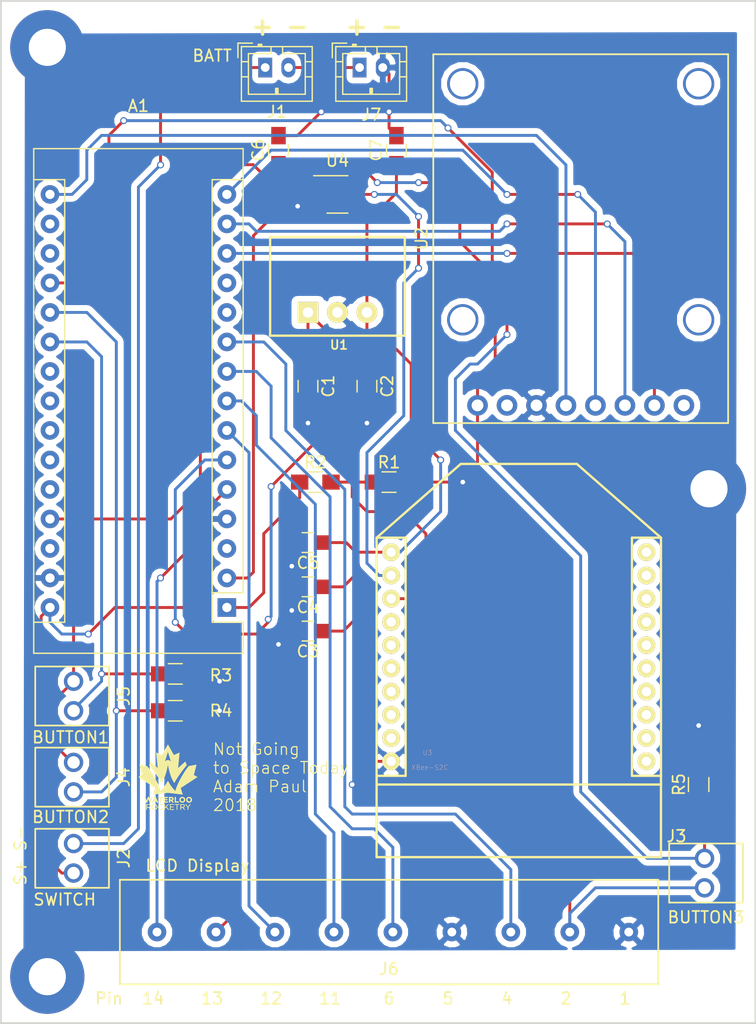
<source format=kicad_pcb>
(kicad_pcb (version 4) (host pcbnew 4.0.7)

  (general
    (links 60)
    (no_connects 0)
    (area 52.442857 55.825 128.557143 146.275)
    (thickness 1.6)
    (drawings 24)
    (tracks 295)
    (zones 0)
    (modules 28)
    (nets 52)
  )

  (page A4)
  (layers
    (0 F.Cu signal)
    (31 B.Cu signal)
    (32 B.Adhes user)
    (33 F.Adhes user)
    (34 B.Paste user)
    (35 F.Paste user)
    (36 B.SilkS user)
    (37 F.SilkS user)
    (38 B.Mask user)
    (39 F.Mask user)
    (40 Dwgs.User user)
    (41 Cmts.User user)
    (42 Eco1.User user)
    (43 Eco2.User user)
    (44 Edge.Cuts user)
    (45 Margin user)
    (46 B.CrtYd user)
    (47 F.CrtYd user)
    (48 B.Fab user)
    (49 F.Fab user)
  )

  (setup
    (last_trace_width 0.25)
    (trace_clearance 0.2)
    (zone_clearance 0.508)
    (zone_45_only no)
    (trace_min 0.2)
    (segment_width 0.2)
    (edge_width 0.15)
    (via_size 0.6)
    (via_drill 0.4)
    (via_min_size 0.4)
    (via_min_drill 0.3)
    (uvia_size 0.3)
    (uvia_drill 0.1)
    (uvias_allowed no)
    (uvia_min_size 0.2)
    (uvia_min_drill 0.1)
    (pcb_text_width 0.3)
    (pcb_text_size 1.5 1.5)
    (mod_edge_width 0.15)
    (mod_text_size 1 1)
    (mod_text_width 0.15)
    (pad_size 1.524 1.524)
    (pad_drill 0.762)
    (pad_to_mask_clearance 0.0508)
    (aux_axis_origin 0 0)
    (visible_elements 7FFFFF7F)
    (pcbplotparams
      (layerselection 0x00030_80000001)
      (usegerberextensions true)
      (excludeedgelayer true)
      (linewidth 0.100000)
      (plotframeref false)
      (viasonmask false)
      (mode 1)
      (useauxorigin false)
      (hpglpennumber 1)
      (hpglpenspeed 20)
      (hpglpendiameter 15)
      (hpglpenoverlay 2)
      (psnegative false)
      (psa4output false)
      (plotreference true)
      (plotvalue true)
      (plotinvisibletext false)
      (padsonsilk false)
      (subtractmaskfromsilk false)
      (outputformat 1)
      (mirror false)
      (drillshape 0)
      (scaleselection 1)
      (outputdirectory "Gerber Files/"))
  )

  (net 0 "")
  (net 1 XBEE-DIN)
  (net 2 "Net-(A1-Pad17)")
  (net 3 /shifter/A)
  (net 4 "Net-(A1-Pad18)")
  (net 5 "Net-(A1-Pad3)")
  (net 6 D2)
  (net 7 GND)
  (net 8 D3)
  (net 9 LCD_D7)
  (net 10 D4)
  (net 11 LCD_D6)
  (net 12 "Net-(A1-Pad22)")
  (net 13 LCD_D5)
  (net 14 "Net-(A1-Pad23)")
  (net 15 LCD_D4)
  (net 16 "Net-(A1-Pad24)")
  (net 17 LCD_H/L_EN)
  (net 18 "Net-(A1-Pad25)")
  (net 19 LCD_H/L_RS)
  (net 20 "Net-(A1-Pad26)")
  (net 21 "Net-(A1-Pad11)")
  (net 22 5V)
  (net 23 "Net-(A1-Pad12)")
  (net 24 SS)
  (net 25 MOSI)
  (net 26 7.4V)
  (net 27 MISO)
  (net 28 SLK)
  (net 29 3.3V)
  (net 30 "Net-(J1-Pad1)")
  (net 31 "Net-(R1-Pad1)")
  (net 32 "Net-(U2-Pad2)")
  (net 33 "Net-(U2-Pad8)")
  (net 34 XBEE-DOUT)
  (net 35 "Net-(U3-Pad4)")
  (net 36 "Net-(U3-Pad5)")
  (net 37 "Net-(U3-Pad6)")
  (net 38 "Net-(U3-Pad7)")
  (net 39 "Net-(U3-Pad8)")
  (net 40 "Net-(U3-Pad9)")
  (net 41 "Net-(U3-Pad11)")
  (net 42 "Net-(U3-Pad12)")
  (net 43 "Net-(U3-Pad13)")
  (net 44 "Net-(U3-Pad14)")
  (net 45 "Net-(U3-Pad15)")
  (net 46 "Net-(U3-Pad16)")
  (net 47 "Net-(U3-Pad17)")
  (net 48 "Net-(U3-Pad18)")
  (net 49 "Net-(U3-Pad19)")
  (net 50 "Net-(U3-Pad20)")
  (net 51 "Net-(J1-Pad2)")

  (net_class Default "This is the default net class."
    (clearance 0.2)
    (trace_width 0.25)
    (via_dia 0.6)
    (via_drill 0.4)
    (uvia_dia 0.3)
    (uvia_drill 0.1)
    (add_net /shifter/A)
    (add_net 3.3V)
    (add_net 5V)
    (add_net 7.4V)
    (add_net D2)
    (add_net D3)
    (add_net D4)
    (add_net GND)
    (add_net LCD_D4)
    (add_net LCD_D5)
    (add_net LCD_D6)
    (add_net LCD_D7)
    (add_net LCD_H/L_EN)
    (add_net LCD_H/L_RS)
    (add_net MISO)
    (add_net MOSI)
    (add_net "Net-(A1-Pad11)")
    (add_net "Net-(A1-Pad12)")
    (add_net "Net-(A1-Pad17)")
    (add_net "Net-(A1-Pad18)")
    (add_net "Net-(A1-Pad22)")
    (add_net "Net-(A1-Pad23)")
    (add_net "Net-(A1-Pad24)")
    (add_net "Net-(A1-Pad25)")
    (add_net "Net-(A1-Pad26)")
    (add_net "Net-(A1-Pad3)")
    (add_net "Net-(J1-Pad1)")
    (add_net "Net-(J1-Pad2)")
    (add_net "Net-(R1-Pad1)")
    (add_net "Net-(U2-Pad2)")
    (add_net "Net-(U2-Pad8)")
    (add_net "Net-(U3-Pad11)")
    (add_net "Net-(U3-Pad12)")
    (add_net "Net-(U3-Pad13)")
    (add_net "Net-(U3-Pad14)")
    (add_net "Net-(U3-Pad15)")
    (add_net "Net-(U3-Pad16)")
    (add_net "Net-(U3-Pad17)")
    (add_net "Net-(U3-Pad18)")
    (add_net "Net-(U3-Pad19)")
    (add_net "Net-(U3-Pad20)")
    (add_net "Net-(U3-Pad4)")
    (add_net "Net-(U3-Pad5)")
    (add_net "Net-(U3-Pad6)")
    (add_net "Net-(U3-Pad7)")
    (add_net "Net-(U3-Pad8)")
    (add_net "Net-(U3-Pad9)")
    (add_net SLK)
    (add_net SS)
    (add_net XBEE-DIN)
    (add_net XBEE-DOUT)
  )

  (module screwTerminals:VI0921550000G (layer F.Cu) (tedit 5AC2FD43) (tstamp 5AC2E29F)
    (at 91.44 137.16)
    (path /5AB72699)
    (fp_text reference J6 (at 0 3.175) (layer F.SilkS)
      (effects (font (size 1 1) (thickness 0.15)))
    )
    (fp_text value Conn_01x09 (at 0 -1.27) (layer F.Fab) hide
      (effects (font (size 1 1) (thickness 0.15)))
    )
    (fp_line (start -23.19 4.5) (end 23.19 4.5) (layer F.SilkS) (width 0.15))
    (fp_line (start -23.19 -4.5) (end 23.19 -4.5) (layer F.SilkS) (width 0.15))
    (fp_line (start -23.19 -4.5) (end -23.19 4.5) (layer F.SilkS) (width 0.15))
    (fp_line (start 23.19 -4.5) (end 23.19 4.5) (layer F.SilkS) (width 0.15))
    (pad 1 thru_hole circle (at 20.65 0) (size 1.6 1.6) (drill 0.762) (layers *.Cu *.Mask)
      (net 7 GND))
    (pad 2 thru_hole circle (at 15.57 0) (size 1.6 1.6) (drill 0.762) (layers *.Cu *.Mask)
      (net 22 5V))
    (pad 3 thru_hole circle (at 10.49 0) (size 1.6 1.6) (drill 0.762) (layers *.Cu *.Mask)
      (net 19 LCD_H/L_RS))
    (pad 4 thru_hole circle (at 5.41 0) (size 1.6 1.6) (drill 0.762) (layers *.Cu *.Mask)
      (net 7 GND))
    (pad 5 thru_hole circle (at 0.33 0) (size 1.6 1.6) (drill 0.762) (layers *.Cu *.Mask)
      (net 17 LCD_H/L_EN))
    (pad 6 thru_hole circle (at -4.75 0) (size 1.6 1.6) (drill 0.762) (layers *.Cu *.Mask)
      (net 15 LCD_D4))
    (pad 7 thru_hole circle (at -9.83 0) (size 1.6 1.6) (drill 0.762) (layers *.Cu *.Mask)
      (net 13 LCD_D5))
    (pad 8 thru_hole circle (at -14.91 0) (size 1.6 1.6) (drill 0.762) (layers *.Cu *.Mask)
      (net 11 LCD_D6))
    (pad 9 thru_hole circle (at -19.99 0) (size 1.6 1.6) (drill 0.762) (layers *.Cu *.Mask)
      (net 9 LCD_D7))
  )

  (module arduino:Arduino_Nano (layer F.Cu) (tedit 5AC2E7FB) (tstamp 5AC2D981)
    (at 77.47 109.22 180)
    (descr "Arduino Nano, http://www.mouser.com/pdfdocs/Gravitech_Arduino_Nano3_0.pdf")
    (tags "Arduino Nano")
    (path /5AA8875C)
    (fp_text reference A1 (at 7.62 43.18 180) (layer F.SilkS)
      (effects (font (size 1 1) (thickness 0.15)))
    )
    (fp_text value Arduino_Nano (at 8.89 19.05 270) (layer F.Fab) hide
      (effects (font (size 1 1) (thickness 0.15)))
    )
    (fp_text user %R (at 6.35 19.05 270) (layer F.Fab)
      (effects (font (size 1 1) (thickness 0.15)))
    )
    (fp_line (start 1.27 1.27) (end 1.27 -1.27) (layer F.SilkS) (width 0.12))
    (fp_line (start 1.27 -1.27) (end -1.4 -1.27) (layer F.SilkS) (width 0.12))
    (fp_line (start -1.4 1.27) (end -1.4 39.5) (layer F.SilkS) (width 0.12))
    (fp_line (start -1.4 -3.94) (end -1.4 -1.27) (layer F.SilkS) (width 0.12))
    (fp_line (start 13.97 -1.27) (end 16.64 -1.27) (layer F.SilkS) (width 0.12))
    (fp_line (start 13.97 -1.27) (end 13.97 36.83) (layer F.SilkS) (width 0.12))
    (fp_line (start 13.97 36.83) (end 16.64 36.83) (layer F.SilkS) (width 0.12))
    (fp_line (start 1.27 1.27) (end -1.4 1.27) (layer F.SilkS) (width 0.12))
    (fp_line (start 1.27 1.27) (end 1.27 36.83) (layer F.SilkS) (width 0.12))
    (fp_line (start 1.27 36.83) (end -1.4 36.83) (layer F.SilkS) (width 0.12))
    (fp_line (start 3.81 31.75) (end 11.43 31.75) (layer F.Fab) (width 0.1))
    (fp_line (start 11.43 31.75) (end 11.43 41.91) (layer F.Fab) (width 0.1))
    (fp_line (start 11.43 41.91) (end 3.81 41.91) (layer F.Fab) (width 0.1))
    (fp_line (start 3.81 41.91) (end 3.81 31.75) (layer F.Fab) (width 0.1))
    (fp_line (start -1.4 39.5) (end 16.64 39.5) (layer F.SilkS) (width 0.12))
    (fp_line (start 16.64 39.5) (end 16.64 -3.94) (layer F.SilkS) (width 0.12))
    (fp_line (start 16.64 -3.94) (end -1.4 -3.94) (layer F.SilkS) (width 0.12))
    (fp_line (start 16.51 39.37) (end -1.27 39.37) (layer F.Fab) (width 0.1))
    (fp_line (start -1.27 39.37) (end -1.27 -2.54) (layer F.Fab) (width 0.1))
    (fp_line (start -1.27 -2.54) (end 0 -3.81) (layer F.Fab) (width 0.1))
    (fp_line (start 0 -3.81) (end 16.51 -3.81) (layer F.Fab) (width 0.1))
    (fp_line (start 16.51 -3.81) (end 16.51 39.37) (layer F.Fab) (width 0.1))
    (fp_line (start -1.53 -4.06) (end 16.75 -4.06) (layer F.CrtYd) (width 0.05))
    (fp_line (start -1.53 -4.06) (end -1.53 42.16) (layer F.CrtYd) (width 0.05))
    (fp_line (start 16.75 42.16) (end 16.75 -4.06) (layer F.CrtYd) (width 0.05))
    (fp_line (start 16.75 42.16) (end -1.53 42.16) (layer F.CrtYd) (width 0.05))
    (pad 1 thru_hole rect (at 0 0 180) (size 1.6 1.6) (drill 0.8) (layers *.Cu *.Mask)
      (net 1 XBEE-DIN))
    (pad 17 thru_hole oval (at 15.24 33.02 180) (size 1.6 1.6) (drill 0.8) (layers *.Cu *.Mask)
      (net 2 "Net-(A1-Pad17)"))
    (pad 2 thru_hole oval (at 0 2.54 180) (size 1.6 1.6) (drill 0.8) (layers *.Cu *.Mask)
      (net 3 /shifter/A))
    (pad 18 thru_hole oval (at 15.24 30.48 180) (size 1.6 1.6) (drill 0.8) (layers *.Cu *.Mask)
      (net 4 "Net-(A1-Pad18)"))
    (pad 3 thru_hole oval (at 0 5.08 180) (size 1.6 1.6) (drill 0.8) (layers *.Cu *.Mask)
      (net 5 "Net-(A1-Pad3)"))
    (pad 19 thru_hole oval (at 15.24 27.94 180) (size 1.6 1.6) (drill 0.8) (layers *.Cu *.Mask)
      (net 6 D2))
    (pad 4 thru_hole oval (at 0 7.62 180) (size 1.6 1.6) (drill 0.8) (layers *.Cu *.Mask)
      (net 7 GND))
    (pad 20 thru_hole oval (at 15.24 25.4 180) (size 1.6 1.6) (drill 0.8) (layers *.Cu *.Mask)
      (net 8 D3))
    (pad 5 thru_hole oval (at 0 10.16 180) (size 1.6 1.6) (drill 0.8) (layers *.Cu *.Mask)
      (net 9 LCD_D7))
    (pad 21 thru_hole oval (at 15.24 22.86 180) (size 1.6 1.6) (drill 0.8) (layers *.Cu *.Mask)
      (net 10 D4))
    (pad 6 thru_hole oval (at 0 12.7 180) (size 1.6 1.6) (drill 0.8) (layers *.Cu *.Mask)
      (net 11 LCD_D6))
    (pad 22 thru_hole oval (at 15.24 20.32 180) (size 1.6 1.6) (drill 0.8) (layers *.Cu *.Mask)
      (net 12 "Net-(A1-Pad22)"))
    (pad 7 thru_hole oval (at 0 15.24 180) (size 1.6 1.6) (drill 0.8) (layers *.Cu *.Mask)
      (net 13 LCD_D5))
    (pad 23 thru_hole oval (at 15.24 17.78 180) (size 1.6 1.6) (drill 0.8) (layers *.Cu *.Mask)
      (net 14 "Net-(A1-Pad23)"))
    (pad 8 thru_hole oval (at 0 17.78 180) (size 1.6 1.6) (drill 0.8) (layers *.Cu *.Mask)
      (net 15 LCD_D4))
    (pad 24 thru_hole oval (at 15.24 15.24 180) (size 1.6 1.6) (drill 0.8) (layers *.Cu *.Mask)
      (net 16 "Net-(A1-Pad24)"))
    (pad 9 thru_hole oval (at 0 20.32 180) (size 1.6 1.6) (drill 0.8) (layers *.Cu *.Mask)
      (net 17 LCD_H/L_EN))
    (pad 25 thru_hole oval (at 15.24 12.7 180) (size 1.6 1.6) (drill 0.8) (layers *.Cu *.Mask)
      (net 18 "Net-(A1-Pad25)"))
    (pad 10 thru_hole oval (at 0 22.86 180) (size 1.6 1.6) (drill 0.8) (layers *.Cu *.Mask)
      (net 19 LCD_H/L_RS))
    (pad 26 thru_hole oval (at 15.24 10.16 180) (size 1.6 1.6) (drill 0.8) (layers *.Cu *.Mask)
      (net 20 "Net-(A1-Pad26)"))
    (pad 11 thru_hole oval (at 0 25.4 180) (size 1.6 1.6) (drill 0.8) (layers *.Cu *.Mask)
      (net 21 "Net-(A1-Pad11)"))
    (pad 27 thru_hole oval (at 15.24 7.62 180) (size 1.6 1.6) (drill 0.8) (layers *.Cu *.Mask)
      (net 22 5V))
    (pad 12 thru_hole oval (at 0 27.94 180) (size 1.6 1.6) (drill 0.8) (layers *.Cu *.Mask)
      (net 23 "Net-(A1-Pad12)"))
    (pad 28 thru_hole oval (at 15.24 5.08 180) (size 1.6 1.6) (drill 0.8) (layers *.Cu *.Mask))
    (pad 13 thru_hole oval (at 0 30.48 180) (size 1.6 1.6) (drill 0.8) (layers *.Cu *.Mask)
      (net 24 SS))
    (pad 29 thru_hole oval (at 15.24 2.54 180) (size 1.6 1.6) (drill 0.8) (layers *.Cu *.Mask)
      (net 7 GND))
    (pad 14 thru_hole oval (at 0 33.02 180) (size 1.6 1.6) (drill 0.8) (layers *.Cu *.Mask)
      (net 25 MOSI))
    (pad 30 thru_hole oval (at 15.24 0 180) (size 1.6 1.6) (drill 0.8) (layers *.Cu *.Mask)
      (net 26 7.4V))
    (pad 15 thru_hole oval (at 0 35.56 180) (size 1.6 1.6) (drill 0.8) (layers *.Cu *.Mask)
      (net 27 MISO))
    (pad 16 thru_hole oval (at 15.24 35.56 180) (size 1.6 1.6) (drill 0.8) (layers *.Cu *.Mask)
      (net 28 SLK))
  )

  (module Capacitors_SMD:C_0805_HandSoldering (layer F.Cu) (tedit 5AC2E401) (tstamp 5AC2D987)
    (at 84.455 90.17 270)
    (descr "Capacitor SMD 0805, hand soldering")
    (tags "capacitor 0805")
    (path /5AA89337)
    (attr smd)
    (fp_text reference C1 (at 0 -1.75 270) (layer F.SilkS)
      (effects (font (size 1 1) (thickness 0.15)))
    )
    (fp_text value 10uF (at 0 1.75 270) (layer F.Fab) hide
      (effects (font (size 1 1) (thickness 0.15)))
    )
    (fp_text user %R (at 0 -1.75 270) (layer F.Fab)
      (effects (font (size 1 1) (thickness 0.15)))
    )
    (fp_line (start -1 0.62) (end -1 -0.62) (layer F.Fab) (width 0.1))
    (fp_line (start 1 0.62) (end -1 0.62) (layer F.Fab) (width 0.1))
    (fp_line (start 1 -0.62) (end 1 0.62) (layer F.Fab) (width 0.1))
    (fp_line (start -1 -0.62) (end 1 -0.62) (layer F.Fab) (width 0.1))
    (fp_line (start 0.5 -0.85) (end -0.5 -0.85) (layer F.SilkS) (width 0.12))
    (fp_line (start -0.5 0.85) (end 0.5 0.85) (layer F.SilkS) (width 0.12))
    (fp_line (start -2.25 -0.88) (end 2.25 -0.88) (layer F.CrtYd) (width 0.05))
    (fp_line (start -2.25 -0.88) (end -2.25 0.87) (layer F.CrtYd) (width 0.05))
    (fp_line (start 2.25 0.87) (end 2.25 -0.88) (layer F.CrtYd) (width 0.05))
    (fp_line (start 2.25 0.87) (end -2.25 0.87) (layer F.CrtYd) (width 0.05))
    (pad 1 smd rect (at -1.25 0 270) (size 1.5 1.25) (layers F.Cu F.Paste F.Mask)
      (net 26 7.4V))
    (pad 2 smd rect (at 1.25 0 270) (size 1.5 1.25) (layers F.Cu F.Paste F.Mask)
      (net 7 GND))
    (model Capacitors_SMD.3dshapes/C_0805.wrl
      (at (xyz 0 0 0))
      (scale (xyz 1 1 1))
      (rotate (xyz 0 0 0))
    )
  )

  (module Capacitors_SMD:C_0805_HandSoldering (layer F.Cu) (tedit 5AC2E3FF) (tstamp 5AC2D98D)
    (at 89.535 90.17 270)
    (descr "Capacitor SMD 0805, hand soldering")
    (tags "capacitor 0805")
    (path /5AA894E2)
    (attr smd)
    (fp_text reference C2 (at 0 -1.75 270) (layer F.SilkS)
      (effects (font (size 1 1) (thickness 0.15)))
    )
    (fp_text value 10uF (at 0 1.75 270) (layer F.Fab) hide
      (effects (font (size 1 1) (thickness 0.15)))
    )
    (fp_text user %R (at 0 -1.75 270) (layer F.Fab)
      (effects (font (size 1 1) (thickness 0.15)))
    )
    (fp_line (start -1 0.62) (end -1 -0.62) (layer F.Fab) (width 0.1))
    (fp_line (start 1 0.62) (end -1 0.62) (layer F.Fab) (width 0.1))
    (fp_line (start 1 -0.62) (end 1 0.62) (layer F.Fab) (width 0.1))
    (fp_line (start -1 -0.62) (end 1 -0.62) (layer F.Fab) (width 0.1))
    (fp_line (start 0.5 -0.85) (end -0.5 -0.85) (layer F.SilkS) (width 0.12))
    (fp_line (start -0.5 0.85) (end 0.5 0.85) (layer F.SilkS) (width 0.12))
    (fp_line (start -2.25 -0.88) (end 2.25 -0.88) (layer F.CrtYd) (width 0.05))
    (fp_line (start -2.25 -0.88) (end -2.25 0.87) (layer F.CrtYd) (width 0.05))
    (fp_line (start 2.25 0.87) (end 2.25 -0.88) (layer F.CrtYd) (width 0.05))
    (fp_line (start 2.25 0.87) (end -2.25 0.87) (layer F.CrtYd) (width 0.05))
    (pad 1 smd rect (at -1.25 0 270) (size 1.5 1.25) (layers F.Cu F.Paste F.Mask)
      (net 29 3.3V))
    (pad 2 smd rect (at 1.25 0 270) (size 1.5 1.25) (layers F.Cu F.Paste F.Mask)
      (net 7 GND))
    (model Capacitors_SMD.3dshapes/C_0805.wrl
      (at (xyz 0 0 0))
      (scale (xyz 1 1 1))
      (rotate (xyz 0 0 0))
    )
  )

  (module Capacitors_SMD:C_0805_HandSoldering (layer F.Cu) (tedit 5AC2E7BC) (tstamp 5AC2D993)
    (at 84.455 111.252 180)
    (descr "Capacitor SMD 0805, hand soldering")
    (tags "capacitor 0805")
    (path /5AB9BC5D)
    (attr smd)
    (fp_text reference C3 (at 0 -1.75 180) (layer F.SilkS)
      (effects (font (size 1 1) (thickness 0.15)))
    )
    (fp_text value 10uF (at 0 1.75 180) (layer F.Fab) hide
      (effects (font (size 1 1) (thickness 0.15)))
    )
    (fp_text user %R (at 0 -1.75 180) (layer F.Fab)
      (effects (font (size 1 1) (thickness 0.15)))
    )
    (fp_line (start -1 0.62) (end -1 -0.62) (layer F.Fab) (width 0.1))
    (fp_line (start 1 0.62) (end -1 0.62) (layer F.Fab) (width 0.1))
    (fp_line (start 1 -0.62) (end 1 0.62) (layer F.Fab) (width 0.1))
    (fp_line (start -1 -0.62) (end 1 -0.62) (layer F.Fab) (width 0.1))
    (fp_line (start 0.5 -0.85) (end -0.5 -0.85) (layer F.SilkS) (width 0.12))
    (fp_line (start -0.5 0.85) (end 0.5 0.85) (layer F.SilkS) (width 0.12))
    (fp_line (start -2.25 -0.88) (end 2.25 -0.88) (layer F.CrtYd) (width 0.05))
    (fp_line (start -2.25 -0.88) (end -2.25 0.87) (layer F.CrtYd) (width 0.05))
    (fp_line (start 2.25 0.87) (end 2.25 -0.88) (layer F.CrtYd) (width 0.05))
    (fp_line (start 2.25 0.87) (end -2.25 0.87) (layer F.CrtYd) (width 0.05))
    (pad 1 smd rect (at -1.25 0 180) (size 1.5 1.25) (layers F.Cu F.Paste F.Mask)
      (net 29 3.3V))
    (pad 2 smd rect (at 1.25 0 180) (size 1.5 1.25) (layers F.Cu F.Paste F.Mask)
      (net 7 GND))
    (model Capacitors_SMD.3dshapes/C_0805.wrl
      (at (xyz 0 0 0))
      (scale (xyz 1 1 1))
      (rotate (xyz 0 0 0))
    )
  )

  (module Capacitors_SMD:C_0805_HandSoldering (layer F.Cu) (tedit 5AC2E7C0) (tstamp 5AC2D999)
    (at 84.455 107.442 180)
    (descr "Capacitor SMD 0805, hand soldering")
    (tags "capacitor 0805")
    (path /5AB9BC07)
    (attr smd)
    (fp_text reference C4 (at 0 -1.75 180) (layer F.SilkS)
      (effects (font (size 1 1) (thickness 0.15)))
    )
    (fp_text value 1uF (at 0 1.75 180) (layer F.Fab) hide
      (effects (font (size 1 1) (thickness 0.15)))
    )
    (fp_text user %R (at 0 -1.75 180) (layer F.Fab)
      (effects (font (size 1 1) (thickness 0.15)))
    )
    (fp_line (start -1 0.62) (end -1 -0.62) (layer F.Fab) (width 0.1))
    (fp_line (start 1 0.62) (end -1 0.62) (layer F.Fab) (width 0.1))
    (fp_line (start 1 -0.62) (end 1 0.62) (layer F.Fab) (width 0.1))
    (fp_line (start -1 -0.62) (end 1 -0.62) (layer F.Fab) (width 0.1))
    (fp_line (start 0.5 -0.85) (end -0.5 -0.85) (layer F.SilkS) (width 0.12))
    (fp_line (start -0.5 0.85) (end 0.5 0.85) (layer F.SilkS) (width 0.12))
    (fp_line (start -2.25 -0.88) (end 2.25 -0.88) (layer F.CrtYd) (width 0.05))
    (fp_line (start -2.25 -0.88) (end -2.25 0.87) (layer F.CrtYd) (width 0.05))
    (fp_line (start 2.25 0.87) (end 2.25 -0.88) (layer F.CrtYd) (width 0.05))
    (fp_line (start 2.25 0.87) (end -2.25 0.87) (layer F.CrtYd) (width 0.05))
    (pad 1 smd rect (at -1.25 0 180) (size 1.5 1.25) (layers F.Cu F.Paste F.Mask)
      (net 29 3.3V))
    (pad 2 smd rect (at 1.25 0 180) (size 1.5 1.25) (layers F.Cu F.Paste F.Mask)
      (net 7 GND))
    (model Capacitors_SMD.3dshapes/C_0805.wrl
      (at (xyz 0 0 0))
      (scale (xyz 1 1 1))
      (rotate (xyz 0 0 0))
    )
  )

  (module Capacitors_SMD:C_0805_HandSoldering (layer F.Cu) (tedit 5AC2E7C2) (tstamp 5AC2D99F)
    (at 84.455 103.632 180)
    (descr "Capacitor SMD 0805, hand soldering")
    (tags "capacitor 0805")
    (path /5AB9BB4C)
    (attr smd)
    (fp_text reference C5 (at 0 -1.75 180) (layer F.SilkS)
      (effects (font (size 1 1) (thickness 0.15)))
    )
    (fp_text value 8.2pF (at 0 1.75 180) (layer F.Fab) hide
      (effects (font (size 1 1) (thickness 0.15)))
    )
    (fp_text user %R (at 0 -1.75 180) (layer F.Fab)
      (effects (font (size 1 1) (thickness 0.15)))
    )
    (fp_line (start -1 0.62) (end -1 -0.62) (layer F.Fab) (width 0.1))
    (fp_line (start 1 0.62) (end -1 0.62) (layer F.Fab) (width 0.1))
    (fp_line (start 1 -0.62) (end 1 0.62) (layer F.Fab) (width 0.1))
    (fp_line (start -1 -0.62) (end 1 -0.62) (layer F.Fab) (width 0.1))
    (fp_line (start 0.5 -0.85) (end -0.5 -0.85) (layer F.SilkS) (width 0.12))
    (fp_line (start -0.5 0.85) (end 0.5 0.85) (layer F.SilkS) (width 0.12))
    (fp_line (start -2.25 -0.88) (end 2.25 -0.88) (layer F.CrtYd) (width 0.05))
    (fp_line (start -2.25 -0.88) (end -2.25 0.87) (layer F.CrtYd) (width 0.05))
    (fp_line (start 2.25 0.87) (end 2.25 -0.88) (layer F.CrtYd) (width 0.05))
    (fp_line (start 2.25 0.87) (end -2.25 0.87) (layer F.CrtYd) (width 0.05))
    (pad 1 smd rect (at -1.25 0 180) (size 1.5 1.25) (layers F.Cu F.Paste F.Mask)
      (net 29 3.3V))
    (pad 2 smd rect (at 1.25 0 180) (size 1.5 1.25) (layers F.Cu F.Paste F.Mask)
      (net 7 GND))
    (model Capacitors_SMD.3dshapes/C_0805.wrl
      (at (xyz 0 0 0))
      (scale (xyz 1 1 1))
      (rotate (xyz 0 0 0))
    )
  )

  (module Capacitors_SMD:C_0805_HandSoldering (layer F.Cu) (tedit 5AC2E404) (tstamp 5AC2D9A5)
    (at 81.915 69.85 90)
    (descr "Capacitor SMD 0805, hand soldering")
    (tags "capacitor 0805")
    (path /5AB9CB76/5AB9CC50)
    (attr smd)
    (fp_text reference C6 (at 0 -1.75 90) (layer F.SilkS)
      (effects (font (size 1 1) (thickness 0.15)))
    )
    (fp_text value 0.1uF (at 0 1.75 90) (layer F.Fab) hide
      (effects (font (size 1 1) (thickness 0.15)))
    )
    (fp_text user %R (at 0 -1.75 90) (layer F.Fab)
      (effects (font (size 1 1) (thickness 0.15)))
    )
    (fp_line (start -1 0.62) (end -1 -0.62) (layer F.Fab) (width 0.1))
    (fp_line (start 1 0.62) (end -1 0.62) (layer F.Fab) (width 0.1))
    (fp_line (start 1 -0.62) (end 1 0.62) (layer F.Fab) (width 0.1))
    (fp_line (start -1 -0.62) (end 1 -0.62) (layer F.Fab) (width 0.1))
    (fp_line (start 0.5 -0.85) (end -0.5 -0.85) (layer F.SilkS) (width 0.12))
    (fp_line (start -0.5 0.85) (end 0.5 0.85) (layer F.SilkS) (width 0.12))
    (fp_line (start -2.25 -0.88) (end 2.25 -0.88) (layer F.CrtYd) (width 0.05))
    (fp_line (start -2.25 -0.88) (end -2.25 0.87) (layer F.CrtYd) (width 0.05))
    (fp_line (start 2.25 0.87) (end 2.25 -0.88) (layer F.CrtYd) (width 0.05))
    (fp_line (start 2.25 0.87) (end -2.25 0.87) (layer F.CrtYd) (width 0.05))
    (pad 1 smd rect (at -1.25 0 90) (size 1.5 1.25) (layers F.Cu F.Paste F.Mask)
      (net 22 5V))
    (pad 2 smd rect (at 1.25 0 90) (size 1.5 1.25) (layers F.Cu F.Paste F.Mask)
      (net 7 GND))
    (model Capacitors_SMD.3dshapes/C_0805.wrl
      (at (xyz 0 0 0))
      (scale (xyz 1 1 1))
      (rotate (xyz 0 0 0))
    )
  )

  (module Capacitors_SMD:C_0805_HandSoldering (layer F.Cu) (tedit 5AC2E407) (tstamp 5AC2D9AB)
    (at 92.075 69.85 90)
    (descr "Capacitor SMD 0805, hand soldering")
    (tags "capacitor 0805")
    (path /5AB9CB76/5AB9CC15)
    (attr smd)
    (fp_text reference C7 (at 0 -1.75 90) (layer F.SilkS)
      (effects (font (size 1 1) (thickness 0.15)))
    )
    (fp_text value 0.1uF (at 0 1.75 90) (layer F.Fab) hide
      (effects (font (size 1 1) (thickness 0.15)))
    )
    (fp_text user %R (at 0 -1.75 90) (layer F.Fab)
      (effects (font (size 1 1) (thickness 0.15)))
    )
    (fp_line (start -1 0.62) (end -1 -0.62) (layer F.Fab) (width 0.1))
    (fp_line (start 1 0.62) (end -1 0.62) (layer F.Fab) (width 0.1))
    (fp_line (start 1 -0.62) (end 1 0.62) (layer F.Fab) (width 0.1))
    (fp_line (start -1 -0.62) (end 1 -0.62) (layer F.Fab) (width 0.1))
    (fp_line (start 0.5 -0.85) (end -0.5 -0.85) (layer F.SilkS) (width 0.12))
    (fp_line (start -0.5 0.85) (end 0.5 0.85) (layer F.SilkS) (width 0.12))
    (fp_line (start -2.25 -0.88) (end 2.25 -0.88) (layer F.CrtYd) (width 0.05))
    (fp_line (start -2.25 -0.88) (end -2.25 0.87) (layer F.CrtYd) (width 0.05))
    (fp_line (start 2.25 0.87) (end 2.25 -0.88) (layer F.CrtYd) (width 0.05))
    (fp_line (start 2.25 0.87) (end -2.25 0.87) (layer F.CrtYd) (width 0.05))
    (pad 1 smd rect (at -1.25 0 90) (size 1.5 1.25) (layers F.Cu F.Paste F.Mask)
      (net 29 3.3V))
    (pad 2 smd rect (at 1.25 0 90) (size 1.5 1.25) (layers F.Cu F.Paste F.Mask)
      (net 7 GND))
    (model Capacitors_SMD.3dshapes/C_0805.wrl
      (at (xyz 0 0 0))
      (scale (xyz 1 1 1))
      (rotate (xyz 0 0 0))
    )
  )

  (module molex:molex_kk_22-23-2021 (layer F.Cu) (tedit 5AC2FD5B) (tstamp 5AC2D9B7)
    (at 67.31 130.81 90)
    (path /5AA8A05F)
    (fp_text reference J2 (at 0 1.27 90) (layer F.SilkS)
      (effects (font (size 1 1) (thickness 0.15)))
    )
    (fp_text value Conn_01x02 (at 0 -0.5 90) (layer F.Fab) hide
      (effects (font (size 1 1) (thickness 0.15)))
    )
    (fp_line (start -2.54 -6.35) (end -2.54 0) (layer F.SilkS) (width 0.15))
    (fp_line (start -2.54 0) (end 2.54 0) (layer F.SilkS) (width 0.15))
    (fp_line (start 2.54 0) (end 2.54 -6.35) (layer F.SilkS) (width 0.15))
    (fp_line (start -2.465 -6.35) (end 2.465 -6.35) (layer F.SilkS) (width 0.15))
    (pad 1 thru_hole circle (at -1.27 -3.048 90) (size 1.67 1.67) (drill 1.07) (layers *.Cu *.Mask)
      (net 26 7.4V))
    (pad 2 thru_hole circle (at 1.27 -3.048 90) (size 1.67 1.67) (drill 1.07) (layers *.Cu *.Mask)
      (net 30 "Net-(J1-Pad1)"))
  )

  (module molex:molex_kk_22-23-2021 (layer F.Cu) (tedit 5AC46318) (tstamp 5AC2D9BD)
    (at 115.57 132.08 270)
    (path /5AA8A30C)
    (fp_text reference J3 (at -3.175 -0.635 360) (layer F.SilkS)
      (effects (font (size 1 1) (thickness 0.15)))
    )
    (fp_text value Conn_01x02 (at 0 -0.5 270) (layer F.Fab) hide
      (effects (font (size 1 1) (thickness 0.15)))
    )
    (fp_line (start -2.54 -6.35) (end -2.54 0) (layer F.SilkS) (width 0.15))
    (fp_line (start -2.54 0) (end 2.54 0) (layer F.SilkS) (width 0.15))
    (fp_line (start 2.54 0) (end 2.54 -6.35) (layer F.SilkS) (width 0.15))
    (fp_line (start -2.465 -6.35) (end 2.465 -6.35) (layer F.SilkS) (width 0.15))
    (pad 1 thru_hole circle (at -1.27 -3.048 270) (size 1.67 1.67) (drill 1.07) (layers *.Cu *.Mask)
      (net 6 D2))
    (pad 2 thru_hole circle (at 1.27 -3.048 270) (size 1.67 1.67) (drill 1.07) (layers *.Cu *.Mask)
      (net 22 5V))
  )

  (module molex:molex_kk_22-23-2021 (layer F.Cu) (tedit 5AC2FD5C) (tstamp 5AC2D9C3)
    (at 67.31 123.825 90)
    (path /5AA8A351)
    (fp_text reference J4 (at 0 1.27 90) (layer F.SilkS)
      (effects (font (size 1 1) (thickness 0.15)))
    )
    (fp_text value Conn_01x02 (at 0 -0.5 90) (layer F.Fab) hide
      (effects (font (size 1 1) (thickness 0.15)))
    )
    (fp_line (start -2.54 -6.35) (end -2.54 0) (layer F.SilkS) (width 0.15))
    (fp_line (start -2.54 0) (end 2.54 0) (layer F.SilkS) (width 0.15))
    (fp_line (start 2.54 0) (end 2.54 -6.35) (layer F.SilkS) (width 0.15))
    (fp_line (start -2.465 -6.35) (end 2.465 -6.35) (layer F.SilkS) (width 0.15))
    (pad 1 thru_hole circle (at -1.27 -3.048 90) (size 1.67 1.67) (drill 1.07) (layers *.Cu *.Mask)
      (net 8 D3))
    (pad 2 thru_hole circle (at 1.27 -3.048 90) (size 1.67 1.67) (drill 1.07) (layers *.Cu *.Mask)
      (net 22 5V))
  )

  (module molex:molex_kk_22-23-2021 (layer F.Cu) (tedit 5AC2FEA9) (tstamp 5AC2D9C9)
    (at 67.31 116.84 90)
    (path /5AA8A395)
    (fp_text reference J5 (at 0 1.27 90) (layer F.SilkS)
      (effects (font (size 1 1) (thickness 0.15)))
    )
    (fp_text value Conn_01x02 (at 0 -0.5 90) (layer F.Fab) hide
      (effects (font (size 1 1) (thickness 0.15)))
    )
    (fp_line (start -2.54 -6.35) (end -2.54 0) (layer F.SilkS) (width 0.15))
    (fp_line (start -2.54 0) (end 2.54 0) (layer F.SilkS) (width 0.15))
    (fp_line (start 2.54 0) (end 2.54 -6.35) (layer F.SilkS) (width 0.15))
    (fp_line (start -2.465 -6.35) (end 2.465 -6.35) (layer F.SilkS) (width 0.15))
    (pad 1 thru_hole circle (at -1.27 -3.048 90) (size 1.67 1.67) (drill 1.07) (layers *.Cu *.Mask)
      (net 10 D4))
    (pad 2 thru_hole circle (at 1.27 -3.048 90) (size 1.67 1.67) (drill 1.07) (layers *.Cu *.Mask)
      (net 22 5V))
  )

  (module Resistors_SMD:R_0805_HandSoldering (layer F.Cu) (tedit 5AC2E7C8) (tstamp 5AC2D9D3)
    (at 91.44 98.425)
    (descr "Resistor SMD 0805, hand soldering")
    (tags "resistor 0805")
    (path /5AA8967B)
    (attr smd)
    (fp_text reference R1 (at 0 -1.7) (layer F.SilkS)
      (effects (font (size 1 1) (thickness 0.15)))
    )
    (fp_text value 3k (at 0 1.75) (layer F.Fab) hide
      (effects (font (size 1 1) (thickness 0.15)))
    )
    (fp_text user %R (at 0 0) (layer F.Fab)
      (effects (font (size 0.5 0.5) (thickness 0.075)))
    )
    (fp_line (start -1 0.62) (end -1 -0.62) (layer F.Fab) (width 0.1))
    (fp_line (start 1 0.62) (end -1 0.62) (layer F.Fab) (width 0.1))
    (fp_line (start 1 -0.62) (end 1 0.62) (layer F.Fab) (width 0.1))
    (fp_line (start -1 -0.62) (end 1 -0.62) (layer F.Fab) (width 0.1))
    (fp_line (start 0.6 0.88) (end -0.6 0.88) (layer F.SilkS) (width 0.12))
    (fp_line (start -0.6 -0.88) (end 0.6 -0.88) (layer F.SilkS) (width 0.12))
    (fp_line (start -2.35 -0.9) (end 2.35 -0.9) (layer F.CrtYd) (width 0.05))
    (fp_line (start -2.35 -0.9) (end -2.35 0.9) (layer F.CrtYd) (width 0.05))
    (fp_line (start 2.35 0.9) (end 2.35 -0.9) (layer F.CrtYd) (width 0.05))
    (fp_line (start 2.35 0.9) (end -2.35 0.9) (layer F.CrtYd) (width 0.05))
    (pad 1 smd rect (at -1.35 0) (size 1.5 1.3) (layers F.Cu F.Paste F.Mask)
      (net 31 "Net-(R1-Pad1)"))
    (pad 2 smd rect (at 1.35 0) (size 1.5 1.3) (layers F.Cu F.Paste F.Mask)
      (net 7 GND))
    (model ${KISYS3DMOD}/Resistors_SMD.3dshapes/R_0805.wrl
      (at (xyz 0 0 0))
      (scale (xyz 1 1 1))
      (rotate (xyz 0 0 0))
    )
  )

  (module Resistors_SMD:R_0805_HandSoldering (layer F.Cu) (tedit 5AC2E7C5) (tstamp 5AC2D9D9)
    (at 85.09 98.425)
    (descr "Resistor SMD 0805, hand soldering")
    (tags "resistor 0805")
    (path /5AA89647)
    (attr smd)
    (fp_text reference R2 (at 0 -1.7) (layer F.SilkS)
      (effects (font (size 1 1) (thickness 0.15)))
    )
    (fp_text value 2k (at 0 1.75) (layer F.Fab) hide
      (effects (font (size 1 1) (thickness 0.15)))
    )
    (fp_text user %R (at 0 0) (layer F.Fab)
      (effects (font (size 0.5 0.5) (thickness 0.075)))
    )
    (fp_line (start -1 0.62) (end -1 -0.62) (layer F.Fab) (width 0.1))
    (fp_line (start 1 0.62) (end -1 0.62) (layer F.Fab) (width 0.1))
    (fp_line (start 1 -0.62) (end 1 0.62) (layer F.Fab) (width 0.1))
    (fp_line (start -1 -0.62) (end 1 -0.62) (layer F.Fab) (width 0.1))
    (fp_line (start 0.6 0.88) (end -0.6 0.88) (layer F.SilkS) (width 0.12))
    (fp_line (start -0.6 -0.88) (end 0.6 -0.88) (layer F.SilkS) (width 0.12))
    (fp_line (start -2.35 -0.9) (end 2.35 -0.9) (layer F.CrtYd) (width 0.05))
    (fp_line (start -2.35 -0.9) (end -2.35 0.9) (layer F.CrtYd) (width 0.05))
    (fp_line (start 2.35 0.9) (end 2.35 -0.9) (layer F.CrtYd) (width 0.05))
    (fp_line (start 2.35 0.9) (end -2.35 0.9) (layer F.CrtYd) (width 0.05))
    (pad 1 smd rect (at -1.35 0) (size 1.5 1.3) (layers F.Cu F.Paste F.Mask)
      (net 1 XBEE-DIN))
    (pad 2 smd rect (at 1.35 0) (size 1.5 1.3) (layers F.Cu F.Paste F.Mask)
      (net 31 "Net-(R1-Pad1)"))
    (model ${KISYS3DMOD}/Resistors_SMD.3dshapes/R_0805.wrl
      (at (xyz 0 0 0))
      (scale (xyz 1 1 1))
      (rotate (xyz 0 0 0))
    )
  )

  (module Resistors_SMD:R_0805_HandSoldering (layer F.Cu) (tedit 5AC3050F) (tstamp 5AC2D9DF)
    (at 73.025 114.935)
    (descr "Resistor SMD 0805, hand soldering")
    (tags "resistor 0805")
    (path /5AA8AB66)
    (attr smd)
    (fp_text reference R3 (at 3.937 0.127) (layer F.SilkS)
      (effects (font (size 1 1) (thickness 0.15)))
    )
    (fp_text value 10k (at 0 1.75) (layer F.Fab) hide
      (effects (font (size 1 1) (thickness 0.15)))
    )
    (fp_text user %R (at 0 0) (layer F.Fab)
      (effects (font (size 0.5 0.5) (thickness 0.075)))
    )
    (fp_line (start -1 0.62) (end -1 -0.62) (layer F.Fab) (width 0.1))
    (fp_line (start 1 0.62) (end -1 0.62) (layer F.Fab) (width 0.1))
    (fp_line (start 1 -0.62) (end 1 0.62) (layer F.Fab) (width 0.1))
    (fp_line (start -1 -0.62) (end 1 -0.62) (layer F.Fab) (width 0.1))
    (fp_line (start 0.6 0.88) (end -0.6 0.88) (layer F.SilkS) (width 0.12))
    (fp_line (start -0.6 -0.88) (end 0.6 -0.88) (layer F.SilkS) (width 0.12))
    (fp_line (start -2.35 -0.9) (end 2.35 -0.9) (layer F.CrtYd) (width 0.05))
    (fp_line (start -2.35 -0.9) (end -2.35 0.9) (layer F.CrtYd) (width 0.05))
    (fp_line (start 2.35 0.9) (end 2.35 -0.9) (layer F.CrtYd) (width 0.05))
    (fp_line (start 2.35 0.9) (end -2.35 0.9) (layer F.CrtYd) (width 0.05))
    (pad 1 smd rect (at -1.35 0) (size 1.5 1.3) (layers F.Cu F.Paste F.Mask)
      (net 10 D4))
    (pad 2 smd rect (at 1.35 0) (size 1.5 1.3) (layers F.Cu F.Paste F.Mask)
      (net 7 GND))
    (model ${KISYS3DMOD}/Resistors_SMD.3dshapes/R_0805.wrl
      (at (xyz 0 0 0))
      (scale (xyz 1 1 1))
      (rotate (xyz 0 0 0))
    )
  )

  (module Resistors_SMD:R_0805_HandSoldering (layer F.Cu) (tedit 5AC3050D) (tstamp 5AC2D9E5)
    (at 73.025 118.11)
    (descr "Resistor SMD 0805, hand soldering")
    (tags "resistor 0805")
    (path /5AA8AA2D)
    (attr smd)
    (fp_text reference R4 (at 3.937 0) (layer F.SilkS)
      (effects (font (size 1 1) (thickness 0.15)))
    )
    (fp_text value 10k (at 0 1.75) (layer F.Fab) hide
      (effects (font (size 1 1) (thickness 0.15)))
    )
    (fp_text user %R (at 0 0) (layer F.Fab)
      (effects (font (size 0.5 0.5) (thickness 0.075)))
    )
    (fp_line (start -1 0.62) (end -1 -0.62) (layer F.Fab) (width 0.1))
    (fp_line (start 1 0.62) (end -1 0.62) (layer F.Fab) (width 0.1))
    (fp_line (start 1 -0.62) (end 1 0.62) (layer F.Fab) (width 0.1))
    (fp_line (start -1 -0.62) (end 1 -0.62) (layer F.Fab) (width 0.1))
    (fp_line (start 0.6 0.88) (end -0.6 0.88) (layer F.SilkS) (width 0.12))
    (fp_line (start -0.6 -0.88) (end 0.6 -0.88) (layer F.SilkS) (width 0.12))
    (fp_line (start -2.35 -0.9) (end 2.35 -0.9) (layer F.CrtYd) (width 0.05))
    (fp_line (start -2.35 -0.9) (end -2.35 0.9) (layer F.CrtYd) (width 0.05))
    (fp_line (start 2.35 0.9) (end 2.35 -0.9) (layer F.CrtYd) (width 0.05))
    (fp_line (start 2.35 0.9) (end -2.35 0.9) (layer F.CrtYd) (width 0.05))
    (pad 1 smd rect (at -1.35 0) (size 1.5 1.3) (layers F.Cu F.Paste F.Mask)
      (net 8 D3))
    (pad 2 smd rect (at 1.35 0) (size 1.5 1.3) (layers F.Cu F.Paste F.Mask)
      (net 7 GND))
    (model ${KISYS3DMOD}/Resistors_SMD.3dshapes/R_0805.wrl
      (at (xyz 0 0 0))
      (scale (xyz 1 1 1))
      (rotate (xyz 0 0 0))
    )
  )

  (module Resistors_SMD:R_0805_HandSoldering (layer F.Cu) (tedit 5AC2E4CD) (tstamp 5AC2D9EB)
    (at 118.11 124.46 90)
    (descr "Resistor SMD 0805, hand soldering")
    (tags "resistor 0805")
    (path /5AA8A8A4)
    (attr smd)
    (fp_text reference R5 (at 0 -1.7 90) (layer F.SilkS)
      (effects (font (size 1 1) (thickness 0.15)))
    )
    (fp_text value 10k (at 0 1.75 90) (layer F.Fab) hide
      (effects (font (size 1 1) (thickness 0.15)))
    )
    (fp_text user %R (at 0 0 90) (layer F.Fab)
      (effects (font (size 0.5 0.5) (thickness 0.075)))
    )
    (fp_line (start -1 0.62) (end -1 -0.62) (layer F.Fab) (width 0.1))
    (fp_line (start 1 0.62) (end -1 0.62) (layer F.Fab) (width 0.1))
    (fp_line (start 1 -0.62) (end 1 0.62) (layer F.Fab) (width 0.1))
    (fp_line (start -1 -0.62) (end 1 -0.62) (layer F.Fab) (width 0.1))
    (fp_line (start 0.6 0.88) (end -0.6 0.88) (layer F.SilkS) (width 0.12))
    (fp_line (start -0.6 -0.88) (end 0.6 -0.88) (layer F.SilkS) (width 0.12))
    (fp_line (start -2.35 -0.9) (end 2.35 -0.9) (layer F.CrtYd) (width 0.05))
    (fp_line (start -2.35 -0.9) (end -2.35 0.9) (layer F.CrtYd) (width 0.05))
    (fp_line (start 2.35 0.9) (end 2.35 -0.9) (layer F.CrtYd) (width 0.05))
    (fp_line (start 2.35 0.9) (end -2.35 0.9) (layer F.CrtYd) (width 0.05))
    (pad 1 smd rect (at -1.35 0 90) (size 1.5 1.3) (layers F.Cu F.Paste F.Mask)
      (net 6 D2))
    (pad 2 smd rect (at 1.35 0 90) (size 1.5 1.3) (layers F.Cu F.Paste F.Mask)
      (net 7 GND))
    (model ${KISYS3DMOD}/Resistors_SMD.3dshapes/R_0805.wrl
      (at (xyz 0 0 0))
      (scale (xyz 1 1 1))
      (rotate (xyz 0 0 0))
    )
  )

  (module adafruit:adafruit254 (layer F.Cu) (tedit 5AC464D8) (tstamp 5AC2DA02)
    (at 95.25 77.47 270)
    (path /5AA8882F)
    (fp_text reference U2 (at 0 1.016 270) (layer F.SilkS)
      (effects (font (size 1 1) (thickness 0.15)))
    )
    (fp_text value MicroSDBreakout (at -7.62 -5.08 270) (layer F.Fab) hide
      (effects (font (size 1 1) (thickness 0.15)))
    )
    (fp_line (start 15.875 -25.4) (end 15.875 0) (layer F.SilkS) (width 0.15))
    (fp_line (start -15.875 -25.4) (end -15.875 0) (layer F.SilkS) (width 0.15))
    (fp_line (start -15.875 -25.4) (end 15.875 -25.4) (layer F.SilkS) (width 0.15))
    (fp_line (start -15.875 0) (end 15.875 0) (layer F.SilkS) (width 0.15))
    (pad 1 thru_hole circle (at 14.351 -3.81) (size 1.78 1.78) (drill 1.016) (layers *.Cu *.Mask)
      (net 22 5V))
    (pad 2 thru_hole circle (at 14.351 -6.35) (size 1.78 1.78) (drill 1.016) (layers *.Cu *.Mask)
      (net 32 "Net-(U2-Pad2)"))
    (pad 4 thru_hole circle (at 14.351 -11.43) (size 1.78 1.78) (drill 1.016) (layers *.Cu *.Mask)
      (net 28 SLK))
    (pad 3 thru_hole circle (at 14.351 -8.89) (size 1.78 1.78) (drill 1.016) (layers *.Cu *.Mask)
      (net 7 GND))
    (pad 5 thru_hole circle (at 14.351 -13.97) (size 1.78 1.78) (drill 1.016) (layers *.Cu *.Mask)
      (net 27 MISO))
    (pad 6 thru_hole circle (at 14.351 -16.51) (size 1.78 1.78) (drill 1.016) (layers *.Cu *.Mask)
      (net 25 MOSI))
    (pad 7 thru_hole circle (at 14.351 -19.05) (size 1.78 1.78) (drill 1.016) (layers *.Cu *.Mask)
      (net 24 SS))
    (pad 8 thru_hole circle (at 14.351 -21.59) (size 1.78 1.78) (drill 1.016) (layers *.Cu *.Mask)
      (net 33 "Net-(U2-Pad8)"))
    (pad "" np_thru_hole circle (at -13.335 -22.86 270) (size 2.7 2.7) (drill 2.22) (layers *.Cu *.Mask))
    (pad "" np_thru_hole circle (at -13.335 -2.54 270) (size 2.7 2.7) (drill 2.22) (layers *.Cu *.Mask))
    (pad "" np_thru_hole circle (at 6.985 -2.54 270) (size 2.7 2.7) (drill 2.22) (layers *.Cu *.Mask))
    (pad "" np_thru_hole circle (at 6.985 -22.86 270) (size 2.7 2.7) (drill 2.22) (layers *.Cu *.Mask))
  )

  (module sip:SIP3Large (layer F.Cu) (tedit 5AC3052A) (tstamp 5AC2E56C)
    (at 86.995 83.82)
    (path /5AA8916C)
    (fp_text reference U1 (at 0.127 2.794) (layer F.SilkS)
      (effects (font (size 0.762 0.762) (thickness 0.1524)))
    )
    (fp_text value R-78E3.3-0.5 (at 0 0) (layer F.SilkS) hide
      (effects (font (size 0.762 0.762) (thickness 0.1524)))
    )
    (fp_line (start 5.8 2) (end -5.8 2) (layer F.SilkS) (width 0.2032))
    (fp_line (start -5.8 -6.5) (end 5.8 -6.5) (layer F.SilkS) (width 0.2032))
    (fp_line (start 5.8 2) (end 5.8 -6.5) (layer F.SilkS) (width 0.2032))
    (fp_line (start -5.8 2) (end -5.8 -6.5) (layer F.SilkS) (width 0.2032))
    (pad 3 thru_hole circle (at 2.54 0) (size 1.8 1.8) (drill 0.9) (layers *.Cu *.Mask F.SilkS)
      (net 29 3.3V))
    (pad 1 thru_hole rect (at -2.54 0) (size 1.8 1.8) (drill 0.9) (layers *.Cu *.Mask F.SilkS)
      (net 26 7.4V))
    (pad 2 thru_hole circle (at 0 0) (size 1.8 1.8) (drill 0.9) (layers *.Cu *.Mask F.SilkS)
      (net 7 GND))
  )

  (module Logos:logo6 (layer F.Cu) (tedit 5A9C9ADF) (tstamp 5AC30459)
    (at 72.39 123.825)
    (fp_text reference G*** (at 5.588 4.572) (layer F.SilkS) hide
      (effects (font (thickness 0.3)))
    )
    (fp_text value LOGO (at 0.508 -9.652) (layer F.SilkS) hide
      (effects (font (thickness 0.3)))
    )
    (fp_poly (pts (xy -1.120517 2.320705) (xy -1.072385 2.332425) (xy -1.02921 2.352407) (xy -0.991649 2.379709)
      (xy -0.960357 2.413386) (xy -0.935991 2.452497) (xy -0.919208 2.496099) (xy -0.910663 2.543248)
      (xy -0.911015 2.593002) (xy -0.914394 2.616776) (xy -0.925986 2.655915) (xy -0.945321 2.6946)
      (xy -0.970695 2.730442) (xy -1.000404 2.761054) (xy -1.032745 2.784047) (xy -1.034379 2.784942)
      (xy -1.074555 2.801535) (xy -1.11944 2.811375) (xy -1.165844 2.814103) (xy -1.210581 2.80936)
      (xy -1.223749 2.80628) (xy -1.267748 2.789519) (xy -1.306295 2.765046) (xy -1.338906 2.734012)
      (xy -1.365094 2.697571) (xy -1.384373 2.656874) (xy -1.396257 2.613073) (xy -1.400261 2.56732)
      (xy -1.400082 2.5654) (xy -1.338572 2.5654) (xy -1.338285 2.590749) (xy -1.337078 2.609037)
      (xy -1.334433 2.623356) (xy -1.329835 2.636797) (xy -1.324688 2.648386) (xy -1.304407 2.684622)
      (xy -1.280928 2.712649) (xy -1.255848 2.732342) (xy -1.217712 2.750972) (xy -1.176644 2.760491)
      (xy -1.134472 2.760768) (xy -1.093022 2.751668) (xy -1.07707 2.74538) (xy -1.044869 2.725812)
      (xy -1.016054 2.698348) (xy -0.992767 2.665173) (xy -0.986435 2.652867) (xy -0.980267 2.638659)
      (xy -0.976289 2.625748) (xy -0.974034 2.611218) (xy -0.973034 2.592151) (xy -0.97282 2.56794)
      (xy -0.97306 2.542236) (xy -0.974112 2.523692) (xy -0.976477 2.509311) (xy -0.980653 2.496097)
      (xy -0.987143 2.481053) (xy -0.987421 2.48045) (xy -1.005283 2.450866) (xy -1.029756 2.42284)
      (xy -1.05785 2.399397) (xy -1.080767 2.386046) (xy -1.094719 2.380532) (xy -1.109481 2.377137)
      (xy -1.128089 2.375411) (xy -1.153582 2.374901) (xy -1.1557 2.3749) (xy -1.180374 2.375209)
      (xy -1.198084 2.376515) (xy -1.212019 2.379379) (xy -1.225367 2.384366) (xy -1.235073 2.388931)
      (xy -1.264941 2.408254) (xy -1.292733 2.434855) (xy -1.315718 2.465874) (xy -1.324962 2.483012)
      (xy -1.331287 2.497662) (xy -1.335301 2.511011) (xy -1.337513 2.526131) (xy -1.338429 2.546097)
      (xy -1.338572 2.5654) (xy -1.400082 2.5654) (xy -1.395899 2.520767) (xy -1.382684 2.474567)
      (xy -1.372919 2.452582) (xy -1.346823 2.411286) (xy -1.313835 2.376749) (xy -1.275168 2.349605)
      (xy -1.232035 2.330487) (xy -1.185649 2.320031) (xy -1.137225 2.318871) (xy -1.120517 2.320705)) (layer F.SilkS) (width 0.01))
    (fp_poly (pts (xy -0.551303 2.321833) (xy -0.507441 2.333926) (xy -0.466511 2.354265) (xy -0.436391 2.37698)
      (xy -0.41402 2.397066) (xy -0.432731 2.416038) (xy -0.443878 2.426902) (xy -0.450939 2.431423)
      (xy -0.456847 2.430599) (xy -0.463211 2.426401) (xy -0.495956 2.403936) (xy -0.524386 2.388221)
      (xy -0.550933 2.378407) (xy -0.578027 2.373646) (xy -0.608098 2.373089) (xy -0.614953 2.373422)
      (xy -0.655145 2.379526) (xy -0.689824 2.393415) (xy -0.72097 2.416033) (xy -0.735937 2.431021)
      (xy -0.757897 2.458861) (xy -0.772615 2.487481) (xy -0.78105 2.519546) (xy -0.784159 2.557723)
      (xy -0.784228 2.5654) (xy -0.781716 2.606255) (xy -0.773601 2.640919) (xy -0.759014 2.672188)
      (xy -0.744377 2.693699) (xy -0.717747 2.720642) (xy -0.684569 2.741687) (xy -0.647182 2.755856)
      (xy -0.607927 2.762172) (xy -0.581905 2.761541) (xy -0.549258 2.754483) (xy -0.51523 2.740985)
      (xy -0.484175 2.722996) (xy -0.468858 2.710928) (xy -0.448749 2.692761) (xy -0.429837 2.71213)
      (xy -0.410924 2.731498) (xy -0.430077 2.748315) (xy -0.470493 2.778553) (xy -0.512542 2.799216)
      (xy -0.557766 2.810888) (xy -0.603786 2.814188) (xy -0.636396 2.812632) (xy -0.664302 2.80767)
      (xy -0.68188 2.802409) (xy -0.725262 2.782633) (xy -0.762542 2.755656) (xy -0.793378 2.722646)
      (xy -0.817429 2.684769) (xy -0.834354 2.643193) (xy -0.843811 2.599086) (xy -0.845459 2.553616)
      (xy -0.838956 2.507949) (xy -0.823961 2.463254) (xy -0.800133 2.420698) (xy -0.795419 2.414086)
      (xy -0.764201 2.379834) (xy -0.727276 2.352934) (xy -0.686084 2.333535) (xy -0.642064 2.321786)
      (xy -0.596657 2.317836) (xy -0.551303 2.321833)) (layer F.SilkS) (width 0.01))
    (fp_poly (pts (xy -1.700506 2.326722) (xy -1.669189 2.327036) (xy -1.644938 2.327682) (xy -1.626205 2.32876)
      (xy -1.611445 2.33037) (xy -1.599109 2.332611) (xy -1.587652 2.335584) (xy -1.5837 2.336774)
      (xy -1.547626 2.35251) (xy -1.519016 2.374822) (xy -1.498326 2.403109) (xy -1.486011 2.436767)
      (xy -1.482464 2.470474) (xy -1.487087 2.508243) (xy -1.500558 2.541468) (xy -1.522276 2.569343)
      (xy -1.551642 2.591064) (xy -1.581975 2.604027) (xy -1.609283 2.612635) (xy -1.539587 2.704587)
      (xy -1.519351 2.731346) (xy -1.501094 2.755605) (xy -1.485742 2.776122) (xy -1.474224 2.791655)
      (xy -1.467467 2.800962) (xy -1.466166 2.80289) (xy -1.466591 2.806362) (xy -1.473871 2.808313)
      (xy -1.489395 2.809016) (xy -1.497031 2.809019) (xy -1.53162 2.808799) (xy -1.601517 2.715039)
      (xy -1.671414 2.62128) (xy -1.803171 2.62128) (xy -1.804556 2.71399) (xy -1.80594 2.8067)
      (xy -1.831536 2.808198) (xy -1.84693 2.808397) (xy -1.857875 2.807246) (xy -1.860746 2.806081)
      (xy -1.861477 2.800419) (xy -1.862159 2.78561) (xy -1.862777 2.76267) (xy -1.863314 2.732612)
      (xy -1.863756 2.696451) (xy -1.864088 2.655199) (xy -1.864294 2.609872) (xy -1.86435 2.571286)
      (xy -1.8034 2.571286) (xy -1.71069 2.569613) (xy -1.677252 2.568918) (xy -1.652196 2.568073)
      (xy -1.633747 2.566874) (xy -1.620127 2.565111) (xy -1.609561 2.562579) (xy -1.600272 2.559071)
      (xy -1.593712 2.555989) (xy -1.568488 2.538797) (xy -1.551006 2.517023) (xy -1.541238 2.492378)
      (xy -1.539156 2.466569) (xy -1.544731 2.441308) (xy -1.557936 2.418303) (xy -1.578742 2.399264)
      (xy -1.596455 2.389772) (xy -1.606765 2.386285) (xy -1.619954 2.383623) (xy -1.637656 2.381626)
      (xy -1.661502 2.380134) (xy -1.693126 2.378985) (xy -1.71069 2.378529) (xy -1.8034 2.376326)
      (xy -1.8034 2.571286) (xy -1.86435 2.571286) (xy -1.86436 2.564553) (xy -1.86436 2.32664)
      (xy -1.740436 2.32664) (xy -1.700506 2.326722)) (layer F.SilkS) (width 0.01))
    (fp_poly (pts (xy 0.005011 2.406472) (xy -0.019724 2.43169) (xy -0.043625 2.45615) (xy -0.065216 2.478335)
      (xy -0.083024 2.496729) (xy -0.095575 2.509818) (xy -0.097893 2.512268) (xy -0.121988 2.537877)
      (xy -0.017874 2.668867) (xy 0.007235 2.700488) (xy 0.030341 2.729645) (xy 0.050676 2.755365)
      (xy 0.067474 2.776678) (xy 0.07997 2.79261) (xy 0.087397 2.802192) (xy 0.089139 2.804548)
      (xy 0.08605 2.806954) (xy 0.074761 2.808613) (xy 0.057225 2.809239) (xy 0.056997 2.80924)
      (xy 0.021954 2.80924) (xy -0.068524 2.69494) (xy -0.091816 2.665648) (xy -0.113103 2.639132)
      (xy -0.131567 2.616392) (xy -0.146387 2.598427) (xy -0.156746 2.586237) (xy -0.161824 2.580822)
      (xy -0.162147 2.58064) (xy -0.166682 2.584045) (xy -0.176946 2.593388) (xy -0.191551 2.607357)
      (xy -0.209106 2.62464) (xy -0.214726 2.63026) (xy -0.26416 2.679881) (xy -0.26416 2.80924)
      (xy -0.32004 2.80924) (xy -0.32004 2.32664) (xy -0.264321 2.32664) (xy -0.262971 2.467181)
      (xy -0.26162 2.607722) (xy -0.127078 2.468451) (xy 0.007465 2.32918) (xy 0.045642 2.327732)
      (xy 0.08382 2.326284) (xy 0.005011 2.406472)) (layer F.SilkS) (width 0.01))
    (fp_poly (pts (xy 0.52324 2.37744) (xy 0.2286 2.37744) (xy 0.2286 2.54) (xy 0.493316 2.54)
      (xy 0.49022 2.58826) (xy 0.35941 2.589615) (xy 0.2286 2.590971) (xy 0.2286 2.75336)
      (xy 0.52324 2.75336) (xy 0.52324 2.80924) (xy 0.17272 2.80924) (xy 0.17272 2.32664)
      (xy 0.52324 2.32664) (xy 0.52324 2.37744)) (layer F.SilkS) (width 0.01))
    (fp_poly (pts (xy 0.97536 2.37744) (xy 0.8128 2.37744) (xy 0.8128 2.80924) (xy 0.75692 2.80924)
      (xy 0.75692 2.37744) (xy 0.59436 2.37744) (xy 0.59436 2.32664) (xy 0.97536 2.32664)
      (xy 0.97536 2.37744)) (layer F.SilkS) (width 0.01))
    (fp_poly (pts (xy 1.243112 2.326906) (xy 1.281619 2.327877) (xy 1.312676 2.329811) (xy 1.337632 2.332966)
      (xy 1.357839 2.337599) (xy 1.374646 2.34397) (xy 1.389403 2.352337) (xy 1.40346 2.362957)
      (xy 1.408529 2.367311) (xy 1.431957 2.392578) (xy 1.446552 2.420266) (xy 1.453318 2.452619)
      (xy 1.454075 2.469133) (xy 1.449669 2.506948) (xy 1.436382 2.540353) (xy 1.414857 2.568477)
      (xy 1.385735 2.590449) (xy 1.354612 2.603918) (xy 1.32765 2.612417) (xy 1.400425 2.708988)
      (xy 1.420814 2.736118) (xy 1.438999 2.760457) (xy 1.454136 2.780864) (xy 1.465384 2.796201)
      (xy 1.4719 2.805329) (xy 1.4732 2.807399) (xy 1.468557 2.808291) (xy 1.456372 2.808873)
      (xy 1.439264 2.809022) (xy 1.43891 2.809019) (xy 1.40462 2.808799) (xy 1.334723 2.715039)
      (xy 1.264826 2.62128) (xy 1.133069 2.62128) (xy 1.131684 2.71399) (xy 1.1303 2.8067)
      (xy 1.104704 2.808198) (xy 1.08931 2.808397) (xy 1.078365 2.807246) (xy 1.075494 2.806081)
      (xy 1.074763 2.800419) (xy 1.074081 2.78561) (xy 1.073463 2.76267) (xy 1.072926 2.732612)
      (xy 1.072484 2.696451) (xy 1.072152 2.655199) (xy 1.071946 2.609872) (xy 1.07189 2.571286)
      (xy 1.13284 2.571286) (xy 1.22555 2.569612) (xy 1.259461 2.568881) (xy 1.284978 2.567959)
      (xy 1.303868 2.566657) (xy 1.317895 2.564784) (xy 1.328826 2.562151) (xy 1.338428 2.558566)
      (xy 1.341671 2.557112) (xy 1.366795 2.540711) (xy 1.384364 2.519409) (xy 1.394399 2.494962)
      (xy 1.39692 2.469123) (xy 1.391945 2.443645) (xy 1.379496 2.420284) (xy 1.359591 2.400793)
      (xy 1.339785 2.389772) (xy 1.329475 2.386285) (xy 1.316286 2.383623) (xy 1.298584 2.381626)
      (xy 1.274738 2.380134) (xy 1.243114 2.378985) (xy 1.22555 2.378529) (xy 1.13284 2.376326)
      (xy 1.13284 2.571286) (xy 1.07189 2.571286) (xy 1.07188 2.564553) (xy 1.07188 2.32664)
      (xy 1.195804 2.32664) (xy 1.243112 2.326906)) (layer F.SilkS) (width 0.01))
    (fp_poly (pts (xy 1.947906 2.34061) (xy 1.942823 2.34818) (xy 1.932749 2.362963) (xy 1.918468 2.383813)
      (xy 1.900767 2.409584) (xy 1.880432 2.439132) (xy 1.858248 2.471313) (xy 1.848261 2.485783)
      (xy 1.75768 2.616987) (xy 1.75768 2.80924) (xy 1.7018 2.80924) (xy 1.7018 2.618639)
      (xy 1.60274 2.474997) (xy 1.579457 2.441163) (xy 1.558121 2.410018) (xy 1.539393 2.382539)
      (xy 1.523935 2.359702) (xy 1.512409 2.342483) (xy 1.505475 2.331859) (xy 1.50368 2.328765)
      (xy 1.508312 2.327667) (xy 1.520457 2.327276) (xy 1.537487 2.327677) (xy 1.537506 2.327677)
      (xy 1.571333 2.32918) (xy 1.730109 2.563858) (xy 1.81095 2.445249) (xy 1.891792 2.32664)
      (xy 1.956968 2.32664) (xy 1.947906 2.34061)) (layer F.SilkS) (width 0.01))
    (fp_poly (pts (xy 1.305954 1.705711) (xy 1.333523 1.714324) (xy 1.379228 1.736578) (xy 1.418222 1.76592)
      (xy 1.449943 1.801405) (xy 1.473828 1.842087) (xy 1.489314 1.887023) (xy 1.495837 1.935267)
      (xy 1.493339 1.982473) (xy 1.481798 2.028844) (xy 1.461402 2.071725) (xy 1.433177 2.109985)
      (xy 1.398151 2.142493) (xy 1.35735 2.168118) (xy 1.311801 2.185728) (xy 1.307888 2.186781)
      (xy 1.278477 2.191879) (xy 1.244133 2.193901) (xy 1.209253 2.192849) (xy 1.178236 2.188724)
      (xy 1.169743 2.186728) (xy 1.126806 2.170308) (xy 1.086204 2.145566) (xy 1.050293 2.114278)
      (xy 1.021431 2.078222) (xy 1.017485 2.071897) (xy 0.998682 2.031012) (xy 0.988067 1.986145)
      (xy 0.98597 1.94564) (xy 1.100442 1.94564) (xy 1.102053 1.976929) (xy 1.107269 2.001597)
      (xy 1.117236 2.022878) (xy 1.133101 2.044009) (xy 1.136765 2.04815) (xy 1.163869 2.070975)
      (xy 1.195948 2.086167) (xy 1.230828 2.093314) (xy 1.266339 2.092006) (xy 1.300309 2.081832)
      (xy 1.304443 2.079865) (xy 1.335157 2.059295) (xy 1.358197 2.032154) (xy 1.373384 1.998725)
      (xy 1.38054 1.959293) (xy 1.380649 1.957725) (xy 1.37943 1.918231) (xy 1.369977 1.884032)
      (xy 1.351926 1.853997) (xy 1.344461 1.845281) (xy 1.322915 1.824603) (xy 1.301856 1.811224)
      (xy 1.278161 1.803826) (xy 1.248709 1.801091) (xy 1.23952 1.800981) (xy 1.207465 1.802818)
      (xy 1.18214 1.809075) (xy 1.160668 1.820872) (xy 1.140169 1.839327) (xy 1.139737 1.839784)
      (xy 1.120111 1.864205) (xy 1.107808 1.889248) (xy 1.101677 1.918013) (xy 1.100442 1.94564)
      (xy 0.98597 1.94564) (xy 0.985643 1.939333) (xy 0.991412 1.892612) (xy 1.005377 1.848019)
      (xy 1.017194 1.824) (xy 1.044852 1.785248) (xy 1.079326 1.752988) (xy 1.119245 1.727695)
      (xy 1.163238 1.709846) (xy 1.209934 1.699916) (xy 1.257963 1.698379) (xy 1.305954 1.705711)) (layer F.SilkS) (width 0.01))
    (fp_poly (pts (xy 1.868505 1.701338) (xy 1.915534 1.714648) (xy 1.958557 1.735834) (xy 1.996523 1.764079)
      (xy 2.028383 1.798569) (xy 2.053086 1.838486) (xy 2.069583 1.883015) (xy 2.072106 1.89382)
      (xy 2.077494 1.943058) (xy 2.073389 1.990786) (xy 2.060449 2.035962) (xy 2.039331 2.077543)
      (xy 2.01069 2.114489) (xy 1.975184 2.145756) (xy 1.933469 2.170303) (xy 1.887422 2.186779)
      (xy 1.856185 2.192052) (xy 1.820152 2.19385) (xy 1.784082 2.192153) (xy 1.754303 2.187333)
      (xy 1.708652 2.171313) (xy 1.667969 2.147241) (xy 1.633025 2.116266) (xy 1.604592 2.079535)
      (xy 1.583443 2.038197) (xy 1.570347 1.9934) (xy 1.567814 1.965441) (xy 1.682231 1.965441)
      (xy 1.687307 1.995753) (xy 1.688748 2.000461) (xy 1.704205 2.031635) (xy 1.727618 2.058556)
      (xy 1.75698 2.078944) (xy 1.758689 2.079811) (xy 1.79075 2.090557) (xy 1.825874 2.093505)
      (xy 1.860576 2.088627) (xy 1.88214 2.080832) (xy 1.913982 2.060543) (xy 1.938209 2.033796)
      (xy 1.954365 2.001344) (xy 1.961995 1.963937) (xy 1.962561 1.94818) (xy 1.958257 1.907341)
      (xy 1.945944 1.872696) (xy 1.925492 1.844023) (xy 1.896772 1.821102) (xy 1.883681 1.813863)
      (xy 1.848687 1.801503) (xy 1.813305 1.798357) (xy 1.7791 1.803932) (xy 1.747636 1.817737)
      (xy 1.720476 1.83928) (xy 1.699185 1.868071) (xy 1.69679 1.872595) (xy 1.687229 1.899794)
      (xy 1.68229 1.932099) (xy 1.682231 1.965441) (xy 1.567814 1.965441) (xy 1.566078 1.94629)
      (xy 1.568915 1.911504) (xy 1.58098 1.865224) (xy 1.601755 1.821559) (xy 1.630019 1.782341)
      (xy 1.664554 1.749402) (xy 1.687395 1.733643) (xy 1.712113 1.721578) (xy 1.742632 1.710762)
      (xy 1.774872 1.702343) (xy 1.804751 1.697471) (xy 1.818519 1.69672) (xy 1.868505 1.701338)) (layer F.SilkS) (width 0.01))
    (fp_poly (pts (xy -1.680842 1.702885) (xy -1.635393 1.70434) (xy -1.583637 1.86055) (xy -1.571043 1.898288)
      (xy -1.55937 1.932744) (xy -1.549018 1.962781) (xy -1.540384 1.987262) (xy -1.533868 2.005052)
      (xy -1.529869 2.015013) (xy -1.528836 2.01676) (xy -1.526667 2.012088) (xy -1.521944 1.998841)
      (xy -1.51504 1.978174) (xy -1.506333 1.951241) (xy -1.496196 1.919194) (xy -1.485005 1.883189)
      (xy -1.478446 1.86182) (xy -1.431101 1.70688) (xy -1.375951 1.70688) (xy -1.353644 1.707207)
      (xy -1.335647 1.708093) (xy -1.324028 1.709397) (xy -1.32071 1.71069) (xy -1.322268 1.716117)
      (xy -1.326773 1.730231) (xy -1.333914 1.752097) (xy -1.34338 1.780776) (xy -1.354862 1.815334)
      (xy -1.368049 1.854833) (xy -1.382631 1.898336) (xy -1.398296 1.944908) (xy -1.40072 1.952098)
      (xy -1.48082 2.189697) (xy -1.528846 2.188318) (xy -1.576872 2.18694) (xy -1.628895 2.03708)
      (xy -1.641717 2.000112) (xy -1.653426 1.966297) (xy -1.663616 1.93681) (xy -1.671881 1.912828)
      (xy -1.677816 1.895526) (xy -1.681016 1.886079) (xy -1.681461 1.88468) (xy -1.683352 1.888129)
      (xy -1.688413 1.901066) (xy -1.696592 1.923341) (xy -1.707835 1.954805) (xy -1.72209 1.995312)
      (xy -1.739302 2.044711) (xy -1.754688 2.08915) (xy -1.789346 2.18948) (xy -1.88378 2.18948)
      (xy -1.901408 2.13741) (xy -1.922246 2.075881) (xy -1.942286 2.016756) (xy -1.961274 1.96078)
      (xy -1.978957 1.908696) (xy -1.995083 1.861248) (xy -2.009398 1.819179) (xy -2.021649 1.783235)
      (xy -2.031583 1.754159) (xy -2.038947 1.732695) (xy -2.043488 1.719586) (xy -2.044856 1.71577)
      (xy -2.045563 1.71195) (xy -2.043078 1.70941) (xy -2.035809 1.707892) (xy -2.022168 1.707138)
      (xy -2.000565 1.706893) (xy -1.989876 1.70688) (xy -1.931424 1.70688) (xy -1.920881 1.74117)
      (xy -1.916391 1.755818) (xy -1.909506 1.778337) (xy -1.900791 1.806876) (xy -1.89081 1.839588)
      (xy -1.880129 1.874621) (xy -1.873581 1.89611) (xy -1.863385 1.92922) (xy -1.854052 1.958859)
      (xy -1.846009 1.983719) (xy -1.839687 2.00249) (xy -1.835513 2.013864) (xy -1.834021 2.01676)
      (xy -1.831804 2.012122) (xy -1.826809 1.998963) (xy -1.819434 1.978414) (xy -1.810074 1.951603)
      (xy -1.799125 1.919662) (xy -1.786984 1.883722) (xy -1.778755 1.859095) (xy -1.726292 1.70143)
      (xy -1.680842 1.702885)) (layer F.SilkS) (width 0.01))
    (fp_poly (pts (xy -0.952211 1.93675) (xy -0.932519 1.982966) (xy -0.914014 2.02652) (xy -0.897086 2.066483)
      (xy -0.882125 2.10193) (xy -0.869521 2.131934) (xy -0.859665 2.155569) (xy -0.852946 2.171907)
      (xy -0.849754 2.180023) (xy -0.84957 2.18059) (xy -0.849379 2.184552) (xy -0.852484 2.187131)
      (xy -0.860565 2.188618) (xy -0.875301 2.189303) (xy -0.89837 2.189479) (xy -0.900808 2.18948)
      (xy -0.928536 2.188975) (xy -0.946919 2.187403) (xy -0.956723 2.184681) (xy -0.958497 2.18313)
      (xy -0.962107 2.175977) (xy -0.968599 2.161765) (xy -0.976934 2.142807) (xy -0.983066 2.12852)
      (xy -1.003579 2.08026) (xy -1.103053 2.078885) (xy -1.202526 2.07751) (xy -1.247198 2.18694)
      (xy -1.302391 2.188388) (xy -1.326595 2.188905) (xy -1.342286 2.188775) (xy -1.351105 2.187755)
      (xy -1.354691 2.185606) (xy -1.354685 2.182087) (xy -1.354242 2.180768) (xy -1.351646 2.174424)
      (xy -1.345464 2.15966) (xy -1.336089 2.137406) (xy -1.323913 2.108588) (xy -1.309331 2.074137)
      (xy -1.292733 2.034981) (xy -1.274514 1.992048) (xy -1.269906 1.9812) (xy -1.163457 1.9812)
      (xy -1.042513 1.9812) (xy -1.07033 1.91389) (xy -1.080528 1.889543) (xy -1.089572 1.868569)
      (xy -1.096668 1.852762) (xy -1.101022 1.843916) (xy -1.101775 1.842772) (xy -1.104962 1.845649)
      (xy -1.110935 1.856308) (xy -1.118832 1.873048) (xy -1.127547 1.893572) (xy -1.137108 1.917109)
      (xy -1.145939 1.938778) (xy -1.152948 1.955904) (xy -1.156574 1.96469) (xy -1.163457 1.9812)
      (xy -1.269906 1.9812) (xy -1.255066 1.946267) (xy -1.251021 1.93675) (xy -1.151141 1.7018)
      (xy -1.052458 1.7018) (xy -0.952211 1.93675)) (layer F.SilkS) (width 0.01))
    (fp_poly (pts (xy -0.44704 1.8034) (xy -0.59436 1.8034) (xy -0.59436 2.18948) (xy -0.70104 2.18948)
      (xy -0.70104 1.8034) (xy -0.84836 1.8034) (xy -0.84836 1.70688) (xy -0.44704 1.70688)
      (xy -0.44704 1.8034)) (layer F.SilkS) (width 0.01))
    (fp_poly (pts (xy -0.00508 1.8034) (xy -0.26416 1.8034) (xy -0.26416 1.894645) (xy -0.15113 1.896012)
      (xy -0.0381 1.89738) (xy -0.03664 1.94437) (xy -0.035179 1.99136) (xy -0.26416 1.99136)
      (xy -0.26416 2.08788) (xy -0.00508 2.08788) (xy -0.00508 2.18948) (xy -0.184574 2.18948)
      (xy -0.226313 2.189387) (xy -0.264804 2.189123) (xy -0.298874 2.188711) (xy -0.32735 2.188171)
      (xy -0.349058 2.187526) (xy -0.362827 2.186797) (xy -0.367454 2.186093) (xy -0.368139 2.180478)
      (xy -0.368778 2.165716) (xy -0.369356 2.142819) (xy -0.36986 2.1128) (xy -0.370274 2.076673)
      (xy -0.370585 2.03545) (xy -0.370779 1.990143) (xy -0.37084 1.944793) (xy -0.37084 1.70688)
      (xy -0.00508 1.70688) (xy -0.00508 1.8034)) (layer F.SilkS) (width 0.01))
    (fp_poly (pts (xy 0.258968 1.706951) (xy 0.291353 1.707225) (xy 0.31654 1.707796) (xy 0.33601 1.708753)
      (xy 0.351243 1.71019) (xy 0.363721 1.712197) (xy 0.374925 1.714868) (xy 0.382513 1.717092)
      (xy 0.416325 1.732147) (xy 0.445562 1.754252) (xy 0.468167 1.781637) (xy 0.477199 1.798701)
      (xy 0.484878 1.825037) (xy 0.488571 1.856592) (xy 0.488072 1.889156) (xy 0.483172 1.918517)
      (xy 0.483107 1.918756) (xy 0.470832 1.946596) (xy 0.450766 1.972741) (xy 0.425211 1.994362)
      (xy 0.417803 1.99898) (xy 0.404176 2.007989) (xy 0.395477 2.015951) (xy 0.393606 2.020361)
      (xy 0.397068 2.026365) (xy 0.405354 2.039251) (xy 0.417493 2.057556) (xy 0.432515 2.079816)
      (xy 0.447438 2.101641) (xy 0.464226 2.1262) (xy 0.479013 2.148117) (xy 0.490826 2.165923)
      (xy 0.498686 2.178149) (xy 0.501561 2.18313) (xy 0.500236 2.185929) (xy 0.492916 2.187826)
      (xy 0.47839 2.188951) (xy 0.455448 2.189436) (xy 0.442673 2.18948) (xy 0.381339 2.18948)
      (xy 0.329099 2.11201) (xy 0.27686 2.03454) (xy 0.237623 2.033058) (xy 0.198386 2.031577)
      (xy 0.196983 2.109258) (xy 0.19558 2.18694) (xy 0.144523 2.188376) (xy 0.122662 2.188648)
      (xy 0.104721 2.18823) (xy 0.093044 2.187211) (xy 0.089913 2.186259) (xy 0.089194 2.18061)
      (xy 0.088523 2.165814) (xy 0.087916 2.142886) (xy 0.087388 2.112838) (xy 0.086954 2.076686)
      (xy 0.086627 2.035442) (xy 0.086424 1.99012) (xy 0.08636 1.944793) (xy 0.08636 1.936229)
      (xy 0.19812 1.936229) (xy 0.271696 1.934584) (xy 0.345273 1.93294) (xy 0.361151 1.917047)
      (xy 0.374834 1.896717) (xy 0.380457 1.872939) (xy 0.377515 1.848851) (xy 0.373608 1.839402)
      (xy 0.364052 1.825816) (xy 0.350541 1.815891) (xy 0.331666 1.809179) (xy 0.306019 1.805235)
      (xy 0.27219 1.803612) (xy 0.26035 1.803511) (xy 0.19812 1.8034) (xy 0.19812 1.936229)
      (xy 0.08636 1.936229) (xy 0.08636 1.70688) (xy 0.217904 1.70688) (xy 0.258968 1.706951)) (layer F.SilkS) (width 0.01))
    (fp_poly (pts (xy 0.69088 2.08788) (xy 0.930007 2.08788) (xy 0.928553 2.13741) (xy 0.9271 2.18694)
      (xy 0.75565 2.188277) (xy 0.5842 2.189615) (xy 0.5842 1.70688) (xy 0.69088 1.70688)
      (xy 0.69088 2.08788)) (layer F.SilkS) (width 0.01))
    (fp_poly (pts (xy -2.452188 -1.074333) (xy -2.43799 -1.072008) (xy -2.41583 -1.06809) (xy -2.386711 -1.062773)
      (xy -2.351634 -1.056251) (xy -2.311601 -1.048719) (xy -2.267615 -1.04037) (xy -2.220676 -1.031399)
      (xy -2.171788 -1.021999) (xy -2.12195 -1.012365) (xy -2.072167 -1.00269) (xy -2.023438 -0.993169)
      (xy -1.976767 -0.983995) (xy -1.933155 -0.975363) (xy -1.893603 -0.967467) (xy -1.859115 -0.9605)
      (xy -1.830691 -0.954657) (xy -1.809333 -0.950132) (xy -1.796044 -0.947119) (xy -1.79206 -0.946005)
      (xy -1.785674 -0.940563) (xy -1.774145 -0.92786) (xy -1.758249 -0.908893) (xy -1.738763 -0.884659)
      (xy -1.716461 -0.856156) (xy -1.692123 -0.824378) (xy -1.666522 -0.790324) (xy -1.640437 -0.75499)
      (xy -1.614643 -0.719372) (xy -1.605186 -0.70612) (xy -1.526927 -0.593496) (xy -1.449347 -0.476989)
      (xy -1.372841 -0.357367) (xy -1.297806 -0.235401) (xy -1.22464 -0.111857) (xy -1.153737 0.012494)
      (xy -1.085494 0.136885) (xy -1.020309 0.260547) (xy -0.958577 0.382711) (xy -0.900694 0.502609)
      (xy -0.847058 0.619471) (xy -0.798064 0.732531) (xy -0.754109 0.841017) (xy -0.715589 0.944163)
      (xy -0.682901 1.0412) (xy -0.656441 1.131358) (xy -0.655267 1.135753) (xy -0.638966 1.197087)
      (xy -0.592533 1.148413) (xy -0.491785 1.039101) (xy -0.399417 0.930886) (xy -0.314084 0.821924)
      (xy -0.234442 0.710372) (xy -0.159145 0.594386) (xy -0.086849 0.472122) (xy -0.048448 0.40259)
      (xy -0.034154 0.376481) (xy -0.021338 0.353771) (xy -0.010821 0.335859) (xy -0.003427 0.324149)
      (xy 0 0.32004) (xy 0.003526 0.324296) (xy 0.010984 0.33613) (xy 0.021549 0.354139)
      (xy 0.034399 0.376923) (xy 0.048447 0.40259) (xy 0.119664 0.529) (xy 0.19315 0.648136)
      (xy 0.270252 0.761839) (xy 0.352312 0.871954) (xy 0.440676 0.980324) (xy 0.536689 1.088791)
      (xy 0.592552 1.148433) (xy 0.639004 1.197127) (xy 0.650414 1.153553) (xy 0.677569 1.058918)
      (xy 0.711146 0.957447) (xy 0.750784 0.849869) (xy 0.796123 0.736913) (xy 0.846802 0.619307)
      (xy 0.90246 0.497781) (xy 0.962737 0.373063) (xy 1.027272 0.245883) (xy 1.095704 0.116968)
      (xy 1.167674 -0.012951) (xy 1.24282 -0.143147) (xy 1.320782 -0.272891) (xy 1.401198 -0.401453)
      (xy 1.478754 -0.520644) (xy 1.5142 -0.573569) (xy 1.549715 -0.625647) (xy 1.584784 -0.676186)
      (xy 1.618895 -0.724494) (xy 1.651533 -0.76988) (xy 1.682185 -0.811651) (xy 1.710337 -0.849116)
      (xy 1.735476 -0.881583) (xy 1.757087 -0.90836) (xy 1.774658 -0.928754) (xy 1.787674 -0.942075)
      (xy 1.795622 -0.947629) (xy 1.79578 -0.947669) (xy 1.808933 -0.950537) (xy 1.830166 -0.95492)
      (xy 1.858476 -0.960625) (xy 1.892863 -0.967461) (xy 1.932328 -0.975235) (xy 1.975867 -0.983754)
      (xy 2.022482 -0.992826) (xy 2.071171 -1.00226) (xy 2.120934 -1.011862) (xy 2.170769 -1.02144)
      (xy 2.219677 -1.030802) (xy 2.266655 -1.039756) (xy 2.310705 -1.048109) (xy 2.350824 -1.05567)
      (xy 2.386012 -1.062244) (xy 2.415269 -1.067642) (xy 2.437593 -1.071669) (xy 2.451984 -1.074134)
      (xy 2.457442 -1.074844) (xy 2.457459 -1.074834) (xy 2.456602 -1.069651) (xy 2.453384 -1.055329)
      (xy 2.447982 -1.032568) (xy 2.440568 -1.002067) (xy 2.431316 -0.964528) (xy 2.420402 -0.92065)
      (xy 2.407999 -0.871132) (xy 2.39428 -0.816676) (xy 2.379421 -0.75798) (xy 2.363595 -0.695745)
      (xy 2.346977 -0.630671) (xy 2.34682 -0.63006) (xy 2.330193 -0.564987) (xy 2.314347 -0.502766)
      (xy 2.299456 -0.444096) (xy 2.285695 -0.389674) (xy 2.273238 -0.340197) (xy 2.262261 -0.296365)
      (xy 2.252939 -0.258875) (xy 2.245446 -0.228424) (xy 2.239956 -0.205712) (xy 2.236645 -0.191436)
      (xy 2.235688 -0.186293) (xy 2.235692 -0.18629) (xy 2.240443 -0.18352) (xy 2.253014 -0.176345)
      (xy 2.272372 -0.165351) (xy 2.297487 -0.151121) (xy 2.327327 -0.13424) (xy 2.36086 -0.115293)
      (xy 2.389081 -0.099363) (xy 2.424653 -0.079139) (xy 2.457162 -0.06036) (xy 2.485604 -0.043629)
      (xy 2.508976 -0.029551) (xy 2.526272 -0.018727) (xy 2.536489 -0.011762) (xy 2.538893 -0.009382)
      (xy 2.534543 -0.006155) (xy 2.52212 0.002328) (xy 2.502066 0.015778) (xy 2.47482 0.033905)
      (xy 2.440824 0.056418) (xy 2.400518 0.08303) (xy 2.354342 0.113448) (xy 2.302737 0.147385)
      (xy 2.246143 0.184551) (xy 2.185002 0.224655) (xy 2.119754 0.267407) (xy 2.050838 0.312519)
      (xy 1.978697 0.359701) (xy 1.903769 0.408662) (xy 1.826497 0.459114) (xy 1.821132 0.462615)
      (xy 1.743708 0.513172) (xy 1.6686 0.562278) (xy 1.596251 0.60964) (xy 1.527099 0.654969)
      (xy 1.461586 0.697973) (xy 1.400152 0.738362) (xy 1.343238 0.775844) (xy 1.291285 0.81013)
      (xy 1.244733 0.840928) (xy 1.204023 0.867947) (xy 1.169595 0.890897) (xy 1.14189 0.909487)
      (xy 1.121348 0.923426) (xy 1.108411 0.932424) (xy 1.103519 0.936188) (xy 1.103489 0.936246)
      (xy 1.104728 0.942117) (xy 1.108801 0.956771) (xy 1.115433 0.979317) (xy 1.124353 1.008865)
      (xy 1.135288 1.044525) (xy 1.147966 1.085406) (xy 1.162114 1.130617) (xy 1.17746 1.179268)
      (xy 1.188543 1.214184) (xy 1.204584 1.264714) (xy 1.219662 1.312434) (xy 1.233497 1.356452)
      (xy 1.245813 1.395874) (xy 1.256332 1.429804) (xy 1.264776 1.45735) (xy 1.270869 1.477617)
      (xy 1.274332 1.489712) (xy 1.275043 1.492815) (xy 1.271934 1.497312) (xy 1.26144 1.497311)
      (xy 1.25857 1.496852) (xy 1.25151 1.495892) (xy 1.234993 1.493803) (xy 1.20965 1.490661)
      (xy 1.17611 1.486543) (xy 1.135005 1.481525) (xy 1.086965 1.475684) (xy 1.03262 1.469096)
      (xy 0.972603 1.461837) (xy 0.907542 1.453985) (xy 0.838069 1.445615) (xy 0.764815 1.436804)
      (xy 0.68841 1.427629) (xy 0.621598 1.419617) (xy 0.001137 1.345261) (xy -0.617922 1.419444)
      (xy -0.696471 1.428861) (xy -0.772441 1.43798) (xy -0.845196 1.446723) (xy -0.914103 1.455014)
      (xy -0.978525 1.462775) (xy -1.037829 1.46993) (xy -1.091379 1.476403) (xy -1.13854 1.482116)
      (xy -1.178679 1.486993) (xy -1.211159 1.490958) (xy -1.235346 1.493932) (xy -1.250605 1.495841)
      (xy -1.25603 1.496559) (xy -1.269679 1.497428) (xy -1.274943 1.494312) (xy -1.27508 1.493222)
      (xy -1.273582 1.487343) (xy -1.269269 1.472673) (xy -1.262419 1.450102) (xy -1.253308 1.420517)
      (xy -1.24221 1.384807) (xy -1.229401 1.343862) (xy -1.215159 1.298568) (xy -1.199758 1.249815)
      (xy -1.188249 1.213519) (xy -1.172232 1.162901) (xy -1.157232 1.115146) (xy -1.14352 1.071136)
      (xy -1.131364 1.031756) (xy -1.121034 0.997887) (xy -1.112801 0.970412) (xy -1.106934 0.950215)
      (xy -1.103703 0.938178) (xy -1.103159 0.935062) (xy -1.107533 0.931786) (xy -1.119978 0.923255)
      (xy -1.140055 0.909758) (xy -1.167323 0.891585) (xy -1.20134 0.869025) (xy -1.241666 0.84237)
      (xy -1.287861 0.811909) (xy -1.339484 0.777932) (xy -1.396094 0.740729) (xy -1.457251 0.700591)
      (xy -1.522513 0.657807) (xy -1.59144 0.612667) (xy -1.663591 0.565461) (xy -1.738526 0.51648)
      (xy -1.815804 0.466013) (xy -1.821169 0.462511) (xy -1.898585 0.411959) (xy -1.973686 0.362879)
      (xy -2.046031 0.315561) (xy -2.115179 0.270293) (xy -2.180692 0.227365) (xy -2.242127 0.187068)
      (xy -2.299045 0.149691) (xy -2.351005 0.115523) (xy -2.397566 0.084854) (xy -2.438289 0.057974)
      (xy -2.472732 0.035173) (xy -2.500456 0.016739) (xy -2.521019 0.002964) (xy -2.533981 -0.005865)
      (xy -2.538903 -0.009456) (xy -2.538935 -0.009503) (xy -2.535025 -0.012961) (xy -2.523239 -0.020751)
      (xy -2.504582 -0.032272) (xy -2.480059 -0.046921) (xy -2.450674 -0.064097) (xy -2.417433 -0.083197)
      (xy -2.389086 -0.099263) (xy -2.35337 -0.119399) (xy -2.320539 -0.137936) (xy -2.291626 -0.154287)
      (xy -2.267663 -0.167869) (xy -2.249682 -0.178096) (xy -2.238715 -0.184383) (xy -2.235693 -0.186178)
      (xy -2.236622 -0.191228) (xy -2.239907 -0.20542) (xy -2.245372 -0.228055) (xy -2.252844 -0.258435)
      (xy -2.262147 -0.295863) (xy -2.273106 -0.339639) (xy -2.285547 -0.389066) (xy -2.299295 -0.443445)
      (xy -2.314175 -0.502079) (xy -2.330012 -0.564269) (xy -2.346631 -0.629316) (xy -2.346821 -0.63006)
      (xy -2.363446 -0.695157) (xy -2.379279 -0.757423) (xy -2.394146 -0.816157) (xy -2.407873 -0.870658)
      (xy -2.420286 -0.920228) (xy -2.431212 -0.964165) (xy -2.440475 -1.00177) (xy -2.447902 -1.032343)
      (xy -2.453319 -1.055184) (xy -2.456552 -1.069592) (xy -2.457426 -1.074867) (xy -2.457423 -1.074871)
      (xy -2.452188 -1.074333)) (layer F.SilkS) (width 0.01))
    (fp_poly (pts (xy 0.002958 -2.809977) (xy 0.010492 -2.797336) (xy 0.02229 -2.776988) (xy 0.038023 -2.749519)
      (xy 0.057356 -2.715517) (xy 0.079959 -2.675571) (xy 0.105498 -2.630267) (xy 0.133643 -2.580195)
      (xy 0.16406 -2.52594) (xy 0.196418 -2.468093) (xy 0.230385 -2.407239) (xy 0.256894 -2.359661)
      (xy 0.291861 -2.296924) (xy 0.325479 -2.23675) (xy 0.357414 -2.179726) (xy 0.387334 -2.12644)
      (xy 0.414907 -2.077479) (xy 0.439798 -2.033433) (xy 0.461677 -1.994889) (xy 0.480209 -1.962434)
      (xy 0.495062 -1.936657) (xy 0.505904 -1.918145) (xy 0.512401 -1.907487) (xy 0.514226 -1.905001)
      (xy 0.519568 -1.906971) (xy 0.533332 -1.912627) (xy 0.554626 -1.92159) (xy 0.582563 -1.933479)
      (xy 0.616252 -1.947913) (xy 0.654804 -1.964512) (xy 0.697329 -1.982897) (xy 0.742938 -2.002685)
      (xy 0.757867 -2.009178) (xy 0.804163 -2.029274) (xy 0.847578 -2.048028) (xy 0.887234 -2.065068)
      (xy 0.922255 -2.08002) (xy 0.951763 -2.092513) (xy 0.974881 -2.102174) (xy 0.990732 -2.10863)
      (xy 0.998438 -2.111508) (xy 0.999043 -2.11161) (xy 0.99878 -2.106436) (xy 0.997594 -2.091744)
      (xy 0.995539 -2.068129) (xy 0.992673 -2.036185) (xy 0.98905 -1.996507) (xy 0.984725 -1.949691)
      (xy 0.979755 -1.89633) (xy 0.974194 -1.837021) (xy 0.968098 -1.772356) (xy 0.961522 -1.702932)
      (xy 0.954522 -1.629343) (xy 0.947154 -1.552184) (xy 0.939472 -1.472049) (xy 0.937375 -1.450225)
      (xy 0.929621 -1.369391) (xy 0.92217 -1.291369) (xy 0.915076 -1.216756) (xy 0.908395 -1.146146)
      (xy 0.902182 -1.080134) (xy 0.896492 -1.019315) (xy 0.891381 -0.964285) (xy 0.886904 -0.915638)
      (xy 0.883115 -0.87397) (xy 0.880071 -0.839875) (xy 0.877826 -0.813949) (xy 0.876435 -0.796787)
      (xy 0.875954 -0.788984) (xy 0.875987 -0.78856) (xy 0.880004 -0.791538) (xy 0.891044 -0.800776)
      (xy 0.90854 -0.815779) (xy 0.931927 -0.836052) (xy 0.960638 -0.8611) (xy 0.994108 -0.890426)
      (xy 1.03177 -0.923536) (xy 1.073059 -0.959934) (xy 1.117409 -0.999124) (xy 1.164253 -1.040611)
      (xy 1.188993 -1.062558) (xy 1.236945 -1.105101) (xy 1.282713 -1.14567) (xy 1.325727 -1.183763)
      (xy 1.365418 -1.218878) (xy 1.401217 -1.250511) (xy 1.432554 -1.27816) (xy 1.45886 -1.301324)
      (xy 1.479567 -1.319498) (xy 1.494104 -1.332182) (xy 1.501902 -1.338871) (xy 1.503097 -1.339812)
      (xy 1.505423 -1.335483) (xy 1.510789 -1.322712) (xy 1.518775 -1.302611) (xy 1.528964 -1.27629)
      (xy 1.540935 -1.244861) (xy 1.554269 -1.209434) (xy 1.568546 -1.17112) (xy 1.583348 -1.131031)
      (xy 1.598254 -1.090277) (xy 1.612846 -1.04997) (xy 1.619541 -1.031315) (xy 1.617005 -1.025978)
      (xy 1.608935 -1.014843) (xy 1.596641 -0.999621) (xy 1.583761 -0.984645) (xy 1.521249 -0.912218)
      (xy 1.455807 -0.833378) (xy 1.38806 -0.749024) (xy 1.318638 -0.660055) (xy 1.248166 -0.56737)
      (xy 1.177272 -0.471869) (xy 1.106584 -0.374449) (xy 1.036728 -0.276011) (xy 0.968332 -0.177453)
      (xy 0.902022 -0.079674) (xy 0.838427 0.016426) (xy 0.778173 0.10995) (xy 0.721888 0.199997)
      (xy 0.670199 0.28567) (xy 0.623732 0.366068) (xy 0.583116 0.440293) (xy 0.564376 0.476429)
      (xy 0.557102 0.488492) (xy 0.550879 0.494969) (xy 0.548611 0.495282) (xy 0.544394 0.490135)
      (xy 0.53594 0.477913) (xy 0.524307 0.460213) (xy 0.510556 0.43863) (xy 0.503784 0.427793)
      (xy 0.445969 0.329895) (xy 0.391466 0.227522) (xy 0.340077 0.120106) (xy 0.291608 0.007079)
      (xy 0.245861 -0.112124) (xy 0.202641 -0.238073) (xy 0.161751 -0.371333) (xy 0.122995 -0.512472)
      (xy 0.086177 -0.662058) (xy 0.0511 -0.820657) (xy 0.022324 -0.96393) (xy 0.016271 -0.994762)
      (xy 0.01071 -1.021901) (xy 0.00596 -1.043874) (xy 0.002343 -1.059209) (xy 0.00018 -1.066432)
      (xy -0.000116 -1.0668) (xy -0.001927 -1.062089) (xy -0.005154 -1.049108) (xy -0.009411 -1.029586)
      (xy -0.014312 -1.005252) (xy -0.016873 -0.99187) (xy -0.051203 -0.819171) (xy -0.087443 -0.655992)
      (xy -0.12576 -0.501847) (xy -0.16632 -0.356248) (xy -0.209293 -0.218706) (xy -0.254845 -0.088734)
      (xy -0.303143 0.034157) (xy -0.354355 0.150455) (xy -0.408649 0.260646) (xy -0.466191 0.365221)
      (xy -0.503785 0.427793) (xy -0.518156 0.450631) (xy -0.530899 0.470322) (xy -0.540953 0.485273)
      (xy -0.547259 0.493886) (xy -0.548612 0.495282) (xy -0.553399 0.492923) (xy -0.560336 0.483661)
      (xy -0.564377 0.476429) (xy -0.601435 0.406256) (xy -0.644659 0.329428) (xy -0.693423 0.246845)
      (xy -0.747098 0.159406) (xy -0.805056 0.06801) (xy -0.866672 -0.026444) (xy -0.931316 -0.123055)
      (xy -0.998362 -0.220924) (xy -1.067182 -0.319153) (xy -1.137148 -0.416841) (xy -1.207634 -0.513089)
      (xy -1.278011 -0.606998) (xy -1.347652 -0.697668) (xy -1.41593 -0.784201) (xy -1.482216 -0.865695)
      (xy -1.545885 -0.941253) (xy -1.583701 -0.984645) (xy -1.598588 -1.002004) (xy -1.61037 -1.016744)
      (xy -1.617737 -1.027157) (xy -1.619542 -1.031341) (xy -1.607136 -1.065941) (xy -1.593743 -1.102799)
      (xy -1.579815 -1.140722) (xy -1.5658 -1.178523) (xy -1.552149 -1.215009) (xy -1.539309 -1.248992)
      (xy -1.527731 -1.279282) (xy -1.517865 -1.304687) (xy -1.510159 -1.324019) (xy -1.505063 -1.336088)
      (xy -1.503067 -1.339752) (xy -1.498869 -1.336277) (xy -1.487646 -1.326556) (xy -1.469968 -1.31109)
      (xy -1.446403 -1.290382) (xy -1.417521 -1.264935) (xy -1.383892 -1.235251) (xy -1.346084 -1.201832)
      (xy -1.304668 -1.16518) (xy -1.260213 -1.125799) (xy -1.213287 -1.08419) (xy -1.188937 -1.062584)
      (xy -1.141035 -1.020116) (xy -1.09534 -0.979691) (xy -1.052416 -0.941804) (xy -1.01283 -0.906952)
      (xy -0.977148 -0.875629) (xy -0.945935 -0.848331) (xy -0.919758 -0.825554) (xy -0.899182 -0.807792)
      (xy -0.884774 -0.795542) (xy -0.877099 -0.789299) (xy -0.87596 -0.788588) (xy -0.876191 -0.793794)
      (xy -0.877347 -0.808518) (xy -0.879372 -0.832164) (xy -0.882211 -0.864137) (xy -0.885808 -0.903843)
      (xy -0.890108 -0.950687) (xy -0.895057 -1.004072) (xy -0.900598 -1.063405) (xy -0.906677 -1.12809)
      (xy -0.913238 -1.197532) (xy -0.920227 -1.271136) (xy -0.926885 -1.340941) (xy -0.262129 -1.340941)
      (xy -0.259333 -1.343005) (xy -0.250767 -1.350774) (xy -0.237939 -1.362863) (xy -0.229021 -1.371421)
      (xy -0.209042 -1.389269) (xy -0.186793 -1.406934) (xy -0.166377 -1.4212) (xy -0.162085 -1.423833)
      (xy -0.127003 -1.442258) (xy -0.092993 -1.454765) (xy -0.05689 -1.462154) (xy -0.015534 -1.465225)
      (xy 0.00254 -1.465424) (xy 0.030641 -1.465059) (xy 0.051694 -1.463843) (xy 0.068798 -1.461346)
      (xy 0.085055 -1.45714) (xy 0.100759 -1.451814) (xy 0.145578 -1.432554) (xy 0.185091 -1.408408)
      (xy 0.222955 -1.377085) (xy 0.22893 -1.371421) (xy 0.243591 -1.357449) (xy 0.25487 -1.346977)
      (xy 0.261261 -1.341388) (xy 0.262128 -1.340941) (xy 0.26046 -1.346091) (xy 0.255997 -1.360236)
      (xy 0.248961 -1.382667) (xy 0.239572 -1.412675) (xy 0.228052 -1.449553) (xy 0.214621 -1.492593)
      (xy 0.1995 -1.541085) (xy 0.182911 -1.594323) (xy 0.165075 -1.651597) (xy 0.146211 -1.712201)
      (xy 0.131692 -1.758869) (xy 0.112207 -1.821418) (xy 0.093556 -1.881107) (xy 0.075963 -1.937235)
      (xy 0.059649 -1.989099) (xy 0.044838 -2.035998) (xy 0.031751 -2.077227) (xy 0.020613 -2.112086)
      (xy 0.011646 -2.139872) (xy 0.005073 -2.159882) (xy 0.001115 -2.171415) (xy 0 -2.174078)
      (xy -0.001856 -2.169343) (xy -0.006495 -2.155604) (xy -0.013693 -2.133565) (xy -0.023229 -2.103928)
      (xy -0.03488 -2.067395) (xy -0.048423 -2.024668) (xy -0.063634 -1.976451) (xy -0.080292 -1.923444)
      (xy -0.098174 -1.866351) (xy -0.117056 -1.805874) (xy -0.131693 -1.758869) (xy -0.151175 -1.696255)
      (xy -0.169794 -1.636444) (xy -0.187329 -1.580145) (xy -0.203559 -1.528067) (xy -0.218264 -1.480916)
      (xy -0.231223 -1.439401) (xy -0.242213 -1.404231) (xy -0.251015 -1.376114) (xy -0.257408 -1.355757)
      (xy -0.261169 -1.34387) (xy -0.262129 -1.340941) (xy -0.926885 -1.340941) (xy -0.927588 -1.348306)
      (xy -0.935265 -1.428449) (xy -0.937359 -1.450242) (xy -0.945112 -1.531073) (xy -0.952567 -1.609088)
      (xy -0.959667 -1.683692) (xy -0.966357 -1.754291) (xy -0.972582 -1.820289) (xy -0.978286 -1.881092)
      (xy -0.983413 -1.936105) (xy -0.98791 -1.984733) (xy -0.991719 -2.026382) (xy -0.994786 -2.060456)
      (xy -0.997055 -2.08636) (xy -0.998471 -2.103501) (xy -0.998979 -2.111282) (xy -0.998954 -2.111701)
      (xy -0.994088 -2.110084) (xy -0.980791 -2.10477) (xy -0.959938 -2.096129) (xy -0.932408 -2.084533)
      (xy -0.899077 -2.070354) (xy -0.860823 -2.053965) (xy -0.818521 -2.035737) (xy -0.77305 -2.016042)
      (xy -0.757425 -2.009253) (xy -0.711006 -1.989098) (xy -0.667399 -1.970226) (xy -0.627492 -1.953017)
      (xy -0.592173 -1.937851) (xy -0.562329 -1.925107) (xy -0.538848 -1.915166) (xy -0.522617 -1.908407)
      (xy -0.514524 -1.905209) (xy -0.513796 -1.905001) (xy -0.510839 -1.909345) (xy -0.503286 -1.921986)
      (xy -0.491469 -1.942335) (xy -0.47572 -1.969806) (xy -0.456372 -2.00381) (xy -0.433757 -2.043759)
      (xy -0.408206 -2.089065) (xy -0.380053 -2.139141) (xy -0.34963 -2.193398) (xy -0.317269 -2.251249)
      (xy -0.283302 -2.312105) (xy -0.25681 -2.359661) (xy -0.221853 -2.422395) (xy -0.188254 -2.482568)
      (xy -0.156345 -2.539591) (xy -0.126458 -2.592875) (xy -0.098925 -2.641835) (xy -0.074078 -2.68588)
      (xy -0.052249 -2.724425) (xy -0.03377 -2.75688) (xy -0.018973 -2.782658) (xy -0.008191 -2.801171)
      (xy -0.001755 -2.811832) (xy 0.000023 -2.81432) (xy 0.002958 -2.809977)) (layer F.SilkS) (width 0.01))
  )

  (module Connectors_JST:JST_PH_B2B-PH-K_02x2.00mm_Straight (layer F.Cu) (tedit 5AC4652C) (tstamp 5AC45F88)
    (at 80.772 62.738)
    (descr "JST PH series connector, B2B-PH-K, top entry type, through hole, Datasheet: http://www.jst-mfg.com/product/pdf/eng/ePH.pdf")
    (tags "connector jst ph")
    (path /5AA89FA6)
    (fp_text reference J1 (at 1.016 3.81) (layer F.SilkS)
      (effects (font (size 1 1) (thickness 0.15)))
    )
    (fp_text value Conn_01x02 (at 1 3.8) (layer F.Fab) hide
      (effects (font (size 1 1) (thickness 0.15)))
    )
    (fp_line (start -2.05 -1.8) (end -2.05 2.9) (layer F.SilkS) (width 0.12))
    (fp_line (start -2.05 2.9) (end 4.05 2.9) (layer F.SilkS) (width 0.12))
    (fp_line (start 4.05 2.9) (end 4.05 -1.8) (layer F.SilkS) (width 0.12))
    (fp_line (start 4.05 -1.8) (end -2.05 -1.8) (layer F.SilkS) (width 0.12))
    (fp_line (start 0.5 -1.8) (end 0.5 -1.2) (layer F.SilkS) (width 0.12))
    (fp_line (start 0.5 -1.2) (end -1.45 -1.2) (layer F.SilkS) (width 0.12))
    (fp_line (start -1.45 -1.2) (end -1.45 2.3) (layer F.SilkS) (width 0.12))
    (fp_line (start -1.45 2.3) (end 3.45 2.3) (layer F.SilkS) (width 0.12))
    (fp_line (start 3.45 2.3) (end 3.45 -1.2) (layer F.SilkS) (width 0.12))
    (fp_line (start 3.45 -1.2) (end 1.5 -1.2) (layer F.SilkS) (width 0.12))
    (fp_line (start 1.5 -1.2) (end 1.5 -1.8) (layer F.SilkS) (width 0.12))
    (fp_line (start -2.05 -0.5) (end -1.45 -0.5) (layer F.SilkS) (width 0.12))
    (fp_line (start -2.05 0.8) (end -1.45 0.8) (layer F.SilkS) (width 0.12))
    (fp_line (start 4.05 -0.5) (end 3.45 -0.5) (layer F.SilkS) (width 0.12))
    (fp_line (start 4.05 0.8) (end 3.45 0.8) (layer F.SilkS) (width 0.12))
    (fp_line (start -0.3 -1.8) (end -0.3 -2) (layer F.SilkS) (width 0.12))
    (fp_line (start -0.3 -2) (end -0.6 -2) (layer F.SilkS) (width 0.12))
    (fp_line (start -0.6 -2) (end -0.6 -1.8) (layer F.SilkS) (width 0.12))
    (fp_line (start -0.3 -1.9) (end -0.6 -1.9) (layer F.SilkS) (width 0.12))
    (fp_line (start 0.9 2.3) (end 0.9 1.8) (layer F.SilkS) (width 0.12))
    (fp_line (start 0.9 1.8) (end 1.1 1.8) (layer F.SilkS) (width 0.12))
    (fp_line (start 1.1 1.8) (end 1.1 2.3) (layer F.SilkS) (width 0.12))
    (fp_line (start 1 2.3) (end 1 1.8) (layer F.SilkS) (width 0.12))
    (fp_line (start -1.1 -2.1) (end -2.35 -2.1) (layer F.SilkS) (width 0.12))
    (fp_line (start -2.35 -2.1) (end -2.35 -0.85) (layer F.SilkS) (width 0.12))
    (fp_line (start -1.1 -2.1) (end -2.35 -2.1) (layer F.Fab) (width 0.1))
    (fp_line (start -2.35 -2.1) (end -2.35 -0.85) (layer F.Fab) (width 0.1))
    (fp_line (start -1.95 -1.7) (end -1.95 2.8) (layer F.Fab) (width 0.1))
    (fp_line (start -1.95 2.8) (end 3.95 2.8) (layer F.Fab) (width 0.1))
    (fp_line (start 3.95 2.8) (end 3.95 -1.7) (layer F.Fab) (width 0.1))
    (fp_line (start 3.95 -1.7) (end -1.95 -1.7) (layer F.Fab) (width 0.1))
    (fp_line (start -2.45 -2.2) (end -2.45 3.3) (layer F.CrtYd) (width 0.05))
    (fp_line (start -2.45 3.3) (end 4.45 3.3) (layer F.CrtYd) (width 0.05))
    (fp_line (start 4.45 3.3) (end 4.45 -2.2) (layer F.CrtYd) (width 0.05))
    (fp_line (start 4.45 -2.2) (end -2.45 -2.2) (layer F.CrtYd) (width 0.05))
    (fp_text user %R (at 1 1.5) (layer F.Fab) hide
      (effects (font (size 1 1) (thickness 0.15)))
    )
    (pad 1 thru_hole rect (at 0 0) (size 1.2 1.7) (drill 0.75) (layers *.Cu *.Mask)
      (net 30 "Net-(J1-Pad1)"))
    (pad 2 thru_hole oval (at 2 0) (size 1.2 1.7) (drill 0.75) (layers *.Cu *.Mask)
      (net 51 "Net-(J1-Pad2)"))
    (model ${KISYS3DMOD}/Connectors_JST.3dshapes/JST_PH_B2B-PH-K_02x2.00mm_Straight.wrl
      (at (xyz 0 0 0))
      (scale (xyz 1 1 1))
      (rotate (xyz 0 0 0))
    )
  )

  (module Connectors_JST:JST_PH_B2B-PH-K_02x2.00mm_Straight (layer F.Cu) (tedit 5AC4652A) (tstamp 5AC45F92)
    (at 88.9 62.738)
    (descr "JST PH series connector, B2B-PH-K, top entry type, through hole, Datasheet: http://www.jst-mfg.com/product/pdf/eng/ePH.pdf")
    (tags "connector jst ph")
    (path /5AC4138A)
    (fp_text reference J7 (at 1.016 4.064) (layer F.SilkS)
      (effects (font (size 1 1) (thickness 0.15)))
    )
    (fp_text value Conn_01x02 (at 1 3.8) (layer F.Fab) hide
      (effects (font (size 1 1) (thickness 0.15)))
    )
    (fp_line (start -2.05 -1.8) (end -2.05 2.9) (layer F.SilkS) (width 0.12))
    (fp_line (start -2.05 2.9) (end 4.05 2.9) (layer F.SilkS) (width 0.12))
    (fp_line (start 4.05 2.9) (end 4.05 -1.8) (layer F.SilkS) (width 0.12))
    (fp_line (start 4.05 -1.8) (end -2.05 -1.8) (layer F.SilkS) (width 0.12))
    (fp_line (start 0.5 -1.8) (end 0.5 -1.2) (layer F.SilkS) (width 0.12))
    (fp_line (start 0.5 -1.2) (end -1.45 -1.2) (layer F.SilkS) (width 0.12))
    (fp_line (start -1.45 -1.2) (end -1.45 2.3) (layer F.SilkS) (width 0.12))
    (fp_line (start -1.45 2.3) (end 3.45 2.3) (layer F.SilkS) (width 0.12))
    (fp_line (start 3.45 2.3) (end 3.45 -1.2) (layer F.SilkS) (width 0.12))
    (fp_line (start 3.45 -1.2) (end 1.5 -1.2) (layer F.SilkS) (width 0.12))
    (fp_line (start 1.5 -1.2) (end 1.5 -1.8) (layer F.SilkS) (width 0.12))
    (fp_line (start -2.05 -0.5) (end -1.45 -0.5) (layer F.SilkS) (width 0.12))
    (fp_line (start -2.05 0.8) (end -1.45 0.8) (layer F.SilkS) (width 0.12))
    (fp_line (start 4.05 -0.5) (end 3.45 -0.5) (layer F.SilkS) (width 0.12))
    (fp_line (start 4.05 0.8) (end 3.45 0.8) (layer F.SilkS) (width 0.12))
    (fp_line (start -0.3 -1.8) (end -0.3 -2) (layer F.SilkS) (width 0.12))
    (fp_line (start -0.3 -2) (end -0.6 -2) (layer F.SilkS) (width 0.12))
    (fp_line (start -0.6 -2) (end -0.6 -1.8) (layer F.SilkS) (width 0.12))
    (fp_line (start -0.3 -1.9) (end -0.6 -1.9) (layer F.SilkS) (width 0.12))
    (fp_line (start 0.9 2.3) (end 0.9 1.8) (layer F.SilkS) (width 0.12))
    (fp_line (start 0.9 1.8) (end 1.1 1.8) (layer F.SilkS) (width 0.12))
    (fp_line (start 1.1 1.8) (end 1.1 2.3) (layer F.SilkS) (width 0.12))
    (fp_line (start 1 2.3) (end 1 1.8) (layer F.SilkS) (width 0.12))
    (fp_line (start -1.1 -2.1) (end -2.35 -2.1) (layer F.SilkS) (width 0.12))
    (fp_line (start -2.35 -2.1) (end -2.35 -0.85) (layer F.SilkS) (width 0.12))
    (fp_line (start -1.1 -2.1) (end -2.35 -2.1) (layer F.Fab) (width 0.1))
    (fp_line (start -2.35 -2.1) (end -2.35 -0.85) (layer F.Fab) (width 0.1))
    (fp_line (start -1.95 -1.7) (end -1.95 2.8) (layer F.Fab) (width 0.1))
    (fp_line (start -1.95 2.8) (end 3.95 2.8) (layer F.Fab) (width 0.1))
    (fp_line (start 3.95 2.8) (end 3.95 -1.7) (layer F.Fab) (width 0.1))
    (fp_line (start 3.95 -1.7) (end -1.95 -1.7) (layer F.Fab) (width 0.1))
    (fp_line (start -2.45 -2.2) (end -2.45 3.3) (layer F.CrtYd) (width 0.05))
    (fp_line (start -2.45 3.3) (end 4.45 3.3) (layer F.CrtYd) (width 0.05))
    (fp_line (start 4.45 3.3) (end 4.45 -2.2) (layer F.CrtYd) (width 0.05))
    (fp_line (start 4.45 -2.2) (end -2.45 -2.2) (layer F.CrtYd) (width 0.05))
    (fp_text user %R (at 1 1.5) (layer F.Fab) hide
      (effects (font (size 1 1) (thickness 0.15)))
    )
    (pad 1 thru_hole rect (at 0 0) (size 1.2 1.7) (drill 0.75) (layers *.Cu *.Mask)
      (net 51 "Net-(J1-Pad2)"))
    (pad 2 thru_hole oval (at 2 0) (size 1.2 1.7) (drill 0.75) (layers *.Cu *.Mask)
      (net 7 GND))
    (model ${KISYS3DMOD}/Connectors_JST.3dshapes/JST_PH_B2B-PH-K_02x2.00mm_Straight.wrl
      (at (xyz 0 0 0))
      (scale (xyz 1 1 1))
      (rotate (xyz 0 0 0))
    )
  )

  (module TO_SOT_Packages_SMD:SOT-23-6_Handsoldering (layer F.Cu) (tedit 5AC46169) (tstamp 5AC45F93)
    (at 86.995 73.66)
    (descr "6-pin SOT-23 package, Handsoldering")
    (tags "SOT-23-6 Handsoldering")
    (path /5AB9CB76/5AC2E7AB)
    (attr smd)
    (fp_text reference U4 (at 0 -2.9) (layer F.SilkS)
      (effects (font (size 1 1) (thickness 0.15)))
    )
    (fp_text value PI4ULS5V201TAEX (at 0 2.9) (layer F.Fab) hide
      (effects (font (size 1 1) (thickness 0.15)))
    )
    (fp_text user %R (at 0 0 90) (layer F.Fab)
      (effects (font (size 0.5 0.5) (thickness 0.075)))
    )
    (fp_line (start -0.9 1.61) (end 0.9 1.61) (layer F.SilkS) (width 0.12))
    (fp_line (start 0.9 -1.61) (end -2.05 -1.61) (layer F.SilkS) (width 0.12))
    (fp_line (start -2.4 1.8) (end -2.4 -1.8) (layer F.CrtYd) (width 0.05))
    (fp_line (start 2.4 1.8) (end -2.4 1.8) (layer F.CrtYd) (width 0.05))
    (fp_line (start 2.4 -1.8) (end 2.4 1.8) (layer F.CrtYd) (width 0.05))
    (fp_line (start -2.4 -1.8) (end 2.4 -1.8) (layer F.CrtYd) (width 0.05))
    (fp_line (start -0.9 -0.9) (end -0.25 -1.55) (layer F.Fab) (width 0.1))
    (fp_line (start 0.9 -1.55) (end -0.25 -1.55) (layer F.Fab) (width 0.1))
    (fp_line (start -0.9 -0.9) (end -0.9 1.55) (layer F.Fab) (width 0.1))
    (fp_line (start 0.9 1.55) (end -0.9 1.55) (layer F.Fab) (width 0.1))
    (fp_line (start 0.9 -1.55) (end 0.9 1.55) (layer F.Fab) (width 0.1))
    (pad 1 smd rect (at -1.35 -0.95) (size 1.56 0.65) (layers F.Cu F.Paste F.Mask)
      (net 3 /shifter/A))
    (pad 2 smd rect (at -1.35 0) (size 1.56 0.65) (layers F.Cu F.Paste F.Mask)
      (net 7 GND))
    (pad 3 smd rect (at -1.35 0.95) (size 1.56 0.65) (layers F.Cu F.Paste F.Mask)
      (net 22 5V))
    (pad 4 smd rect (at 1.35 0.95) (size 1.56 0.65) (layers F.Cu F.Paste F.Mask)
      (net 29 3.3V))
    (pad 6 smd rect (at 1.35 -0.95) (size 1.56 0.65) (layers F.Cu F.Paste F.Mask)
      (net 22 5V))
    (pad 5 smd rect (at 1.35 0) (size 1.56 0.65) (layers F.Cu F.Paste F.Mask)
      (net 34 XBEE-DOUT))
    (model ${KISYS3DMOD}/TO_SOT_Packages_SMD.3dshapes/SOT-23-6.wrl
      (at (xyz 0 0 0))
      (scale (xyz 1 1 1))
      (rotate (xyz 0 0 0))
    )
  )

  (module SparkFun-RF:XBEE-1 (layer F.Cu) (tedit 5AC45FED) (tstamp 5AC2DA1A)
    (at 102.616 124.46)
    (path /5AA887F8)
    (attr virtual)
    (fp_text reference U3 (at -7.874 -2.7432) (layer B.SilkS)
      (effects (font (size 0.4064 0.4064) (thickness 0.0254)))
    )
    (fp_text value XBee-S2C (at -7.6708 -1.4732) (layer B.SilkS)
      (effects (font (size 0.4064 0.4064) (thickness 0.0254)))
    )
    (fp_line (start -4.99872 -27.59964) (end 4.99872 -27.59964) (layer F.SilkS) (width 0.2032))
    (fp_line (start -12.24788 -21.24964) (end -4.99872 -27.59964) (layer F.SilkS) (width 0.2032))
    (fp_line (start 12.24788 -21.24964) (end 4.99872 -27.59964) (layer F.SilkS) (width 0.2032))
    (fp_line (start 9.74852 -21.24964) (end 12.24788 -21.24964) (layer F.SilkS) (width 0.2032))
    (fp_line (start 12.24788 -21.24964) (end 12.24788 -0.7493) (layer F.SilkS) (width 0.2032))
    (fp_line (start 12.24788 -0.7493) (end 9.74852 -0.7493) (layer F.SilkS) (width 0.2032))
    (fp_line (start 9.74852 -21.24964) (end 9.74852 -0.7493) (layer F.SilkS) (width 0.2032))
    (fp_line (start -9.74852 -21.24964) (end -12.24788 -21.24964) (layer F.SilkS) (width 0.2032))
    (fp_line (start -12.24788 -21.24964) (end -12.24788 -0.7493) (layer F.SilkS) (width 0.2032))
    (fp_line (start -12.24788 -0.7493) (end -9.74852 -0.7493) (layer F.SilkS) (width 0.2032))
    (fp_line (start -9.74852 -21.24964) (end -9.74852 -0.7493) (layer F.SilkS) (width 0.2032))
    (fp_line (start -12.24788 -0.7493) (end -12.24788 0) (layer F.SilkS) (width 0.2032))
    (fp_line (start 12.24788 -0.7493) (end 12.24788 0) (layer F.SilkS) (width 0.2032))
    (fp_line (start -12.24788 0) (end 12.24788 0) (layer F.SilkS) (width 0.2032))
    (fp_line (start 12.24788 0) (end 12.24788 6.2484) (layer F.SilkS) (width 0.2032))
    (fp_line (start -12.24788 0) (end -12.24788 6.2484) (layer F.SilkS) (width 0.2032))
    (fp_line (start -12.24788 6.2484) (end 12.24788 6.2484) (layer F.SilkS) (width 0.2032))
    (pad 1 thru_hole circle (at -10.9982 -19.99996) (size 1.524 1.524) (drill 0.79756) (layers *.Cu F.Paste F.SilkS F.Mask)
      (net 29 3.3V))
    (pad 2 thru_hole circle (at -10.9982 -17.99844) (size 1.524 1.524) (drill 0.79756) (layers *.Cu F.Paste F.SilkS F.Mask)
      (net 34 XBEE-DOUT))
    (pad 3 thru_hole circle (at -10.9982 -15.99946) (size 1.524 1.524) (drill 0.79756) (layers *.Cu F.Paste F.SilkS F.Mask)
      (net 31 "Net-(R1-Pad1)"))
    (pad 4 thru_hole circle (at -10.9982 -13.99794) (size 1.524 1.524) (drill 0.79756) (layers *.Cu F.Paste F.SilkS F.Mask)
      (net 35 "Net-(U3-Pad4)"))
    (pad 5 thru_hole circle (at -10.9982 -11.99896) (size 1.524 1.524) (drill 0.79756) (layers *.Cu F.Paste F.SilkS F.Mask)
      (net 36 "Net-(U3-Pad5)"))
    (pad 6 thru_hole circle (at -10.9982 -9.99998) (size 1.524 1.524) (drill 0.79756) (layers *.Cu F.Paste F.SilkS F.Mask)
      (net 37 "Net-(U3-Pad6)"))
    (pad 7 thru_hole circle (at -10.9982 -7.99846) (size 1.524 1.524) (drill 0.79756) (layers *.Cu F.Paste F.SilkS F.Mask)
      (net 38 "Net-(U3-Pad7)"))
    (pad 8 thru_hole circle (at -10.9982 -5.99948) (size 1.524 1.524) (drill 0.79756) (layers *.Cu F.Paste F.SilkS F.Mask)
      (net 39 "Net-(U3-Pad8)"))
    (pad 9 thru_hole circle (at -10.9982 -3.99796) (size 1.524 1.524) (drill 0.79756) (layers *.Cu F.Paste F.SilkS F.Mask)
      (net 40 "Net-(U3-Pad9)"))
    (pad 10 thru_hole circle (at -10.9982 -1.99898) (size 1.524 1.524) (drill 0.79756) (layers *.Cu F.Paste F.SilkS F.Mask)
      (net 7 GND))
    (pad 11 thru_hole circle (at 10.9982 -1.99898) (size 1.524 1.524) (drill 0.79756) (layers *.Cu F.Paste F.SilkS F.Mask)
      (net 41 "Net-(U3-Pad11)"))
    (pad 12 thru_hole circle (at 10.9982 -3.99796) (size 1.524 1.524) (drill 0.79756) (layers *.Cu F.Paste F.SilkS F.Mask)
      (net 42 "Net-(U3-Pad12)"))
    (pad 13 thru_hole circle (at 10.9982 -5.99948) (size 1.524 1.524) (drill 0.79756) (layers *.Cu F.Paste F.SilkS F.Mask)
      (net 43 "Net-(U3-Pad13)"))
    (pad 14 thru_hole circle (at 10.9982 -7.99846) (size 1.524 1.524) (drill 0.79756) (layers *.Cu F.Paste F.SilkS F.Mask)
      (net 44 "Net-(U3-Pad14)"))
    (pad 15 thru_hole circle (at 10.9982 -9.99998) (size 1.524 1.524) (drill 0.79756) (layers *.Cu F.Paste F.SilkS F.Mask)
      (net 45 "Net-(U3-Pad15)"))
    (pad 16 thru_hole circle (at 10.9982 -11.99896) (size 1.524 1.524) (drill 0.79756) (layers *.Cu F.Paste F.SilkS F.Mask)
      (net 46 "Net-(U3-Pad16)"))
    (pad 17 thru_hole circle (at 10.9982 -13.99794) (size 1.524 1.524) (drill 0.79756) (layers *.Cu F.Paste F.SilkS F.Mask)
      (net 47 "Net-(U3-Pad17)"))
    (pad 18 thru_hole circle (at 10.9982 -15.99946) (size 1.524 1.524) (drill 0.79756) (layers *.Cu F.Paste F.SilkS F.Mask)
      (net 48 "Net-(U3-Pad18)"))
    (pad 19 thru_hole circle (at 10.9982 -17.99844) (size 1.524 1.524) (drill 0.79756) (layers *.Cu F.Paste F.SilkS F.Mask)
      (net 49 "Net-(U3-Pad19)"))
    (pad 20 thru_hole circle (at 10.9982 -19.99996) (size 1.524 1.524) (drill 0.79756) (layers *.Cu F.Paste F.SilkS F.Mask)
      (net 50 "Net-(U3-Pad20)"))
  )

  (module Mounting_Holes:MountingHole_3.2mm_M3_Pad (layer F.Cu) (tedit 5AC6E9E2) (tstamp 5AC5315A)
    (at 62 61)
    (descr "Mounting Hole 3.2mm, M3")
    (tags "mounting hole 3.2mm m3")
    (attr virtual)
    (fp_text reference REF** (at 0 -4.2) (layer F.SilkS) hide
      (effects (font (size 1 1) (thickness 0.15)))
    )
    (fp_text value MountingHole_3.2mm_M3 (at 0 4.2) (layer F.Fab) hide
      (effects (font (size 1 1) (thickness 0.15)))
    )
    (fp_text user %R (at 0.3 0) (layer F.Fab) hide
      (effects (font (size 1 1) (thickness 0.15)))
    )
    (fp_circle (center 0 0) (end 3.2 0) (layer Cmts.User) (width 0.15))
    (fp_circle (center 0 0) (end 3.45 0) (layer F.CrtYd) (width 0.05))
    (pad 1 thru_hole circle (at 0 0) (size 6.4 6.4) (drill 3.2) (layers *.Cu *.Mask))
  )

  (module Mounting_Holes:MountingHole_3.2mm_M3_Pad (layer F.Cu) (tedit 5AC6E9E6) (tstamp 5AC53153)
    (at 119 99)
    (descr "Mounting Hole 3.2mm, M3")
    (tags "mounting hole 3.2mm m3")
    (attr virtual)
    (fp_text reference REF** (at 0 -4.2) (layer F.SilkS) hide
      (effects (font (size 1 1) (thickness 0.15)))
    )
    (fp_text value MountingHole_3.2mm_M3 (at 0 4.2) (layer F.Fab) hide
      (effects (font (size 1 1) (thickness 0.15)))
    )
    (fp_text user %R (at 0.3 0) (layer F.Fab) hide
      (effects (font (size 1 1) (thickness 0.15)))
    )
    (fp_circle (center 0 0) (end 3.2 0) (layer Cmts.User) (width 0.15))
    (fp_circle (center 0 0) (end 3.45 0) (layer F.CrtYd) (width 0.05))
    (pad 1 thru_hole circle (at 0 0) (size 6.4 6.4) (drill 3.2) (layers *.Cu *.Mask))
  )

  (module Mounting_Holes:MountingHole_3.2mm_M3_Pad (layer F.Cu) (tedit 5AC6E9EA) (tstamp 5AC30080)
    (at 62 141)
    (descr "Mounting Hole 3.2mm, M3")
    (tags "mounting hole 3.2mm m3")
    (attr virtual)
    (fp_text reference REF** (at 0 -4.2) (layer F.SilkS) hide
      (effects (font (size 1 1) (thickness 0.15)))
    )
    (fp_text value MountingHole_3.2mm_M3 (at 0 4.2) (layer F.Fab) hide
      (effects (font (size 1 1) (thickness 0.15)))
    )
    (fp_text user %R (at 0.3 0) (layer F.Fab) hide
      (effects (font (size 1 1) (thickness 0.15)))
    )
    (fp_circle (center 0 0) (end 3.2 0) (layer Cmts.User) (width 0.15))
    (fp_circle (center 0 0) (end 3.45 0) (layer F.CrtYd) (width 0.05))
    (pad 1 thru_hole circle (at 0 0) (size 6.4 6.4) (drill 3.2) (layers *.Cu *.Mask))
  )

  (gr_text "+ -" (at 82.042 59.182) (layer F.SilkS)
    (effects (font (size 1.5 1.5) (thickness 0.3)))
  )
  (gr_text "+ -" (at 90.17 59.182) (layer F.SilkS)
    (effects (font (size 1.5 1.5) (thickness 0.3)))
  )
  (gr_line (start 58 57) (end 58 145) (angle 90) (layer Edge.Cuts) (width 0.15))
  (gr_line (start 123 57) (end 58 57) (angle 90) (layer Edge.Cuts) (width 0.15))
  (gr_line (start 123 145) (end 123 57) (angle 90) (layer Edge.Cuts) (width 0.15))
  (gr_line (start 58 145) (end 123 145) (angle 90) (layer Edge.Cuts) (width 0.15))
  (gr_text BUTTON3 (at 118.745 135.89) (layer F.SilkS)
    (effects (font (size 1 1) (thickness 0.15)))
  )
  (gr_text "S+ S-" (at 59.69 130.556 90) (layer F.SilkS)
    (effects (font (size 1 1) (thickness 0.15)))
  )
  (gr_text SWITCH (at 63.5 134.366) (layer F.SilkS)
    (effects (font (size 1 1) (thickness 0.15)))
  )
  (gr_text BUTTON2 (at 64.008 127.254) (layer F.SilkS)
    (effects (font (size 1 1) (thickness 0.15)))
  )
  (gr_text BUTTON1 (at 64.008 120.396) (layer F.SilkS)
    (effects (font (size 1 1) (thickness 0.15)))
  )
  (gr_text BATT (at 76.2 61.722) (layer F.SilkS)
    (effects (font (size 1 1) (thickness 0.15)))
  )
  (gr_text 1 (at 111.76 142.875) (layer F.SilkS)
    (effects (font (size 1 1) (thickness 0.15)))
  )
  (gr_text 2 (at 106.68 142.875) (layer F.SilkS)
    (effects (font (size 1 1) (thickness 0.15)))
  )
  (gr_text 4 (at 101.6 142.875) (layer F.SilkS)
    (effects (font (size 1 1) (thickness 0.15)))
  )
  (gr_text 5 (at 96.52 142.875) (layer F.SilkS)
    (effects (font (size 1 1) (thickness 0.15)))
  )
  (gr_text 6 (at 91.44 142.875) (layer F.SilkS)
    (effects (font (size 1 1) (thickness 0.15)))
  )
  (gr_text 11 (at 86.36 142.875) (layer F.SilkS)
    (effects (font (size 1 1) (thickness 0.15)))
  )
  (gr_text 12 (at 81.28 142.875) (layer F.SilkS)
    (effects (font (size 1 1) (thickness 0.15)))
  )
  (gr_text 13 (at 76.2 142.875) (layer F.SilkS)
    (effects (font (size 1 1) (thickness 0.15)))
  )
  (gr_text 14 (at 71.12 142.875) (layer F.SilkS)
    (effects (font (size 1 1) (thickness 0.15)))
  )
  (gr_text Pin (at 67.31 142.875) (layer F.SilkS)
    (effects (font (size 1 1) (thickness 0.15)))
  )
  (gr_text "LCD Display" (at 74.93 131.445) (layer F.SilkS)
    (effects (font (size 1 1) (thickness 0.15)))
  )
  (gr_text "Not Going \nto Space Today\nAdam Paul\n2018" (at 76.2 123.825) (layer F.SilkS)
    (effects (font (size 1 1) (thickness 0.1)) (justify left))
  )

  (segment (start 83.74 98.425) (end 83.74 99.775) (width 0.25) (layer F.Cu) (net 1))
  (segment (start 83.74 99.775) (end 80.645 102.87) (width 0.25) (layer F.Cu) (net 1) (tstamp 5AC2F072))
  (segment (start 80.645 102.87) (end 80.645 107.95) (width 0.25) (layer F.Cu) (net 1) (tstamp 5AC2F074))
  (segment (start 80.645 107.95) (end 79.375 109.22) (width 0.25) (layer F.Cu) (net 1) (tstamp 5AC2F076))
  (segment (start 79.375 109.22) (end 77.47 109.22) (width 0.25) (layer F.Cu) (net 1) (tstamp 5AC2F078))
  (segment (start 85.895 72.71) (end 84.262 72.71) (width 0.25) (layer F.Cu) (net 3))
  (segment (start 84.262 72.71) (end 79.756 77.216) (width 0.25) (layer F.Cu) (net 3) (tstamp 5AC2F112))
  (segment (start 79.756 77.216) (end 79.756 106.172) (width 0.25) (layer F.Cu) (net 3) (tstamp 5AC2F114))
  (segment (start 79.756 106.172) (end 79.248 106.68) (width 0.25) (layer F.Cu) (net 3) (tstamp 5AC2F116))
  (segment (start 79.248 106.68) (end 77.47 106.68) (width 0.25) (layer F.Cu) (net 3) (tstamp 5AC2F117))
  (segment (start 93.345 67.31) (end 95.885 67.31) (width 0.25) (layer B.Cu) (net 6))
  (segment (start 113.665 130.81) (end 118.618 130.81) (width 0.25) (layer B.Cu) (net 6) (tstamp 5AC464DB))
  (segment (start 107.95 125.095) (end 113.665 130.81) (width 0.25) (layer B.Cu) (net 6) (tstamp 5AC464D9))
  (segment (start 107.95 104.775) (end 107.95 125.095) (width 0.25) (layer B.Cu) (net 6) (tstamp 5AC464D7))
  (segment (start 97.155 93.98) (end 107.95 104.775) (width 0.25) (layer B.Cu) (net 6) (tstamp 5AC464D5))
  (segment (start 97.155 89.535) (end 97.155 93.98) (width 0.25) (layer B.Cu) (net 6) (tstamp 5AC464D2))
  (segment (start 98.425 88.265) (end 97.155 89.535) (width 0.25) (layer B.Cu) (net 6) (tstamp 5AC464D1))
  (segment (start 99.06 88.265) (end 98.425 88.265) (width 0.25) (layer B.Cu) (net 6) (tstamp 5AC464CF))
  (segment (start 101.6 85.725) (end 99.06 88.265) (width 0.25) (layer B.Cu) (net 6) (tstamp 5AC464CE))
  (via (at 101.6 85.725) (size 0.6) (drill 0.4) (layers F.Cu B.Cu) (net 6))
  (segment (start 101.6 80.645) (end 101.6 85.725) (width 0.25) (layer F.Cu) (net 6) (tstamp 5AC464CB))
  (segment (start 100.33 79.375) (end 101.6 80.645) (width 0.25) (layer F.Cu) (net 6) (tstamp 5AC464C9))
  (segment (start 100.33 71.755) (end 100.33 79.375) (width 0.25) (layer F.Cu) (net 6) (tstamp 5AC464C6))
  (segment (start 96.52 67.945) (end 100.33 71.755) (width 0.25) (layer F.Cu) (net 6) (tstamp 5AC464C5))
  (via (at 96.52 67.945) (size 0.6) (drill 0.4) (layers F.Cu B.Cu) (net 6))
  (segment (start 95.885 67.31) (end 96.52 67.945) (width 0.25) (layer B.Cu) (net 6) (tstamp 5AC464C3))
  (segment (start 62.23 81.28) (end 65.405 81.28) (width 0.25) (layer F.Cu) (net 6) (tstamp 5AC2FA3C))
  (segment (start 67.31 79.375) (end 65.405 81.28) (width 0.25) (layer F.Cu) (net 6) (tstamp 5AC2FA3A))
  (segment (start 67.31 68.58) (end 67.31 79.375) (width 0.25) (layer F.Cu) (net 6) (tstamp 5AC2FA38))
  (segment (start 68.58 67.31) (end 67.31 68.58) (width 0.25) (layer F.Cu) (net 6) (tstamp 5AC2FA37))
  (via (at 68.58 67.31) (size 0.6) (drill 0.4) (layers F.Cu B.Cu) (net 6))
  (segment (start 93.345 67.31) (end 68.58 67.31) (width 0.25) (layer B.Cu) (net 6) (tstamp 5AC2FA34))
  (segment (start 118.618 130.81) (end 118.618 126.318) (width 0.25) (layer F.Cu) (net 6))
  (segment (start 118.618 126.318) (end 118.11 125.81) (width 0.25) (layer F.Cu) (net 6) (tstamp 5AC46384))
  (segment (start 118.11 123.11) (end 118.11 119.38) (width 0.25) (layer F.Cu) (net 7))
  (via (at 118.11 119.38) (size 0.6) (drill 0.4) (layers F.Cu B.Cu) (net 7))
  (segment (start 83.205 107.442) (end 83.205 109.327) (width 0.25) (layer F.Cu) (net 7))
  (via (at 83.058 109.474) (size 0.6) (drill 0.4) (layers F.Cu B.Cu) (net 7))
  (segment (start 83.205 109.327) (end 83.058 109.474) (width 0.25) (layer F.Cu) (net 7) (tstamp 5AC46336))
  (segment (start 83.205 103.632) (end 83.205 105.517) (width 0.25) (layer F.Cu) (net 7))
  (via (at 83.058 105.664) (size 0.6) (drill 0.4) (layers F.Cu B.Cu) (net 7))
  (segment (start 83.205 105.517) (end 83.058 105.664) (width 0.25) (layer F.Cu) (net 7) (tstamp 5AC46331))
  (segment (start 74.375 114.935) (end 76.2 114.935) (width 0.25) (layer F.Cu) (net 7))
  (via (at 76.835 115.57) (size 0.6) (drill 0.4) (layers F.Cu B.Cu) (net 7))
  (segment (start 76.2 114.935) (end 76.835 115.57) (width 0.25) (layer F.Cu) (net 7) (tstamp 5AC4628D))
  (segment (start 83.205 111.252) (end 83.058 111.252) (width 0.25) (layer F.Cu) (net 7))
  (segment (start 83.058 111.252) (end 81.915 112.395) (width 0.25) (layer F.Cu) (net 7) (tstamp 5AC46288))
  (via (at 81.915 112.395) (size 0.6) (drill 0.4) (layers F.Cu B.Cu) (net 7))
  (segment (start 83.205 107.442) (end 83.058 107.442) (width 0.25) (layer F.Cu) (net 7))
  (segment (start 83.205 103.632) (end 83.058 103.632) (width 0.25) (layer F.Cu) (net 7))
  (via (at 89.535 93.345) (size 0.6) (drill 0.4) (layers F.Cu B.Cu) (net 7))
  (via (at 84.455 93.345) (size 0.6) (drill 0.4) (layers F.Cu B.Cu) (net 7))
  (segment (start 85.645 73.66) (end 84.328 73.66) (width 0.25) (layer F.Cu) (net 7))
  (via (at 83.566 74.676) (size 0.6) (drill 0.4) (layers F.Cu B.Cu) (net 7))
  (segment (start 84.328 73.914) (end 83.566 74.676) (width 0.25) (layer F.Cu) (net 7) (tstamp 5AC46046))
  (segment (start 84.328 73.66) (end 84.328 73.914) (width 0.25) (layer F.Cu) (net 7) (tstamp 5AC46045))
  (segment (start 90.9 62.738) (end 91.44 63.278) (width 0.25) (layer F.Cu) (net 7))
  (segment (start 91.44 67.965) (end 91.44 66.548) (width 0.25) (layer F.Cu) (net 7) (tstamp 5AC4602B))
  (via (at 91.44 66.548) (size 0.6) (drill 0.4) (layers F.Cu B.Cu) (net 7))
  (segment (start 91.44 67.965) (end 92.075 68.6) (width 0.25) (layer F.Cu) (net 7))
  (segment (start 91.44 63.278) (end 91.44 66.548) (width 0.25) (layer F.Cu) (net 7) (tstamp 5AC46038))
  (segment (start 81.915 68.6) (end 83.546 68.6) (width 0.25) (layer F.Cu) (net 7))
  (via (at 85.598 66.548) (size 0.6) (drill 0.4) (layers F.Cu B.Cu) (net 7))
  (segment (start 83.546 68.6) (end 85.598 66.548) (width 0.25) (layer F.Cu) (net 7) (tstamp 5AC46024))
  (via (at 76.835 118.11) (size 0.6) (drill 0.4) (layers F.Cu B.Cu) (net 7))
  (segment (start 74.375 118.11) (end 76.835 118.11) (width 0.25) (layer F.Cu) (net 7) (tstamp 5AC2F992))
  (segment (start 91.6178 122.46102) (end 90.26398 122.46102) (width 0.25) (layer F.Cu) (net 7) (status 10))
  (segment (start 90.26398 122.46102) (end 88.265 124.46) (width 0.25) (layer F.Cu) (net 7) (tstamp 5AC2F878))
  (via (at 88.265 124.46) (size 0.6) (drill 0.4) (layers F.Cu B.Cu) (net 7))
  (segment (start 85.895 73.66) (end 85.344 73.66) (width 0.25) (layer F.Cu) (net 7))
  (segment (start 92.79 98.425) (end 97.79 98.425) (width 0.25) (layer F.Cu) (net 7) (status 10))
  (via (at 97.79 98.425) (size 0.6) (drill 0.4) (layers F.Cu B.Cu) (net 7))
  (segment (start 89.535 91.42) (end 89.535 93.345) (width 0.25) (layer F.Cu) (net 7))
  (segment (start 84.455 91.42) (end 84.455 93.345) (width 0.25) (layer F.Cu) (net 7))
  (segment (start 83.078 103.505) (end 83.205 103.632) (width 0.25) (layer F.Cu) (net 7) (tstamp 5AC461EE))
  (segment (start 82.87004 103.29704) (end 83.205 103.632) (width 0.25) (layer F.Cu) (net 7) (tstamp 5AC2F08E) (status 30))
  (segment (start 83.078 107.315) (end 83.205 107.442) (width 0.25) (layer F.Cu) (net 7) (tstamp 5AC461F3))
  (segment (start 82.55 111.125) (end 83.205 111.252) (width 0.25) (layer F.Cu) (net 7) (tstamp 5AC461EA))
  (via (at 67.945 118.11) (size 0.6) (drill 0.4) (layers F.Cu B.Cu) (net 8))
  (segment (start 67.945 118.11) (end 71.675 118.11) (width 0.25) (layer F.Cu) (net 8) (tstamp 5AC2F97F))
  (segment (start 64.262 125.095) (end 66.675 125.095) (width 0.25) (layer B.Cu) (net 8))
  (segment (start 66.675 125.095) (end 67.945 123.825) (width 0.25) (layer B.Cu) (net 8) (tstamp 5AC2F902))
  (segment (start 67.945 123.825) (end 67.945 118.11) (width 0.25) (layer B.Cu) (net 8) (tstamp 5AC2F904))
  (segment (start 67.945 118.11) (end 67.945 86.36) (width 0.25) (layer B.Cu) (net 8) (tstamp 5AC2F97C))
  (segment (start 67.945 86.36) (end 65.405 83.82) (width 0.25) (layer B.Cu) (net 8) (tstamp 5AC2F906))
  (segment (start 65.405 83.82) (end 62.23 83.82) (width 0.25) (layer B.Cu) (net 8) (tstamp 5AC2F908))
  (segment (start 71.45 137.16) (end 71.45 106.985) (width 0.25) (layer B.Cu) (net 9))
  (segment (start 71.45 106.985) (end 71.755 106.68) (width 0.25) (layer B.Cu) (net 9) (tstamp 5AC2FA17))
  (via (at 71.755 106.68) (size 0.6) (drill 0.4) (layers F.Cu B.Cu) (net 9))
  (segment (start 71.755 106.68) (end 74.93 103.505) (width 0.25) (layer F.Cu) (net 9) (tstamp 5AC2FA19))
  (segment (start 74.93 103.505) (end 74.93 101.6) (width 0.25) (layer F.Cu) (net 9) (tstamp 5AC2FA1A))
  (segment (start 74.93 101.6) (end 77.47 99.06) (width 0.25) (layer F.Cu) (net 9) (tstamp 5AC2FA1C))
  (via (at 66.675 114.935) (size 0.6) (drill 0.4) (layers F.Cu B.Cu) (net 10))
  (segment (start 66.675 114.935) (end 71.675 114.935) (width 0.25) (layer F.Cu) (net 10) (tstamp 5AC2F98A))
  (segment (start 64.262 118.11) (end 64.262 117.983) (width 0.25) (layer B.Cu) (net 10))
  (segment (start 64.262 117.983) (end 66.675 115.57) (width 0.25) (layer B.Cu) (net 10) (tstamp 5AC2F8F9))
  (segment (start 66.675 115.57) (end 66.675 114.935) (width 0.25) (layer B.Cu) (net 10) (tstamp 5AC2F8FA))
  (segment (start 66.675 114.935) (end 66.675 87.63) (width 0.25) (layer B.Cu) (net 10) (tstamp 5AC2F987))
  (segment (start 66.675 87.63) (end 65.405 86.36) (width 0.25) (layer B.Cu) (net 10) (tstamp 5AC2F8FC))
  (segment (start 65.405 86.36) (end 62.23 86.36) (width 0.25) (layer B.Cu) (net 10) (tstamp 5AC2F8FE))
  (segment (start 78.105 115.57) (end 73.025 110.49) (width 0.25) (layer F.Cu) (net 11) (tstamp 5AC46296))
  (segment (start 76.53 137.16) (end 78.105 135.585) (width 0.25) (layer F.Cu) (net 11) (tstamp 5AC46299))
  (via (at 73.025 110.49) (size 0.6) (drill 0.4) (layers F.Cu B.Cu) (net 11))
  (segment (start 78.105 115.57) (end 78.105 135.585) (width 0.25) (layer F.Cu) (net 11) (tstamp 5AC46297))
  (segment (start 77.47 96.52) (end 75.565 96.52) (width 0.25) (layer B.Cu) (net 11))
  (segment (start 73.025 99.06) (end 73.025 110.49) (width 0.25) (layer B.Cu) (net 11) (tstamp 5AC2FA09))
  (segment (start 75.565 96.52) (end 73.025 99.06) (width 0.25) (layer B.Cu) (net 11) (tstamp 5AC2FA08))
  (segment (start 77.47 93.98) (end 79.375 95.885) (width 0.25) (layer B.Cu) (net 13))
  (segment (start 79.375 95.885) (end 79.375 134.925) (width 0.25) (layer B.Cu) (net 13) (tstamp 5AC2F9F5))
  (segment (start 79.375 134.925) (end 81.61 137.16) (width 0.25) (layer B.Cu) (net 13) (tstamp 5AC2F9F6))
  (segment (start 86.69 137.16) (end 86.69 128.6) (width 0.25) (layer B.Cu) (net 15))
  (segment (start 86.69 128.6) (end 85.09 127) (width 0.25) (layer B.Cu) (net 15) (tstamp 5AC2F9E7))
  (segment (start 85.09 127) (end 85.09 100.33) (width 0.25) (layer B.Cu) (net 15) (tstamp 5AC2F9E9))
  (segment (start 85.09 100.33) (end 80.01 95.25) (width 0.25) (layer B.Cu) (net 15) (tstamp 5AC2F9EB))
  (segment (start 80.01 95.25) (end 80.01 92.71) (width 0.25) (layer B.Cu) (net 15) (tstamp 5AC2F9ED))
  (segment (start 80.01 92.71) (end 78.74 91.44) (width 0.25) (layer B.Cu) (net 15) (tstamp 5AC2F9EF))
  (segment (start 78.74 91.44) (end 77.47 91.44) (width 0.25) (layer B.Cu) (net 15) (tstamp 5AC2F9F1))
  (segment (start 91.77 137.16) (end 91.77 129.87) (width 0.25) (layer B.Cu) (net 17))
  (segment (start 91.77 129.87) (end 90.17 128.27) (width 0.25) (layer B.Cu) (net 17) (tstamp 5AC2F9D1))
  (segment (start 90.17 128.27) (end 88.265 128.27) (width 0.25) (layer B.Cu) (net 17) (tstamp 5AC2F9D3))
  (segment (start 88.265 128.27) (end 86.36 126.365) (width 0.25) (layer B.Cu) (net 17) (tstamp 5AC2F9D5))
  (segment (start 86.36 126.365) (end 86.36 99.695) (width 0.25) (layer B.Cu) (net 17) (tstamp 5AC2F9D7))
  (segment (start 86.36 99.695) (end 81.28 94.615) (width 0.25) (layer B.Cu) (net 17) (tstamp 5AC2F9D9))
  (segment (start 81.28 94.615) (end 81.28 90.17) (width 0.25) (layer B.Cu) (net 17) (tstamp 5AC2F9DB))
  (segment (start 81.28 90.17) (end 80.01 88.9) (width 0.25) (layer B.Cu) (net 17) (tstamp 5AC2F9DD))
  (segment (start 80.01 88.9) (end 77.47 88.9) (width 0.25) (layer B.Cu) (net 17) (tstamp 5AC2F9DF))
  (segment (start 101.93 137.16) (end 101.93 131.775) (width 0.25) (layer B.Cu) (net 19))
  (segment (start 101.93 131.775) (end 97.155 127) (width 0.25) (layer B.Cu) (net 19) (tstamp 5AC2F9C0))
  (segment (start 97.155 127) (end 88.265 127) (width 0.25) (layer B.Cu) (net 19) (tstamp 5AC2F9C2))
  (segment (start 88.265 127) (end 87.63 126.365) (width 0.25) (layer B.Cu) (net 19) (tstamp 5AC2F9C4))
  (segment (start 87.63 126.365) (end 87.63 99.06) (width 0.25) (layer B.Cu) (net 19) (tstamp 5AC2F9C6))
  (segment (start 87.63 99.06) (end 82.55 93.98) (width 0.25) (layer B.Cu) (net 19) (tstamp 5AC2F9C7))
  (segment (start 82.55 93.98) (end 82.55 88.265) (width 0.25) (layer B.Cu) (net 19) (tstamp 5AC2F9C9))
  (segment (start 82.55 88.265) (end 80.645 86.36) (width 0.25) (layer B.Cu) (net 19) (tstamp 5AC2F9CB))
  (segment (start 80.645 86.36) (end 77.47 86.36) (width 0.25) (layer B.Cu) (net 19) (tstamp 5AC2F9CD))
  (segment (start 99.06 91.821) (end 99.06 125.73) (width 0.25) (layer F.Cu) (net 22))
  (segment (start 107.01 133.68) (end 107.01 137.16) (width 0.25) (layer F.Cu) (net 22) (tstamp 5AC4638E))
  (segment (start 99.06 125.73) (end 107.01 133.68) (width 0.25) (layer F.Cu) (net 22) (tstamp 5AC4638C))
  (segment (start 107.01 137.16) (end 107.01 135.56) (width 0.25) (layer B.Cu) (net 22))
  (segment (start 107.01 135.56) (end 109.22 133.35) (width 0.25) (layer B.Cu) (net 22) (tstamp 5AC46369))
  (segment (start 109.22 133.35) (end 118.618 133.35) (width 0.25) (layer B.Cu) (net 22) (tstamp 5AC4636A))
  (segment (start 96.266 72.644) (end 96.774 72.644) (width 0.25) (layer F.Cu) (net 22))
  (segment (start 96.774 72.644) (end 97.536 73.406) (width 0.25) (layer F.Cu) (net 22) (tstamp 5AC46308))
  (segment (start 82.042 72.644) (end 82.042 71.227) (width 0.25) (layer F.Cu) (net 22))
  (segment (start 82.042 71.227) (end 81.915 71.1) (width 0.25) (layer F.Cu) (net 22) (tstamp 5AC462F2))
  (segment (start 86.802 71.417) (end 84.285 71.417) (width 0.25) (layer F.Cu) (net 22))
  (segment (start 81.28 72.644) (end 79.736 71.1) (width 0.25) (layer F.Cu) (net 22) (tstamp 5AC462E7))
  (segment (start 83.058 72.644) (end 82.042 72.644) (width 0.25) (layer F.Cu) (net 22) (tstamp 5AC462E5))
  (segment (start 82.042 72.644) (end 81.28 72.644) (width 0.25) (layer F.Cu) (net 22) (tstamp 5AC462F0))
  (segment (start 84.285 71.417) (end 83.058 72.644) (width 0.25) (layer F.Cu) (net 22) (tstamp 5AC462E3))
  (segment (start 86.802 71.417) (end 89.197 71.417) (width 0.25) (layer F.Cu) (net 22))
  (segment (start 89.197 71.417) (end 90.424 72.644) (width 0.25) (layer F.Cu) (net 22) (tstamp 5AC462DE))
  (segment (start 86.802 73.406) (end 86.802 71.417) (width 0.25) (layer F.Cu) (net 22))
  (segment (start 64.262 122.555) (end 64.135 122.555) (width 0.25) (layer F.Cu) (net 22))
  (segment (start 64.135 122.555) (end 62.23 120.65) (width 0.25) (layer F.Cu) (net 22) (tstamp 5AC2F8F2))
  (segment (start 62.23 120.65) (end 62.23 117.602) (width 0.25) (layer F.Cu) (net 22) (tstamp 5AC2F8F3))
  (segment (start 62.23 117.602) (end 64.262 115.57) (width 0.25) (layer F.Cu) (net 22) (tstamp 5AC2F8F5))
  (segment (start 64.262 115.57) (end 64.262 101.6) (width 0.25) (layer F.Cu) (net 22))
  (segment (start 99.06 91.821) (end 99.06 89.408) (width 0.25) (layer F.Cu) (net 22))
  (segment (start 99.06 89.408) (end 100.584 87.884) (width 0.25) (layer F.Cu) (net 22) (tstamp 5AC2F15A))
  (segment (start 100.584 87.884) (end 100.584 80.772) (width 0.25) (layer F.Cu) (net 22) (tstamp 5AC2F15C))
  (segment (start 100.584 80.772) (end 97.536 77.724) (width 0.25) (layer F.Cu) (net 22) (tstamp 5AC2F15E))
  (segment (start 97.536 77.724) (end 97.536 73.406) (width 0.25) (layer F.Cu) (net 22) (tstamp 5AC2F160))
  (via (at 90.424 72.644) (size 0.6) (drill 0.4) (layers F.Cu B.Cu) (net 22))
  (segment (start 93.98 72.644) (end 90.424 72.644) (width 0.25) (layer B.Cu) (net 22) (tstamp 5AC2F165))
  (via (at 93.98 72.644) (size 0.6) (drill 0.4) (layers F.Cu B.Cu) (net 22))
  (segment (start 96.266 72.644) (end 93.98 72.644) (width 0.25) (layer F.Cu) (net 22) (tstamp 5AC46306))
  (segment (start 90.424 72.644) (end 90.358 72.71) (width 0.25) (layer F.Cu) (net 22) (tstamp 5AC2F168))
  (segment (start 86.802 74.61) (end 86.802 73.406) (width 0.25) (layer F.Cu) (net 22))
  (segment (start 86.802 73.406) (end 86.802 73.218) (width 0.25) (layer F.Cu) (net 22) (tstamp 5AC462D7))
  (segment (start 86.802 73.218) (end 86.868 73.152) (width 0.25) (layer F.Cu) (net 22) (tstamp 5AC2F132))
  (segment (start 88.095 72.71) (end 87.31 72.71) (width 0.25) (layer F.Cu) (net 22))
  (segment (start 87.31 72.71) (end 86.868 73.152) (width 0.25) (layer F.Cu) (net 22) (tstamp 5AC2F128))
  (segment (start 86.802 74.61) (end 85.895 74.61) (width 0.25) (layer F.Cu) (net 22) (tstamp 5AC2F12B))
  (segment (start 62.23 101.6) (end 64.262 101.6) (width 0.25) (layer F.Cu) (net 22))
  (segment (start 64.262 101.6) (end 72.644 101.6) (width 0.25) (layer F.Cu) (net 22) (tstamp 5AC2F8EC))
  (segment (start 76.728 71.1) (end 79.736 71.1) (width 0.25) (layer F.Cu) (net 22) (tstamp 5AC2F120))
  (segment (start 75.184 72.644) (end 76.728 71.1) (width 0.25) (layer F.Cu) (net 22) (tstamp 5AC2F11E))
  (segment (start 75.184 99.06) (end 75.184 72.644) (width 0.25) (layer F.Cu) (net 22) (tstamp 5AC2F11C))
  (segment (start 72.644 101.6) (end 75.184 99.06) (width 0.25) (layer F.Cu) (net 22) (tstamp 5AC2F11A))
  (segment (start 114.3 91.821) (end 114.3 80.645) (width 0.25) (layer F.Cu) (net 24))
  (segment (start 114.3 80.645) (end 112.395 78.74) (width 0.25) (layer F.Cu) (net 24) (tstamp 5AC2F178))
  (segment (start 112.395 78.74) (end 101.6 78.74) (width 0.25) (layer F.Cu) (net 24) (tstamp 5AC2F17A))
  (via (at 101.6 78.74) (size 0.6) (drill 0.4) (layers F.Cu B.Cu) (net 24))
  (segment (start 101.6 78.74) (end 77.47 78.74) (width 0.25) (layer B.Cu) (net 24) (tstamp 5AC2F17D))
  (segment (start 111.76 78.486) (end 111.76 77.724) (width 0.25) (layer B.Cu) (net 25))
  (via (at 110.236 76.2) (size 0.6) (drill 0.4) (layers F.Cu B.Cu) (net 25))
  (segment (start 111.76 77.724) (end 110.236 76.2) (width 0.25) (layer B.Cu) (net 25) (tstamp 5AC462F7))
  (segment (start 111.76 80.645) (end 111.76 91.821) (width 0.25) (layer B.Cu) (net 25))
  (segment (start 111.76 80.645) (end 111.76 78.486) (width 0.25) (layer B.Cu) (net 25) (tstamp 5AC2F183))
  (segment (start 110.236 76.2) (end 101.6 76.2) (width 0.25) (layer F.Cu) (net 25) (tstamp 5AC462FB))
  (via (at 101.6 76.2) (size 0.6) (drill 0.4) (layers F.Cu B.Cu) (net 25))
  (segment (start 101.6 76.2) (end 100.965 76.835) (width 0.25) (layer B.Cu) (net 25) (tstamp 5AC2F189))
  (segment (start 100.965 76.835) (end 80.01 76.835) (width 0.25) (layer B.Cu) (net 25) (tstamp 5AC2F18A))
  (segment (start 80.01 76.835) (end 79.375 76.2) (width 0.25) (layer B.Cu) (net 25) (tstamp 5AC2F18B))
  (segment (start 79.375 76.2) (end 77.47 76.2) (width 0.25) (layer B.Cu) (net 25) (tstamp 5AC2F18C))
  (segment (start 62.23 109.22) (end 62.23 110.49) (width 0.25) (layer B.Cu) (net 26))
  (segment (start 87.122 86.487) (end 84.455 83.82) (width 0.25) (layer F.Cu) (net 26) (tstamp 5AC4632A))
  (segment (start 87.122 92.964) (end 87.122 86.487) (width 0.25) (layer F.Cu) (net 26) (tstamp 5AC46328))
  (segment (start 81.28 98.806) (end 87.122 92.964) (width 0.25) (layer F.Cu) (net 26) (tstamp 5AC46327))
  (via (at 81.28 98.806) (size 0.6) (drill 0.4) (layers F.Cu B.Cu) (net 26))
  (segment (start 81.28 109.982) (end 81.28 98.806) (width 0.25) (layer B.Cu) (net 26) (tstamp 5AC46325))
  (segment (start 81.026 110.236) (end 81.28 109.982) (width 0.25) (layer B.Cu) (net 26) (tstamp 5AC46324))
  (via (at 81.026 110.236) (size 0.6) (drill 0.4) (layers F.Cu B.Cu) (net 26))
  (segment (start 81.026 110.49) (end 81.026 110.236) (width 0.25) (layer F.Cu) (net 26) (tstamp 5AC46322))
  (segment (start 80.01 111.506) (end 81.026 110.49) (width 0.25) (layer F.Cu) (net 26) (tstamp 5AC46321))
  (segment (start 75.946 111.506) (end 80.01 111.506) (width 0.25) (layer F.Cu) (net 26) (tstamp 5AC4631F))
  (segment (start 73.66 109.22) (end 75.946 111.506) (width 0.25) (layer F.Cu) (net 26) (tstamp 5AC4631D))
  (segment (start 67.818 109.22) (end 73.66 109.22) (width 0.25) (layer F.Cu) (net 26) (tstamp 5AC4631B))
  (segment (start 65.532 111.506) (end 67.818 109.22) (width 0.25) (layer F.Cu) (net 26) (tstamp 5AC4631A))
  (via (at 65.532 111.506) (size 0.6) (drill 0.4) (layers F.Cu B.Cu) (net 26))
  (segment (start 63.246 111.506) (end 65.532 111.506) (width 0.25) (layer B.Cu) (net 26) (tstamp 5AC46317))
  (segment (start 62.23 110.49) (end 63.246 111.506) (width 0.25) (layer B.Cu) (net 26) (tstamp 5AC46315))
  (segment (start 64.262 132.08) (end 63.246 132.08) (width 0.25) (layer F.Cu) (net 26))
  (segment (start 61.468 109.982) (end 62.23 109.22) (width 0.25) (layer F.Cu) (net 26) (tstamp 5AC46312))
  (segment (start 61.468 130.302) (end 61.468 109.982) (width 0.25) (layer F.Cu) (net 26) (tstamp 5AC46310))
  (segment (start 63.246 132.08) (end 61.468 130.302) (width 0.25) (layer F.Cu) (net 26) (tstamp 5AC4630E))
  (segment (start 84.455 83.82) (end 84.455 88.92) (width 0.25) (layer F.Cu) (net 26))
  (segment (start 109.22 75.438) (end 109.22 75.184) (width 0.25) (layer B.Cu) (net 27))
  (via (at 107.696 73.66) (size 0.6) (drill 0.4) (layers F.Cu B.Cu) (net 27))
  (segment (start 109.22 75.184) (end 107.696 73.66) (width 0.25) (layer B.Cu) (net 27) (tstamp 5AC46300))
  (segment (start 109.22 91.821) (end 109.22 80.645) (width 0.25) (layer B.Cu) (net 27))
  (segment (start 109.22 80.645) (end 109.22 75.438) (width 0.25) (layer B.Cu) (net 27) (tstamp 5AC2F191))
  (segment (start 107.696 73.66) (end 101.6 73.66) (width 0.25) (layer F.Cu) (net 27) (tstamp 5AC46304))
  (via (at 101.6 73.66) (size 0.6) (drill 0.4) (layers F.Cu B.Cu) (net 27))
  (segment (start 101.6 73.66) (end 97.79 69.85) (width 0.25) (layer B.Cu) (net 27) (tstamp 5AC2F197))
  (segment (start 97.79 69.85) (end 81.28 69.85) (width 0.25) (layer B.Cu) (net 27) (tstamp 5AC2F198))
  (segment (start 81.28 69.85) (end 77.47 73.66) (width 0.25) (layer B.Cu) (net 27) (tstamp 5AC2F19A))
  (segment (start 106.68 91.821) (end 106.68 71.12) (width 0.25) (layer B.Cu) (net 28))
  (segment (start 106.68 71.12) (end 104.14 68.58) (width 0.25) (layer B.Cu) (net 28) (tstamp 5AC2F19E))
  (segment (start 104.14 68.58) (end 66.675 68.58) (width 0.25) (layer B.Cu) (net 28) (tstamp 5AC2F1A0))
  (segment (start 66.675 68.58) (end 65.405 69.85) (width 0.25) (layer B.Cu) (net 28) (tstamp 5AC2F1A2))
  (segment (start 65.405 69.85) (end 65.405 72.39) (width 0.25) (layer B.Cu) (net 28) (tstamp 5AC2F1A4))
  (segment (start 65.405 72.39) (end 64.135 73.66) (width 0.25) (layer B.Cu) (net 28) (tstamp 5AC2F1A6))
  (segment (start 64.135 73.66) (end 62.23 73.66) (width 0.25) (layer B.Cu) (net 28) (tstamp 5AC2F1A8))
  (segment (start 89.535 76.2) (end 89.535 76.073) (width 0.25) (layer F.Cu) (net 29))
  (segment (start 89.535 76.073) (end 90.998 74.61) (width 0.25) (layer F.Cu) (net 29) (tstamp 5AC462D3))
  (segment (start 89.535 86.995) (end 92.075 86.995) (width 0.25) (layer F.Cu) (net 29))
  (segment (start 93.345 88.265) (end 93.345 90.17) (width 0.25) (layer F.Cu) (net 29) (tstamp 5AC462AA))
  (segment (start 92.075 86.995) (end 93.345 88.265) (width 0.25) (layer F.Cu) (net 29) (tstamp 5AC462A9))
  (segment (start 88.57996 106.045) (end 88.57996 110.17504) (width 0.25) (layer F.Cu) (net 29))
  (segment (start 87.503 111.252) (end 85.705 111.252) (width 0.25) (layer F.Cu) (net 29) (tstamp 5AC46278))
  (segment (start 88.57996 110.17504) (end 87.503 111.252) (width 0.25) (layer F.Cu) (net 29) (tstamp 5AC46277))
  (segment (start 88.57996 104.46004) (end 88.57996 106.045) (width 0.25) (layer F.Cu) (net 29))
  (segment (start 88.57996 106.045) (end 88.57996 106.36504) (width 0.25) (layer F.Cu) (net 29) (tstamp 5AC46275))
  (segment (start 87.503 107.442) (end 85.705 107.442) (width 0.25) (layer F.Cu) (net 29) (tstamp 5AC46271))
  (segment (start 88.57996 106.36504) (end 87.503 107.442) (width 0.25) (layer F.Cu) (net 29) (tstamp 5AC46270))
  (segment (start 91.6178 104.46004) (end 88.57996 104.46004) (width 0.25) (layer F.Cu) (net 29))
  (segment (start 87.75192 103.632) (end 85.705 103.632) (width 0.25) (layer F.Cu) (net 29) (tstamp 5AC4626A))
  (segment (start 88.57996 104.46004) (end 87.75192 103.632) (width 0.25) (layer F.Cu) (net 29) (tstamp 5AC46269))
  (segment (start 93.345 90.17) (end 93.345 93.98) (width 0.25) (layer F.Cu) (net 29) (tstamp 5AC2F87F))
  (segment (start 92.38996 104.46004) (end 91.6178 104.46004) (width 0.25) (layer B.Cu) (net 29) (tstamp 5AC2F886) (status 20))
  (segment (start 95.885 100.965) (end 92.38996 104.46004) (width 0.25) (layer B.Cu) (net 29) (tstamp 5AC2F885))
  (segment (start 95.885 96.52) (end 95.885 100.965) (width 0.25) (layer B.Cu) (net 29) (tstamp 5AC2F884))
  (via (at 95.885 96.52) (size 0.6) (drill 0.4) (layers F.Cu B.Cu) (net 29))
  (segment (start 93.345 93.98) (end 95.885 96.52) (width 0.25) (layer F.Cu) (net 29) (tstamp 5AC2F881))
  (segment (start 89.535 83.82) (end 89.535 76.2) (width 0.25) (layer F.Cu) (net 29))
  (segment (start 89.535 76.2) (end 89.535 76.05) (width 0.25) (layer F.Cu) (net 29) (tstamp 5AC462D1))
  (segment (start 92.075 71.1) (end 92.075 73.533) (width 0.25) (layer F.Cu) (net 29))
  (segment (start 92.075 73.533) (end 90.998 74.61) (width 0.25) (layer F.Cu) (net 29) (tstamp 5AC2F135))
  (segment (start 90.998 74.61) (end 88.095 74.61) (width 0.25) (layer F.Cu) (net 29) (tstamp 5AC2F137))
  (segment (start 89.535 83.82) (end 89.535 84.455) (width 0.25) (layer F.Cu) (net 29))
  (segment (start 89.535 83.82) (end 89.535 86.995) (width 0.25) (layer F.Cu) (net 29))
  (segment (start 89.535 86.995) (end 89.535 88.92) (width 0.25) (layer F.Cu) (net 29) (tstamp 5AC462A7))
  (segment (start 80.772 62.738) (end 73.152 62.738) (width 0.25) (layer F.Cu) (net 30))
  (via (at 71.755 71.12) (size 0.6) (drill 0.4) (layers F.Cu B.Cu) (net 30))
  (segment (start 69.85 73.025) (end 71.755 71.12) (width 0.25) (layer B.Cu) (net 30) (tstamp 5AC2F910))
  (segment (start 69.85 128.27) (end 69.85 73.025) (width 0.25) (layer B.Cu) (net 30) (tstamp 5AC2F90E))
  (segment (start 68.58 129.54) (end 69.85 128.27) (width 0.25) (layer B.Cu) (net 30) (tstamp 5AC2F90C))
  (segment (start 68.58 129.54) (end 64.262 129.54) (width 0.25) (layer B.Cu) (net 30))
  (segment (start 71.755 64.135) (end 73.152 62.738) (width 0.25) (layer F.Cu) (net 30) (tstamp 5AC45FDB))
  (segment (start 71.755 71.12) (end 71.755 64.135) (width 0.25) (layer F.Cu) (net 30))
  (segment (start 92.71 100.965) (end 89.535 100.965) (width 0.25) (layer F.Cu) (net 31))
  (segment (start 91.6178 108.46054) (end 94.10446 108.46054) (width 0.25) (layer F.Cu) (net 31) (tstamp 5AC2F86C) (status 20))
  (segment (start 94.615 107.95) (end 94.10446 108.46054) (width 0.25) (layer F.Cu) (net 31) (tstamp 5AC2F86B))
  (segment (start 94.615 102.87) (end 94.615 107.95) (width 0.25) (layer F.Cu) (net 31) (tstamp 5AC2F869))
  (segment (start 92.71 100.965) (end 94.615 102.87) (width 0.25) (layer F.Cu) (net 31) (tstamp 5AC2F868))
  (segment (start 88.265 99.695) (end 88.265 98.425) (width 0.25) (layer F.Cu) (net 31) (tstamp 5AC462A2))
  (segment (start 89.535 100.965) (end 88.265 99.695) (width 0.25) (layer F.Cu) (net 31) (tstamp 5AC462A1))
  (segment (start 90.09 98.425) (end 88.265 98.425) (width 0.25) (layer F.Cu) (net 31) (status 10))
  (segment (start 88.265 98.425) (end 86.44 98.425) (width 0.25) (layer F.Cu) (net 31) (tstamp 5AC462A5) (status 10))
  (segment (start 91.6178 106.46156) (end 90.58656 106.46156) (width 0.25) (layer B.Cu) (net 34) (status 10))
  (segment (start 90.58656 106.46156) (end 89.535 105.41) (width 0.25) (layer B.Cu) (net 34) (tstamp 5AC2F88A))
  (segment (start 89.535 105.41) (end 89.535 95.885) (width 0.25) (layer B.Cu) (net 34) (tstamp 5AC2F88C))
  (segment (start 89.535 95.885) (end 92.71 92.71) (width 0.25) (layer B.Cu) (net 34) (tstamp 5AC2F88E))
  (segment (start 92.71 92.71) (end 92.71 81.28) (width 0.25) (layer B.Cu) (net 34) (tstamp 5AC2F890))
  (segment (start 92.71 81.28) (end 93.98 80.01) (width 0.25) (layer B.Cu) (net 34) (tstamp 5AC2F892))
  (via (at 93.98 80.01) (size 0.6) (drill 0.4) (layers F.Cu B.Cu) (net 34))
  (segment (start 93.98 80.01) (end 93.98 75.565) (width 0.25) (layer F.Cu) (net 34) (tstamp 5AC2F895))
  (via (at 93.98 75.565) (size 0.6) (drill 0.4) (layers F.Cu B.Cu) (net 34))
  (segment (start 93.98 75.565) (end 92.075 73.66) (width 0.25) (layer B.Cu) (net 34) (tstamp 5AC2F898))
  (segment (start 92.075 73.66) (end 90.17 73.66) (width 0.25) (layer B.Cu) (net 34) (tstamp 5AC2F899))
  (via (at 90.17 73.66) (size 0.6) (drill 0.4) (layers F.Cu B.Cu) (net 34))
  (segment (start 90.17 73.66) (end 88.095 73.66) (width 0.25) (layer F.Cu) (net 34) (tstamp 5AC2F89C))
  (segment (start 82.772 62.738) (end 88.9 62.738) (width 0.25) (layer F.Cu) (net 51))

  (zone (net 7) (net_name GND) (layer B.Cu) (tstamp 5AC2F174) (hatch edge 0.508)
    (connect_pads (clearance 0.508))
    (min_thickness 0.254)
    (fill yes (arc_segments 16) (thermal_gap 0.508) (thermal_bridge_width 0.508))
    (polygon
      (pts
        (xy 60.071 59.817) (xy 121.412 59.69) (xy 121.285 138.684) (xy 59.944 138.811)
      )
    )
    (filled_polygon
      (pts
        (xy 121.222562 98.526341) (xy 120.895845 97.735628) (xy 120.267679 97.106364) (xy 119.446519 96.765389) (xy 118.557381 96.764613)
        (xy 117.735628 97.104155) (xy 117.106364 97.732321) (xy 116.765389 98.553481) (xy 116.764613 99.442619) (xy 117.104155 100.264372)
        (xy 117.732321 100.893636) (xy 118.553481 101.234611) (xy 119.442619 101.235387) (xy 120.264372 100.895845) (xy 120.893636 100.267679)
        (xy 121.22103 99.479227) (xy 121.158203 138.557262) (xy 112.454307 138.575282) (xy 112.844005 138.413864) (xy 112.918139 138.167745)
        (xy 112.09 137.339605) (xy 111.261861 138.167745) (xy 111.335995 138.413864) (xy 111.788911 138.57666) (xy 107.316764 138.585919)
        (xy 107.8218 138.377243) (xy 108.225824 137.973923) (xy 108.44475 137.446691) (xy 108.445189 136.943223) (xy 110.643035 136.943223)
        (xy 110.670222 137.513454) (xy 110.836136 137.914005) (xy 111.082255 137.988139) (xy 111.910395 137.16) (xy 112.269605 137.16)
        (xy 113.097745 137.988139) (xy 113.343864 137.914005) (xy 113.536965 137.376777) (xy 113.509778 136.806546) (xy 113.343864 136.405995)
        (xy 113.097745 136.331861) (xy 112.269605 137.16) (xy 111.910395 137.16) (xy 111.082255 136.331861) (xy 110.836136 136.405995)
        (xy 110.643035 136.943223) (xy 108.445189 136.943223) (xy 108.445248 136.875813) (xy 108.227243 136.3482) (xy 108.03164 136.152255)
        (xy 111.261861 136.152255) (xy 112.09 136.980395) (xy 112.918139 136.152255) (xy 112.844005 135.906136) (xy 112.306777 135.713035)
        (xy 111.736546 135.740222) (xy 111.335995 135.906136) (xy 111.261861 136.152255) (xy 108.03164 136.152255) (xy 107.823923 135.944176)
        (xy 107.77 135.921785) (xy 107.77 135.874802) (xy 109.534802 134.11) (xy 117.341483 134.11) (xy 117.371068 134.1816)
        (xy 117.784225 134.595479) (xy 118.324316 134.819744) (xy 118.909118 134.820255) (xy 119.4496 134.596932) (xy 119.863479 134.183775)
        (xy 120.087744 133.643684) (xy 120.088255 133.058882) (xy 119.864932 132.5184) (xy 119.451775 132.104521) (xy 119.393245 132.080217)
        (xy 119.4496 132.056932) (xy 119.863479 131.643775) (xy 120.087744 131.103684) (xy 120.088255 130.518882) (xy 119.864932 129.9784)
        (xy 119.451775 129.564521) (xy 118.911684 129.340256) (xy 118.326882 129.339745) (xy 117.7864 129.563068) (xy 117.372521 129.976225)
        (xy 117.341887 130.05) (xy 113.979803 130.05) (xy 108.71 124.780198) (xy 108.71 104.775) (xy 108.702382 104.736701)
        (xy 112.216958 104.736701) (xy 112.42919 105.250343) (xy 112.639302 105.460823) (xy 112.430571 105.66919) (xy 112.217443 106.18246)
        (xy 112.216958 106.738221) (xy 112.42919 107.251863) (xy 112.638032 107.46107) (xy 112.430571 107.66817) (xy 112.217443 108.18144)
        (xy 112.216958 108.737201) (xy 112.42919 109.250843) (xy 112.639302 109.461323) (xy 112.430571 109.66969) (xy 112.217443 110.18296)
        (xy 112.216958 110.738721) (xy 112.42919 111.252363) (xy 112.638032 111.46157) (xy 112.430571 111.66867) (xy 112.217443 112.18194)
        (xy 112.216958 112.737701) (xy 112.42919 113.251343) (xy 112.638032 113.46055) (xy 112.430571 113.66765) (xy 112.217443 114.18092)
        (xy 112.216958 114.736681) (xy 112.42919 115.250323) (xy 112.639302 115.460803) (xy 112.430571 115.66917) (xy 112.217443 116.18244)
        (xy 112.216958 116.738201) (xy 112.42919 117.251843) (xy 112.638032 117.46105) (xy 112.430571 117.66815) (xy 112.217443 118.18142)
        (xy 112.216958 118.737181) (xy 112.42919 119.250823) (xy 112.639302 119.461303) (xy 112.430571 119.66967) (xy 112.217443 120.18294)
        (xy 112.216958 120.738701) (xy 112.42919 121.252343) (xy 112.638032 121.46155) (xy 112.430571 121.66865) (xy 112.217443 122.18192)
        (xy 112.216958 122.737681) (xy 112.42919 123.251323) (xy 112.82183 123.644649) (xy 113.3351 123.857777) (xy 113.890861 123.858262)
        (xy 114.404503 123.64603) (xy 114.797829 123.25339) (xy 115.010957 122.74012) (xy 115.011442 122.184359) (xy 114.79921 121.670717)
        (xy 114.590368 121.46151) (xy 114.797829 121.25441) (xy 115.010957 120.74114) (xy 115.011442 120.185379) (xy 114.79921 119.671737)
        (xy 114.589098 119.461257) (xy 114.797829 119.25289) (xy 115.010957 118.73962) (xy 115.011442 118.183859) (xy 114.79921 117.670217)
        (xy 114.590368 117.46101) (xy 114.797829 117.25391) (xy 115.010957 116.74064) (xy 115.011442 116.184879) (xy 114.79921 115.671237)
        (xy 114.589098 115.460757) (xy 114.797829 115.25239) (xy 115.010957 114.73912) (xy 115.011442 114.183359) (xy 114.79921 113.669717)
        (xy 114.590368 113.46051) (xy 114.797829 113.25341) (xy 115.010957 112.74014) (xy 115.011442 112.184379) (xy 114.79921 111.670737)
        (xy 114.590368 111.46153) (xy 114.797829 111.25443) (xy 115.010957 110.74116) (xy 115.011442 110.185399) (xy 114.79921 109.671757)
        (xy 114.589098 109.461277) (xy 114.797829 109.25291) (xy 115.010957 108.73964) (xy 115.011442 108.183879) (xy 114.79921 107.670237)
        (xy 114.590368 107.46103) (xy 114.797829 107.25393) (xy 115.010957 106.74066) (xy 115.011442 106.184899) (xy 114.79921 105.671257)
        (xy 114.589098 105.460777) (xy 114.797829 105.25241) (xy 115.010957 104.73914) (xy 115.011442 104.183379) (xy 114.79921 103.669737)
        (xy 114.40657 103.276411) (xy 113.8933 103.063283) (xy 113.337539 103.062798) (xy 112.823897 103.27503) (xy 112.430571 103.66767)
        (xy 112.217443 104.18094) (xy 112.216958 104.736701) (xy 108.702382 104.736701) (xy 108.652148 104.484161) (xy 108.652148 104.48416)
        (xy 108.487401 104.237599) (xy 97.915 93.665198) (xy 97.915 92.832561) (xy 98.195029 93.113079) (xy 98.755328 93.345735)
        (xy 99.362011 93.346265) (xy 99.922715 93.114586) (xy 100.330335 92.707677) (xy 100.735029 93.113079) (xy 101.295328 93.345735)
        (xy 101.902011 93.346265) (xy 102.462715 93.114586) (xy 102.683765 92.893921) (xy 103.246684 92.893921) (xy 103.331865 93.149368)
        (xy 103.901725 93.357512) (xy 104.50786 93.331736) (xy 104.948135 93.149368) (xy 105.033316 92.893921) (xy 104.14 92.000605)
        (xy 103.246684 92.893921) (xy 102.683765 92.893921) (xy 102.892079 92.685971) (xy 102.903025 92.659611) (xy 103.067079 92.714316)
        (xy 103.960395 91.821) (xy 103.067079 90.927684) (xy 102.903483 90.982237) (xy 102.893586 90.958285) (xy 102.683747 90.748079)
        (xy 103.246684 90.748079) (xy 104.14 91.641395) (xy 105.033316 90.748079) (xy 104.948135 90.492632) (xy 104.378275 90.284488)
        (xy 103.77214 90.310264) (xy 103.331865 90.492632) (xy 103.246684 90.748079) (xy 102.683747 90.748079) (xy 102.464971 90.528921)
        (xy 101.904672 90.296265) (xy 101.297989 90.295735) (xy 100.737285 90.527414) (xy 100.329665 90.934323) (xy 99.924971 90.528921)
        (xy 99.364672 90.296265) (xy 98.757989 90.295735) (xy 98.197285 90.527414) (xy 97.915 90.809207) (xy 97.915 89.849802)
        (xy 98.739802 89.025) (xy 99.06 89.025) (xy 99.350839 88.967148) (xy 99.597401 88.802401) (xy 101.73968 86.660122)
        (xy 101.785167 86.660162) (xy 102.128943 86.518117) (xy 102.392192 86.255327) (xy 102.534838 85.911799) (xy 102.535162 85.539833)
        (xy 102.393117 85.196057) (xy 102.130327 84.932808) (xy 101.786799 84.790162) (xy 101.414833 84.789838) (xy 101.071057 84.931883)
        (xy 100.807808 85.194673) (xy 100.665162 85.538201) (xy 100.665121 85.585077) (xy 98.745198 87.505) (xy 98.425 87.505)
        (xy 98.13416 87.562852) (xy 97.887599 87.727599) (xy 96.617599 88.997599) (xy 96.452852 89.244161) (xy 96.395 89.535)
        (xy 96.395 93.98) (xy 96.452852 94.270839) (xy 96.617599 94.517401) (xy 107.19 105.089802) (xy 107.19 125.095)
        (xy 107.247852 125.385839) (xy 107.412599 125.632401) (xy 113.127599 131.347402) (xy 113.332275 131.484161) (xy 113.374161 131.512148)
        (xy 113.665 131.57) (xy 117.341483 131.57) (xy 117.371068 131.6416) (xy 117.784225 132.055479) (xy 117.842755 132.079783)
        (xy 117.7864 132.103068) (xy 117.372521 132.516225) (xy 117.341887 132.59) (xy 109.22 132.59) (xy 108.929161 132.647852)
        (xy 108.682599 132.812599) (xy 106.472599 135.022599) (xy 106.307852 135.269161) (xy 106.25 135.56) (xy 106.25 135.921354)
        (xy 106.1982 135.942757) (xy 105.794176 136.346077) (xy 105.57525 136.873309) (xy 105.574752 137.444187) (xy 105.792757 137.9718)
        (xy 106.196077 138.375824) (xy 106.705092 138.587186) (xy 60.071205 138.683736) (xy 60.085437 129.831118) (xy 62.791745 129.831118)
        (xy 63.015068 130.3716) (xy 63.428225 130.785479) (xy 63.486755 130.809783) (xy 63.4304 130.833068) (xy 63.016521 131.246225)
        (xy 62.792256 131.786316) (xy 62.791745 132.371118) (xy 63.015068 132.9116) (xy 63.428225 133.325479) (xy 63.968316 133.549744)
        (xy 64.553118 133.550255) (xy 65.0936 133.326932) (xy 65.507479 132.913775) (xy 65.731744 132.373684) (xy 65.732255 131.788882)
        (xy 65.508932 131.2484) (xy 65.095775 130.834521) (xy 65.037245 130.810217) (xy 65.0936 130.786932) (xy 65.507479 130.373775)
        (xy 65.538113 130.3) (xy 68.58 130.3) (xy 68.870839 130.242148) (xy 69.117401 130.077401) (xy 70.387401 128.807401)
        (xy 70.552148 128.56084) (xy 70.61 128.27) (xy 70.61 73.339802) (xy 71.89468 72.055122) (xy 71.940167 72.055162)
        (xy 72.283943 71.913117) (xy 72.547192 71.650327) (xy 72.689838 71.306799) (xy 72.690162 70.934833) (xy 72.548117 70.591057)
        (xy 72.285327 70.327808) (xy 71.941799 70.185162) (xy 71.569833 70.184838) (xy 71.226057 70.326883) (xy 70.962808 70.589673)
        (xy 70.820162 70.933201) (xy 70.820121 70.980077) (xy 69.312599 72.487599) (xy 69.147852 72.734161) (xy 69.09 73.025)
        (xy 69.09 127.955198) (xy 68.265198 128.78) (xy 65.538517 128.78) (xy 65.508932 128.7084) (xy 65.095775 128.294521)
        (xy 64.555684 128.070256) (xy 63.970882 128.069745) (xy 63.4304 128.293068) (xy 63.016521 128.706225) (xy 62.792256 129.246316)
        (xy 62.791745 129.831118) (xy 60.085437 129.831118) (xy 60.175744 73.66) (xy 60.766887 73.66) (xy 60.87612 74.209151)
        (xy 61.187189 74.674698) (xy 61.569275 74.93) (xy 61.187189 75.185302) (xy 60.87612 75.650849) (xy 60.766887 76.2)
        (xy 60.87612 76.749151) (xy 61.187189 77.214698) (xy 61.569275 77.47) (xy 61.187189 77.725302) (xy 60.87612 78.190849)
        (xy 60.766887 78.74) (xy 60.87612 79.289151) (xy 61.187189 79.754698) (xy 61.569275 80.01) (xy 61.187189 80.265302)
        (xy 60.87612 80.730849) (xy 60.766887 81.28) (xy 60.87612 81.829151) (xy 61.187189 82.294698) (xy 61.569275 82.55)
        (xy 61.187189 82.805302) (xy 60.87612 83.270849) (xy 60.766887 83.82) (xy 60.87612 84.369151) (xy 61.187189 84.834698)
        (xy 61.569275 85.09) (xy 61.187189 85.345302) (xy 60.87612 85.810849) (xy 60.766887 86.36) (xy 60.87612 86.909151)
        (xy 61.187189 87.374698) (xy 61.569275 87.63) (xy 61.187189 87.885302) (xy 60.87612 88.350849) (xy 60.766887 88.9)
        (xy 60.87612 89.449151) (xy 61.187189 89.914698) (xy 61.569275 90.17) (xy 61.187189 90.425302) (xy 60.87612 90.890849)
        (xy 60.766887 91.44) (xy 60.87612 91.989151) (xy 61.187189 92.454698) (xy 61.569275 92.71) (xy 61.187189 92.965302)
        (xy 60.87612 93.430849) (xy 60.766887 93.98) (xy 60.87612 94.529151) (xy 61.187189 94.994698) (xy 61.569275 95.25)
        (xy 61.187189 95.505302) (xy 60.87612 95.970849) (xy 60.766887 96.52) (xy 60.87612 97.069151) (xy 61.187189 97.534698)
        (xy 61.569275 97.79) (xy 61.187189 98.045302) (xy 60.87612 98.510849) (xy 60.766887 99.06) (xy 60.87612 99.609151)
        (xy 61.187189 100.074698) (xy 61.569275 100.33) (xy 61.187189 100.585302) (xy 60.87612 101.050849) (xy 60.766887 101.6)
        (xy 60.87612 102.149151) (xy 61.187189 102.614698) (xy 61.569275 102.87) (xy 61.187189 103.125302) (xy 60.87612 103.590849)
        (xy 60.766887 104.14) (xy 60.87612 104.689151) (xy 61.187189 105.154698) (xy 61.591703 105.424986) (xy 61.374866 105.527611)
        (xy 60.998959 105.942577) (xy 60.838096 106.330961) (xy 60.960085 106.553) (xy 62.103 106.553) (xy 62.103 106.533)
        (xy 62.357 106.533) (xy 62.357 106.553) (xy 63.499915 106.553) (xy 63.621904 106.330961) (xy 63.461041 105.942577)
        (xy 63.085134 105.527611) (xy 62.868297 105.424986) (xy 63.272811 105.154698) (xy 63.58388 104.689151) (xy 63.693113 104.14)
        (xy 63.58388 103.590849) (xy 63.272811 103.125302) (xy 62.890725 102.87) (xy 63.272811 102.614698) (xy 63.58388 102.149151)
        (xy 63.693113 101.6) (xy 63.58388 101.050849) (xy 63.272811 100.585302) (xy 62.890725 100.33) (xy 63.272811 100.074698)
        (xy 63.58388 99.609151) (xy 63.693113 99.06) (xy 63.58388 98.510849) (xy 63.272811 98.045302) (xy 62.890725 97.79)
        (xy 63.272811 97.534698) (xy 63.58388 97.069151) (xy 63.693113 96.52) (xy 63.58388 95.970849) (xy 63.272811 95.505302)
        (xy 62.890725 95.25) (xy 63.272811 94.994698) (xy 63.58388 94.529151) (xy 63.693113 93.98) (xy 63.58388 93.430849)
        (xy 63.272811 92.965302) (xy 62.890725 92.71) (xy 63.272811 92.454698) (xy 63.58388 91.989151) (xy 63.693113 91.44)
        (xy 63.58388 90.890849) (xy 63.272811 90.425302) (xy 62.890725 90.17) (xy 63.272811 89.914698) (xy 63.58388 89.449151)
        (xy 63.693113 88.9) (xy 63.58388 88.350849) (xy 63.272811 87.885302) (xy 62.890725 87.63) (xy 63.272811 87.374698)
        (xy 63.442995 87.12) (xy 65.090198 87.12) (xy 65.915 87.944802) (xy 65.915 110.652632) (xy 65.718799 110.571162)
        (xy 65.346833 110.570838) (xy 65.003057 110.712883) (xy 64.969882 110.746) (xy 63.560802 110.746) (xy 63.138946 110.324144)
        (xy 63.272811 110.234698) (xy 63.58388 109.769151) (xy 63.693113 109.22) (xy 63.58388 108.670849) (xy 63.272811 108.205302)
        (xy 62.868297 107.935014) (xy 63.085134 107.832389) (xy 63.461041 107.417423) (xy 63.621904 107.029039) (xy 63.499915 106.807)
        (xy 62.357 106.807) (xy 62.357 106.827) (xy 62.103 106.827) (xy 62.103 106.807) (xy 60.960085 106.807)
        (xy 60.838096 107.029039) (xy 60.998959 107.417423) (xy 61.374866 107.832389) (xy 61.591703 107.935014) (xy 61.187189 108.205302)
        (xy 60.87612 108.670849) (xy 60.766887 109.22) (xy 60.87612 109.769151) (xy 61.187189 110.234698) (xy 61.47 110.423667)
        (xy 61.47 110.49) (xy 61.527852 110.780839) (xy 61.692599 111.027401) (xy 62.708599 112.043401) (xy 62.955161 112.208148)
        (xy 63.246 112.266) (xy 64.969537 112.266) (xy 65.001673 112.298192) (xy 65.345201 112.440838) (xy 65.717167 112.441162)
        (xy 65.915 112.359419) (xy 65.915 114.372537) (xy 65.882808 114.404673) (xy 65.740162 114.748201) (xy 65.739838 115.120167)
        (xy 65.830533 115.339665) (xy 65.732116 115.438082) (xy 65.732255 115.278882) (xy 65.508932 114.7384) (xy 65.095775 114.324521)
        (xy 64.555684 114.100256) (xy 63.970882 114.099745) (xy 63.4304 114.323068) (xy 63.016521 114.736225) (xy 62.792256 115.276316)
        (xy 62.791745 115.861118) (xy 63.015068 116.4016) (xy 63.428225 116.815479) (xy 63.486755 116.839783) (xy 63.4304 116.863068)
        (xy 63.016521 117.276225) (xy 62.792256 117.816316) (xy 62.791745 118.401118) (xy 63.015068 118.9416) (xy 63.428225 119.355479)
        (xy 63.968316 119.579744) (xy 64.553118 119.580255) (xy 65.0936 119.356932) (xy 65.507479 118.943775) (xy 65.731744 118.403684)
        (xy 65.732255 117.818882) (xy 65.664617 117.655185) (xy 67.185 116.134802) (xy 67.185 117.547537) (xy 67.152808 117.579673)
        (xy 67.010162 117.923201) (xy 67.009838 118.295167) (xy 67.151883 118.638943) (xy 67.185 118.672118) (xy 67.185 123.510198)
        (xy 66.360198 124.335) (xy 65.538517 124.335) (xy 65.508932 124.2634) (xy 65.095775 123.849521) (xy 65.037245 123.825217)
        (xy 65.0936 123.801932) (xy 65.507479 123.388775) (xy 65.731744 122.848684) (xy 65.732255 122.263882) (xy 65.508932 121.7234)
        (xy 65.095775 121.309521) (xy 64.555684 121.085256) (xy 63.970882 121.084745) (xy 63.4304 121.308068) (xy 63.016521 121.721225)
        (xy 62.792256 122.261316) (xy 62.791745 122.846118) (xy 63.015068 123.3866) (xy 63.428225 123.800479) (xy 63.486755 123.824783)
        (xy 63.4304 123.848068) (xy 63.016521 124.261225) (xy 62.792256 124.801316) (xy 62.791745 125.386118) (xy 63.015068 125.9266)
        (xy 63.428225 126.340479) (xy 63.968316 126.564744) (xy 64.553118 126.565255) (xy 65.0936 126.341932) (xy 65.507479 125.928775)
        (xy 65.538113 125.855) (xy 66.675 125.855) (xy 66.965839 125.797148) (xy 67.212401 125.632401) (xy 68.482401 124.362401)
        (xy 68.647148 124.11584) (xy 68.705 123.825) (xy 68.705 118.672463) (xy 68.737192 118.640327) (xy 68.879838 118.296799)
        (xy 68.880162 117.924833) (xy 68.738117 117.581057) (xy 68.705 117.547882) (xy 68.705 86.36) (xy 68.647148 86.069161)
        (xy 68.647148 86.06916) (xy 68.482401 85.822599) (xy 65.942401 83.282599) (xy 65.695839 83.117852) (xy 65.405 83.06)
        (xy 63.442995 83.06) (xy 63.272811 82.805302) (xy 62.890725 82.55) (xy 63.272811 82.294698) (xy 63.58388 81.829151)
        (xy 63.693113 81.28) (xy 63.58388 80.730849) (xy 63.272811 80.265302) (xy 62.890725 80.01) (xy 63.272811 79.754698)
        (xy 63.58388 79.289151) (xy 63.693113 78.74) (xy 63.58388 78.190849) (xy 63.272811 77.725302) (xy 62.890725 77.47)
        (xy 63.272811 77.214698) (xy 63.58388 76.749151) (xy 63.693113 76.2) (xy 63.58388 75.650849) (xy 63.272811 75.185302)
        (xy 62.890725 74.93) (xy 63.272811 74.674698) (xy 63.442995 74.42) (xy 64.135 74.42) (xy 64.425839 74.362148)
        (xy 64.672401 74.197401) (xy 65.942401 72.927401) (xy 66.107148 72.68084) (xy 66.165 72.39) (xy 66.165 70.164802)
        (xy 66.989802 69.34) (xy 80.715198 69.34) (xy 77.775102 72.280096) (xy 77.498113 72.225) (xy 77.441887 72.225)
        (xy 76.892736 72.334233) (xy 76.427189 72.645302) (xy 76.11612 73.110849) (xy 76.006887 73.66) (xy 76.11612 74.209151)
        (xy 76.427189 74.674698) (xy 76.809275 74.93) (xy 76.427189 75.185302) (xy 76.11612 75.650849) (xy 76.006887 76.2)
        (xy 76.11612 76.749151) (xy 76.427189 77.214698) (xy 76.809275 77.47) (xy 76.427189 77.725302) (xy 76.11612 78.190849)
        (xy 76.006887 78.74) (xy 76.11612 79.289151) (xy 76.427189 79.754698) (xy 76.809275 80.01) (xy 76.427189 80.265302)
        (xy 76.11612 80.730849) (xy 76.006887 81.28) (xy 76.11612 81.829151) (xy 76.427189 82.294698) (xy 76.809275 82.55)
        (xy 76.427189 82.805302) (xy 76.11612 83.270849) (xy 76.006887 83.82) (xy 76.11612 84.369151) (xy 76.427189 84.834698)
        (xy 76.809275 85.09) (xy 76.427189 85.345302) (xy 76.11612 85.810849) (xy 76.006887 86.36) (xy 76.11612 86.909151)
        (xy 76.427189 87.374698) (xy 76.809275 87.63) (xy 76.427189 87.885302) (xy 76.11612 88.350849) (xy 76.006887 88.9)
        (xy 76.11612 89.449151) (xy 76.427189 89.914698) (xy 76.809275 90.17) (xy 76.427189 90.425302) (xy 76.11612 90.890849)
        (xy 76.006887 91.44) (xy 76.11612 91.989151) (xy 76.427189 92.454698) (xy 76.809275 92.71) (xy 76.427189 92.965302)
        (xy 76.11612 93.430849) (xy 76.006887 93.98) (xy 76.11612 94.529151) (xy 76.427189 94.994698) (xy 76.809275 95.25)
        (xy 76.427189 95.505302) (xy 76.257005 95.76) (xy 75.565 95.76) (xy 75.322414 95.808254) (xy 75.27416 95.817852)
        (xy 75.027599 95.982599) (xy 72.487599 98.522599) (xy 72.322852 98.769161) (xy 72.265 99.06) (xy 72.265 105.879367)
        (xy 71.941799 105.745162) (xy 71.569833 105.744838) (xy 71.226057 105.886883) (xy 70.962808 106.149673) (xy 70.820162 106.493201)
        (xy 70.820081 106.586062) (xy 70.747852 106.694161) (xy 70.69 106.985) (xy 70.69 135.921354) (xy 70.6382 135.942757)
        (xy 70.234176 136.346077) (xy 70.01525 136.873309) (xy 70.014752 137.444187) (xy 70.232757 137.9718) (xy 70.636077 138.375824)
        (xy 71.163309 138.59475) (xy 71.734187 138.595248) (xy 72.2618 138.377243) (xy 72.665824 137.973923) (xy 72.88475 137.446691)
        (xy 72.884752 137.444187) (xy 75.094752 137.444187) (xy 75.312757 137.9718) (xy 75.716077 138.375824) (xy 76.243309 138.59475)
        (xy 76.814187 138.595248) (xy 77.3418 138.377243) (xy 77.745824 137.973923) (xy 77.96475 137.446691) (xy 77.965248 136.875813)
        (xy 77.747243 136.3482) (xy 77.343923 135.944176) (xy 76.816691 135.72525) (xy 76.245813 135.724752) (xy 75.7182 135.942757)
        (xy 75.314176 136.346077) (xy 75.09525 136.873309) (xy 75.094752 137.444187) (xy 72.884752 137.444187) (xy 72.885248 136.875813)
        (xy 72.667243 136.3482) (xy 72.263923 135.944176) (xy 72.21 135.921785) (xy 72.21 110.965982) (xy 72.231883 111.018943)
        (xy 72.494673 111.282192) (xy 72.838201 111.424838) (xy 73.210167 111.425162) (xy 73.553943 111.283117) (xy 73.817192 111.020327)
        (xy 73.959838 110.676799) (xy 73.960162 110.304833) (xy 73.818117 109.961057) (xy 73.785 109.927882) (xy 73.785 99.374802)
        (xy 75.879802 97.28) (xy 76.257005 97.28) (xy 76.427189 97.534698) (xy 76.809275 97.79) (xy 76.427189 98.045302)
        (xy 76.11612 98.510849) (xy 76.006887 99.06) (xy 76.11612 99.609151) (xy 76.427189 100.074698) (xy 76.831703 100.344986)
        (xy 76.614866 100.447611) (xy 76.238959 100.862577) (xy 76.078096 101.250961) (xy 76.200085 101.473) (xy 77.343 101.473)
        (xy 77.343 101.453) (xy 77.597 101.453) (xy 77.597 101.473) (xy 77.617 101.473) (xy 77.617 101.727)
        (xy 77.597 101.727) (xy 77.597 101.747) (xy 77.343 101.747) (xy 77.343 101.727) (xy 76.200085 101.727)
        (xy 76.078096 101.949039) (xy 76.238959 102.337423) (xy 76.614866 102.752389) (xy 76.831703 102.855014) (xy 76.427189 103.125302)
        (xy 76.11612 103.590849) (xy 76.006887 104.14) (xy 76.11612 104.689151) (xy 76.427189 105.154698) (xy 76.809275 105.41)
        (xy 76.427189 105.665302) (xy 76.11612 106.130849) (xy 76.006887 106.68) (xy 76.11612 107.229151) (xy 76.427189 107.694698)
        (xy 76.571465 107.791101) (xy 76.434683 107.816838) (xy 76.218559 107.95591) (xy 76.073569 108.16811) (xy 76.02256 108.42)
        (xy 76.02256 110.02) (xy 76.066838 110.255317) (xy 76.20591 110.471441) (xy 76.41811 110.616431) (xy 76.67 110.66744)
        (xy 78.27 110.66744) (xy 78.505317 110.623162) (xy 78.615 110.552583) (xy 78.615 134.925) (xy 78.672852 135.215839)
        (xy 78.837599 135.462401) (xy 80.196744 136.821546) (xy 80.17525 136.873309) (xy 80.174752 137.444187) (xy 80.392757 137.9718)
        (xy 80.796077 138.375824) (xy 81.323309 138.59475) (xy 81.894187 138.595248) (xy 82.4218 138.377243) (xy 82.825824 137.973923)
        (xy 83.04475 137.446691) (xy 83.045248 136.875813) (xy 82.827243 136.3482) (xy 82.423923 135.944176) (xy 81.896691 135.72525)
        (xy 81.325813 135.724752) (xy 81.271851 135.747049) (xy 80.135 134.610198) (xy 80.135 110.528047) (xy 80.232883 110.764943)
        (xy 80.495673 111.028192) (xy 80.839201 111.170838) (xy 81.211167 111.171162) (xy 81.554943 111.029117) (xy 81.818192 110.766327)
        (xy 81.960838 110.422799) (xy 81.960941 110.304579) (xy 81.982148 110.27284) (xy 82.04 109.982) (xy 82.04 99.368463)
        (xy 82.072192 99.336327) (xy 82.214838 98.992799) (xy 82.215162 98.620833) (xy 82.151178 98.46598) (xy 84.33 100.644802)
        (xy 84.33 127) (xy 84.387852 127.290839) (xy 84.552599 127.537401) (xy 85.93 128.914802) (xy 85.93 135.921354)
        (xy 85.8782 135.942757) (xy 85.474176 136.346077) (xy 85.25525 136.873309) (xy 85.254752 137.444187) (xy 85.472757 137.9718)
        (xy 85.876077 138.375824) (xy 86.403309 138.59475) (xy 86.974187 138.595248) (xy 87.5018 138.377243) (xy 87.905824 137.973923)
        (xy 88.12475 137.446691) (xy 88.125248 136.875813) (xy 87.907243 136.3482) (xy 87.503923 135.944176) (xy 87.45 135.921785)
        (xy 87.45 128.6) (xy 87.432569 128.512371) (xy 87.727599 128.807401) (xy 87.974161 128.972148) (xy 88.265 129.03)
        (xy 89.855198 129.03) (xy 91.01 130.184802) (xy 91.01 135.921354) (xy 90.9582 135.942757) (xy 90.554176 136.346077)
        (xy 90.33525 136.873309) (xy 90.334752 137.444187) (xy 90.552757 137.9718) (xy 90.956077 138.375824) (xy 91.483309 138.59475)
        (xy 92.054187 138.595248) (xy 92.5818 138.377243) (xy 92.791663 138.167745) (xy 96.021861 138.167745) (xy 96.095995 138.413864)
        (xy 96.633223 138.606965) (xy 97.203454 138.579778) (xy 97.604005 138.413864) (xy 97.678139 138.167745) (xy 96.85 137.339605)
        (xy 96.021861 138.167745) (xy 92.791663 138.167745) (xy 92.985824 137.973923) (xy 93.20475 137.446691) (xy 93.205189 136.943223)
        (xy 95.403035 136.943223) (xy 95.430222 137.513454) (xy 95.596136 137.914005) (xy 95.842255 137.988139) (xy 96.670395 137.16)
        (xy 97.029605 137.16) (xy 97.857745 137.988139) (xy 98.103864 137.914005) (xy 98.296965 137.376777) (xy 98.269778 136.806546)
        (xy 98.103864 136.405995) (xy 97.857745 136.331861) (xy 97.029605 137.16) (xy 96.670395 137.16) (xy 95.842255 136.331861)
        (xy 95.596136 136.405995) (xy 95.403035 136.943223) (xy 93.205189 136.943223) (xy 93.205248 136.875813) (xy 92.987243 136.3482)
        (xy 92.79164 136.152255) (xy 96.021861 136.152255) (xy 96.85 136.980395) (xy 97.678139 136.152255) (xy 97.604005 135.906136)
        (xy 97.066777 135.713035) (xy 96.496546 135.740222) (xy 96.095995 135.906136) (xy 96.021861 136.152255) (xy 92.79164 136.152255)
        (xy 92.583923 135.944176) (xy 92.53 135.921785) (xy 92.53 129.87) (xy 92.472148 129.579161) (xy 92.307401 129.332599)
        (xy 90.734802 127.76) (xy 96.840198 127.76) (xy 101.17 132.089802) (xy 101.17 135.921354) (xy 101.1182 135.942757)
        (xy 100.714176 136.346077) (xy 100.49525 136.873309) (xy 100.494752 137.444187) (xy 100.712757 137.9718) (xy 101.116077 138.375824)
        (xy 101.643309 138.59475) (xy 102.214187 138.595248) (xy 102.7418 138.377243) (xy 103.145824 137.973923) (xy 103.36475 137.446691)
        (xy 103.365248 136.875813) (xy 103.147243 136.3482) (xy 102.743923 135.944176) (xy 102.69 135.921785) (xy 102.69 131.775)
        (xy 102.632148 131.484161) (xy 102.467401 131.237599) (xy 97.692401 126.462599) (xy 97.445839 126.297852) (xy 97.155 126.24)
        (xy 88.579802 126.24) (xy 88.39 126.050198) (xy 88.39 123.441233) (xy 90.817192 123.441233) (xy 90.886657 123.683417)
        (xy 91.410102 123.870164) (xy 91.965168 123.842382) (xy 92.348943 123.683417) (xy 92.418408 123.441233) (xy 91.6178 122.640625)
        (xy 90.817192 123.441233) (xy 88.39 123.441233) (xy 88.39 122.253322) (xy 90.208656 122.253322) (xy 90.236438 122.808388)
        (xy 90.395403 123.192163) (xy 90.637587 123.261628) (xy 91.438195 122.46102) (xy 91.797405 122.46102) (xy 92.598013 123.261628)
        (xy 92.840197 123.192163) (xy 93.026944 122.668718) (xy 92.999162 122.113652) (xy 92.840197 121.729877) (xy 92.598013 121.660412)
        (xy 91.797405 122.46102) (xy 91.438195 122.46102) (xy 90.637587 121.660412) (xy 90.395403 121.729877) (xy 90.208656 122.253322)
        (xy 88.39 122.253322) (xy 88.39 99.06) (xy 88.332148 98.769161) (xy 88.167401 98.522599) (xy 83.31 93.665198)
        (xy 83.31 88.265) (xy 83.252148 87.974161) (xy 83.087401 87.727599) (xy 81.182401 85.822599) (xy 80.935839 85.657852)
        (xy 80.645 85.6) (xy 78.682995 85.6) (xy 78.512811 85.345302) (xy 78.130725 85.09) (xy 78.512811 84.834698)
        (xy 78.82388 84.369151) (xy 78.933113 83.82) (xy 78.82388 83.270849) (xy 78.58945 82.92) (xy 82.90756 82.92)
        (xy 82.90756 84.72) (xy 82.951838 84.955317) (xy 83.09091 85.171441) (xy 83.30311 85.316431) (xy 83.555 85.36744)
        (xy 85.355 85.36744) (xy 85.590317 85.323162) (xy 85.806441 85.18409) (xy 85.945598 84.980426) (xy 85.97989 85.014718)
        (xy 86.094447 84.900161) (xy 86.180852 85.156643) (xy 86.754336 85.366458) (xy 87.36446 85.340839) (xy 87.809148 85.156643)
        (xy 87.895554 84.900159) (xy 86.995 83.999605) (xy 86.980858 84.013748) (xy 86.801253 83.834143) (xy 86.815395 83.82)
        (xy 87.174605 83.82) (xy 88.075159 84.720554) (xy 88.225327 84.669965) (xy 88.232932 84.688371) (xy 88.664357 85.120551)
        (xy 89.22833 85.354733) (xy 89.838991 85.355265) (xy 90.403371 85.122068) (xy 90.835551 84.690643) (xy 91.069733 84.12667)
        (xy 91.070265 83.516009) (xy 90.837068 82.951629) (xy 90.405643 82.519449) (xy 89.84167 82.285267) (xy 89.231009 82.284735)
        (xy 88.666629 82.517932) (xy 88.234449 82.949357) (xy 88.225797 82.970194) (xy 88.075159 82.919446) (xy 87.174605 83.82)
        (xy 86.815395 83.82) (xy 86.801253 83.805858) (xy 86.980858 83.626253) (xy 86.995 83.640395) (xy 87.895554 82.739841)
        (xy 87.809148 82.483357) (xy 87.235664 82.273542) (xy 86.62554 82.299161) (xy 86.180852 82.483357) (xy 86.094447 82.739839)
        (xy 85.97989 82.625282) (xy 85.943412 82.66176) (xy 85.81909 82.468559) (xy 85.60689 82.323569) (xy 85.355 82.27256)
        (xy 83.555 82.27256) (xy 83.319683 82.316838) (xy 83.103559 82.45591) (xy 82.958569 82.66811) (xy 82.90756 82.92)
        (xy 78.58945 82.92) (xy 78.512811 82.805302) (xy 78.130725 82.55) (xy 78.512811 82.294698) (xy 78.82388 81.829151)
        (xy 78.933113 81.28) (xy 78.82388 80.730849) (xy 78.512811 80.265302) (xy 78.130725 80.01) (xy 78.512811 79.754698)
        (xy 78.682995 79.5) (xy 93.179367 79.5) (xy 93.045162 79.823201) (xy 93.045121 79.870077) (xy 92.172599 80.742599)
        (xy 92.007852 80.989161) (xy 91.95 81.28) (xy 91.95 92.395198) (xy 88.997599 95.347599) (xy 88.832852 95.594161)
        (xy 88.775 95.885) (xy 88.775 105.41) (xy 88.832852 105.700839) (xy 88.997599 105.947401) (xy 90.049159 106.998961)
        (xy 90.29572 107.163708) (xy 90.343974 107.173306) (xy 90.405378 107.18552) (xy 90.43279 107.251863) (xy 90.641632 107.46107)
        (xy 90.434171 107.66817) (xy 90.221043 108.18144) (xy 90.220558 108.737201) (xy 90.43279 109.250843) (xy 90.642902 109.461323)
        (xy 90.434171 109.66969) (xy 90.221043 110.18296) (xy 90.220558 110.738721) (xy 90.43279 111.252363) (xy 90.641632 111.46157)
        (xy 90.434171 111.66867) (xy 90.221043 112.18194) (xy 90.220558 112.737701) (xy 90.43279 113.251343) (xy 90.641632 113.46055)
        (xy 90.434171 113.66765) (xy 90.221043 114.18092) (xy 90.220558 114.736681) (xy 90.43279 115.250323) (xy 90.642902 115.460803)
        (xy 90.434171 115.66917) (xy 90.221043 116.18244) (xy 90.220558 116.738201) (xy 90.43279 117.251843) (xy 90.641632 117.46105)
        (xy 90.434171 117.66815) (xy 90.221043 118.18142) (xy 90.220558 118.737181) (xy 90.43279 119.250823) (xy 90.642902 119.461303)
        (xy 90.434171 119.66967) (xy 90.221043 120.18294) (xy 90.220558 120.738701) (xy 90.43279 121.252343) (xy 90.82543 121.645669)
        (xy 91.093271 121.756886) (xy 91.6178 122.281415) (xy 92.142364 121.756851) (xy 92.408103 121.64705) (xy 92.801429 121.25441)
        (xy 93.014557 120.74114) (xy 93.015042 120.185379) (xy 92.80281 119.671737) (xy 92.592698 119.461257) (xy 92.801429 119.25289)
        (xy 93.014557 118.73962) (xy 93.015042 118.183859) (xy 92.80281 117.670217) (xy 92.593968 117.46101) (xy 92.801429 117.25391)
        (xy 93.014557 116.74064) (xy 93.015042 116.184879) (xy 92.80281 115.671237) (xy 92.592698 115.460757) (xy 92.801429 115.25239)
        (xy 93.014557 114.73912) (xy 93.015042 114.183359) (xy 92.80281 113.669717) (xy 92.593968 113.46051) (xy 92.801429 113.25341)
        (xy 93.014557 112.74014) (xy 93.015042 112.184379) (xy 92.80281 111.670737) (xy 92.593968 111.46153) (xy 92.801429 111.25443)
        (xy 93.014557 110.74116) (xy 93.015042 110.185399) (xy 92.80281 109.671757) (xy 92.592698 109.461277) (xy 92.801429 109.25291)
        (xy 93.014557 108.73964) (xy 93.015042 108.183879) (xy 92.80281 107.670237) (xy 92.593968 107.46103) (xy 92.801429 107.25393)
        (xy 93.014557 106.74066) (xy 93.015042 106.184899) (xy 92.80281 105.671257) (xy 92.592698 105.460777) (xy 92.801429 105.25241)
        (xy 92.899598 105.015991) (xy 92.927361 104.997441) (xy 96.422401 101.502401) (xy 96.587148 101.255839) (xy 96.645 100.965)
        (xy 96.645 97.082463) (xy 96.677192 97.050327) (xy 96.819838 96.706799) (xy 96.820162 96.334833) (xy 96.678117 95.991057)
        (xy 96.415327 95.727808) (xy 96.071799 95.585162) (xy 95.699833 95.584838) (xy 95.356057 95.726883) (xy 95.092808 95.989673)
        (xy 94.950162 96.333201) (xy 94.949838 96.705167) (xy 95.091883 97.048943) (xy 95.125 97.082118) (xy 95.125 100.650198)
        (xy 92.45444 103.320758) (xy 92.41017 103.276411) (xy 91.8969 103.063283) (xy 91.341139 103.062798) (xy 90.827497 103.27503)
        (xy 90.434171 103.66767) (xy 90.295 104.002831) (xy 90.295 96.199802) (xy 93.247401 93.247401) (xy 93.412148 93.000839)
        (xy 93.47 92.71) (xy 93.47 84.848109) (xy 95.804657 84.848109) (xy 96.106218 85.577943) (xy 96.66412 86.136819)
        (xy 97.393427 86.439654) (xy 98.183109 86.440343) (xy 98.912943 86.138782) (xy 99.471819 85.58088) (xy 99.774654 84.851573)
        (xy 99.775343 84.061891) (xy 99.473782 83.332057) (xy 98.91588 82.773181) (xy 98.186573 82.470346) (xy 97.396891 82.469657)
        (xy 96.667057 82.771218) (xy 96.108181 83.32912) (xy 95.805346 84.058427) (xy 95.804657 84.848109) (xy 93.47 84.848109)
        (xy 93.47 81.594802) (xy 94.11968 80.945122) (xy 94.165167 80.945162) (xy 94.508943 80.803117) (xy 94.772192 80.540327)
        (xy 94.914838 80.196799) (xy 94.915162 79.824833) (xy 94.780944 79.5) (xy 101.037537 79.5) (xy 101.069673 79.532192)
        (xy 101.413201 79.674838) (xy 101.785167 79.675162) (xy 102.128943 79.533117) (xy 102.392192 79.270327) (xy 102.534838 78.926799)
        (xy 102.535162 78.554833) (xy 102.393117 78.211057) (xy 102.130327 77.947808) (xy 101.786799 77.805162) (xy 101.414833 77.804838)
        (xy 101.071057 77.946883) (xy 101.037882 77.98) (xy 78.682995 77.98) (xy 78.512811 77.725302) (xy 78.130725 77.47)
        (xy 78.512811 77.214698) (xy 78.682995 76.96) (xy 79.060198 76.96) (xy 79.472599 77.372401) (xy 79.719161 77.537148)
        (xy 80.01 77.595) (xy 100.965 77.595) (xy 101.255839 77.537148) (xy 101.502401 77.372401) (xy 101.73968 77.135122)
        (xy 101.785167 77.135162) (xy 102.128943 76.993117) (xy 102.392192 76.730327) (xy 102.534838 76.386799) (xy 102.535162 76.014833)
        (xy 102.393117 75.671057) (xy 102.130327 75.407808) (xy 101.786799 75.265162) (xy 101.414833 75.264838) (xy 101.071057 75.406883)
        (xy 100.807808 75.669673) (xy 100.665162 76.013201) (xy 100.665121 76.060077) (xy 100.650198 76.075) (xy 94.780633 76.075)
        (xy 94.914838 75.751799) (xy 94.915162 75.379833) (xy 94.773117 75.036057) (xy 94.510327 74.772808) (xy 94.166799 74.630162)
        (xy 94.119923 74.630121) (xy 92.893802 73.404) (xy 93.417537 73.404) (xy 93.449673 73.436192) (xy 93.793201 73.578838)
        (xy 94.165167 73.579162) (xy 94.508943 73.437117) (xy 94.772192 73.174327) (xy 94.914838 72.830799) (xy 94.915162 72.458833)
        (xy 94.773117 72.115057) (xy 94.510327 71.851808) (xy 94.166799 71.709162) (xy 93.794833 71.708838) (xy 93.451057 71.850883)
        (xy 93.417882 71.884) (xy 90.986463 71.884) (xy 90.954327 71.851808) (xy 90.610799 71.709162) (xy 90.238833 71.708838)
        (xy 89.895057 71.850883) (xy 89.631808 72.113673) (xy 89.489162 72.457201) (xy 89.488838 72.829167) (xy 89.544322 72.963449)
        (xy 89.377808 73.129673) (xy 89.235162 73.473201) (xy 89.234838 73.845167) (xy 89.376883 74.188943) (xy 89.639673 74.452192)
        (xy 89.983201 74.594838) (xy 90.355167 74.595162) (xy 90.698943 74.453117) (xy 90.732118 74.42) (xy 91.760198 74.42)
        (xy 93.044878 75.70468) (xy 93.044838 75.750167) (xy 93.179056 76.075) (xy 80.324802 76.075) (xy 79.912401 75.662599)
        (xy 79.665839 75.497852) (xy 79.375 75.44) (xy 78.682995 75.44) (xy 78.512811 75.185302) (xy 78.130725 74.93)
        (xy 78.512811 74.674698) (xy 78.82388 74.209151) (xy 78.933113 73.66) (xy 78.868688 73.336114) (xy 81.594802 70.61)
        (xy 97.475198 70.61) (xy 100.664878 73.79968) (xy 100.664838 73.845167) (xy 100.806883 74.188943) (xy 101.069673 74.452192)
        (xy 101.413201 74.594838) (xy 101.785167 74.595162) (xy 102.128943 74.453117) (xy 102.392192 74.190327) (xy 102.534838 73.846799)
        (xy 102.535162 73.474833) (xy 102.393117 73.131057) (xy 102.130327 72.867808) (xy 101.786799 72.725162) (xy 101.739923 72.725121)
        (xy 98.354802 69.34) (xy 103.825198 69.34) (xy 105.92 71.434802) (xy 105.92 90.484973) (xy 105.817285 90.527414)
        (xy 105.387921 90.956029) (xy 105.376975 90.982389) (xy 105.212921 90.927684) (xy 104.319605 91.821) (xy 105.212921 92.714316)
        (xy 105.376517 92.659763) (xy 105.386414 92.683715) (xy 105.815029 93.113079) (xy 106.375328 93.345735) (xy 106.982011 93.346265)
        (xy 107.542715 93.114586) (xy 107.950335 92.707677) (xy 108.355029 93.113079) (xy 108.915328 93.345735) (xy 109.522011 93.346265)
        (xy 110.082715 93.114586) (xy 110.490335 92.707677) (xy 110.895029 93.113079) (xy 111.455328 93.345735) (xy 112.062011 93.346265)
        (xy 112.622715 93.114586) (xy 113.030335 92.707677) (xy 113.435029 93.113079) (xy 113.995328 93.345735) (xy 114.602011 93.346265)
        (xy 115.162715 93.114586) (xy 115.570335 92.707677) (xy 115.975029 93.113079) (xy 116.535328 93.345735) (xy 117.142011 93.346265)
        (xy 117.702715 93.114586) (xy 118.132079 92.685971) (xy 118.364735 92.125672) (xy 118.365265 91.518989) (xy 118.133586 90.958285)
        (xy 117.704971 90.528921) (xy 117.144672 90.296265) (xy 116.537989 90.295735) (xy 115.977285 90.527414) (xy 115.569665 90.934323)
        (xy 115.164971 90.528921) (xy 114.604672 90.296265) (xy 113.997989 90.295735) (xy 113.437285 90.527414) (xy 113.029665 90.934323)
        (xy 112.624971 90.528921) (xy 112.52 90.485333) (xy 112.52 84.848109) (xy 116.124657 84.848109) (xy 116.426218 85.577943)
        (xy 116.98412 86.136819) (xy 117.713427 86.439654) (xy 118.503109 86.440343) (xy 119.232943 86.138782) (xy 119.791819 85.58088)
        (xy 120.094654 84.851573) (xy 120.095343 84.061891) (xy 119.793782 83.332057) (xy 119.23588 82.773181) (xy 118.506573 82.470346)
        (xy 117.716891 82.469657) (xy 116.987057 82.771218) (xy 116.428181 83.32912) (xy 116.125346 84.058427) (xy 116.124657 84.848109)
        (xy 112.52 84.848109) (xy 112.52 77.724) (xy 112.462148 77.433161) (xy 112.462148 77.43316) (xy 112.297401 77.186599)
        (xy 111.171122 76.06032) (xy 111.171162 76.014833) (xy 111.029117 75.671057) (xy 110.766327 75.407808) (xy 110.422799 75.265162)
        (xy 110.050833 75.264838) (xy 109.98 75.294106) (xy 109.98 75.184) (xy 109.922148 74.893161) (xy 109.922148 74.89316)
        (xy 109.757401 74.646599) (xy 108.631122 73.52032) (xy 108.631162 73.474833) (xy 108.489117 73.131057) (xy 108.226327 72.867808)
        (xy 107.882799 72.725162) (xy 107.510833 72.724838) (xy 107.44 72.754106) (xy 107.44 71.12) (xy 107.382148 70.829161)
        (xy 107.382148 70.82916) (xy 107.217401 70.582599) (xy 104.677401 68.042599) (xy 104.430839 67.877852) (xy 104.14 67.82)
        (xy 97.45511 67.82) (xy 97.455162 67.759833) (xy 97.313117 67.416057) (xy 97.050327 67.152808) (xy 96.706799 67.010162)
        (xy 96.659923 67.010121) (xy 96.422401 66.772599) (xy 96.175839 66.607852) (xy 95.885 66.55) (xy 69.142463 66.55)
        (xy 69.110327 66.517808) (xy 68.766799 66.375162) (xy 68.394833 66.374838) (xy 68.051057 66.516883) (xy 67.787808 66.779673)
        (xy 67.645162 67.123201) (xy 67.644838 67.495167) (xy 67.779056 67.82) (xy 66.675 67.82) (xy 66.38416 67.877852)
        (xy 66.137599 68.042599) (xy 64.867599 69.312599) (xy 64.702852 69.559161) (xy 64.645 69.85) (xy 64.645 72.075198)
        (xy 63.820198 72.9) (xy 63.442995 72.9) (xy 63.272811 72.645302) (xy 62.807264 72.334233) (xy 62.258113 72.225)
        (xy 62.201887 72.225) (xy 61.652736 72.334233) (xy 61.187189 72.645302) (xy 60.87612 73.110849) (xy 60.766887 73.66)
        (xy 60.175744 73.66) (xy 60.190426 64.528109) (xy 95.804657 64.528109) (xy 96.106218 65.257943) (xy 96.66412 65.816819)
        (xy 97.393427 66.119654) (xy 98.183109 66.120343) (xy 98.912943 65.818782) (xy 99.471819 65.26088) (xy 99.774654 64.531573)
        (xy 99.774657 64.528109) (xy 116.124657 64.528109) (xy 116.426218 65.257943) (xy 116.98412 65.816819) (xy 117.713427 66.119654)
        (xy 118.503109 66.120343) (xy 119.232943 65.818782) (xy 119.791819 65.26088) (xy 120.094654 64.531573) (xy 120.095343 63.741891)
        (xy 119.793782 63.012057) (xy 119.23588 62.453181) (xy 118.506573 62.150346) (xy 117.716891 62.149657) (xy 116.987057 62.451218)
        (xy 116.428181 63.00912) (xy 116.125346 63.738427) (xy 116.124657 64.528109) (xy 99.774657 64.528109) (xy 99.775343 63.741891)
        (xy 99.473782 63.012057) (xy 98.91588 62.453181) (xy 98.186573 62.150346) (xy 97.396891 62.149657) (xy 96.667057 62.451218)
        (xy 96.108181 63.00912) (xy 95.805346 63.738427) (xy 95.804657 64.528109) (xy 60.190426 64.528109) (xy 60.193921 62.354295)
        (xy 60.732321 62.893636) (xy 61.553481 63.234611) (xy 62.442619 63.235387) (xy 63.264372 62.895845) (xy 63.893636 62.267679)
        (xy 64.051292 61.888) (xy 79.52456 61.888) (xy 79.52456 63.588) (xy 79.568838 63.823317) (xy 79.70791 64.039441)
        (xy 79.92011 64.184431) (xy 80.172 64.23544) (xy 81.372 64.23544) (xy 81.607317 64.191162) (xy 81.823441 64.05209)
        (xy 81.922901 63.906525) (xy 82.299386 64.158084) (xy 82.772 64.252093) (xy 83.244614 64.158084) (xy 83.645277 63.89037)
        (xy 83.912991 63.489707) (xy 84.007 63.017093) (xy 84.007 62.458907) (xy 83.912991 61.986293) (xy 83.847314 61.888)
        (xy 87.65256 61.888) (xy 87.65256 63.588) (xy 87.696838 63.823317) (xy 87.83591 64.039441) (xy 88.04811 64.184431)
        (xy 88.3 64.23544) (xy 89.5 64.23544) (xy 89.735317 64.191162) (xy 89.951441 64.05209) (xy 90.055571 63.899691)
        (xy 90.070875 63.919933) (xy 90.490624 64.166286) (xy 90.582391 64.181462) (xy 90.773 64.056731) (xy 90.773 62.865)
        (xy 91.027 62.865) (xy 91.027 64.056731) (xy 91.217609 64.181462) (xy 91.309376 64.166286) (xy 91.729125 63.919933)
        (xy 92.022647 63.531701) (xy 92.145256 63.060696) (xy 91.982547 62.865) (xy 91.027 62.865) (xy 90.773 62.865)
        (xy 90.753 62.865) (xy 90.753 62.611) (xy 90.773 62.611) (xy 90.773 61.419269) (xy 91.027 61.419269)
        (xy 91.027 62.611) (xy 91.982547 62.611) (xy 92.145256 62.415304) (xy 92.022647 61.944299) (xy 91.729125 61.556067)
        (xy 91.309376 61.309714) (xy 91.217609 61.294538) (xy 91.027 61.419269) (xy 90.773 61.419269) (xy 90.582391 61.294538)
        (xy 90.490624 61.309714) (xy 90.070875 61.556067) (xy 90.054731 61.57742) (xy 89.96409 61.436559) (xy 89.75189 61.291569)
        (xy 89.5 61.24056) (xy 88.3 61.24056) (xy 88.064683 61.284838) (xy 87.848559 61.42391) (xy 87.703569 61.63611)
        (xy 87.65256 61.888) (xy 83.847314 61.888) (xy 83.645277 61.58563) (xy 83.244614 61.317916) (xy 82.772 61.223907)
        (xy 82.299386 61.317916) (xy 81.922004 61.570074) (xy 81.83609 61.436559) (xy 81.62389 61.291569) (xy 81.372 61.24056)
        (xy 80.172 61.24056) (xy 79.936683 61.284838) (xy 79.720559 61.42391) (xy 79.575569 61.63611) (xy 79.52456 61.888)
        (xy 64.051292 61.888) (xy 64.234611 61.446519) (xy 64.235387 60.557381) (xy 63.9786 59.93591) (xy 121.284795 59.817264)
      )
    )
  )
)

</source>
